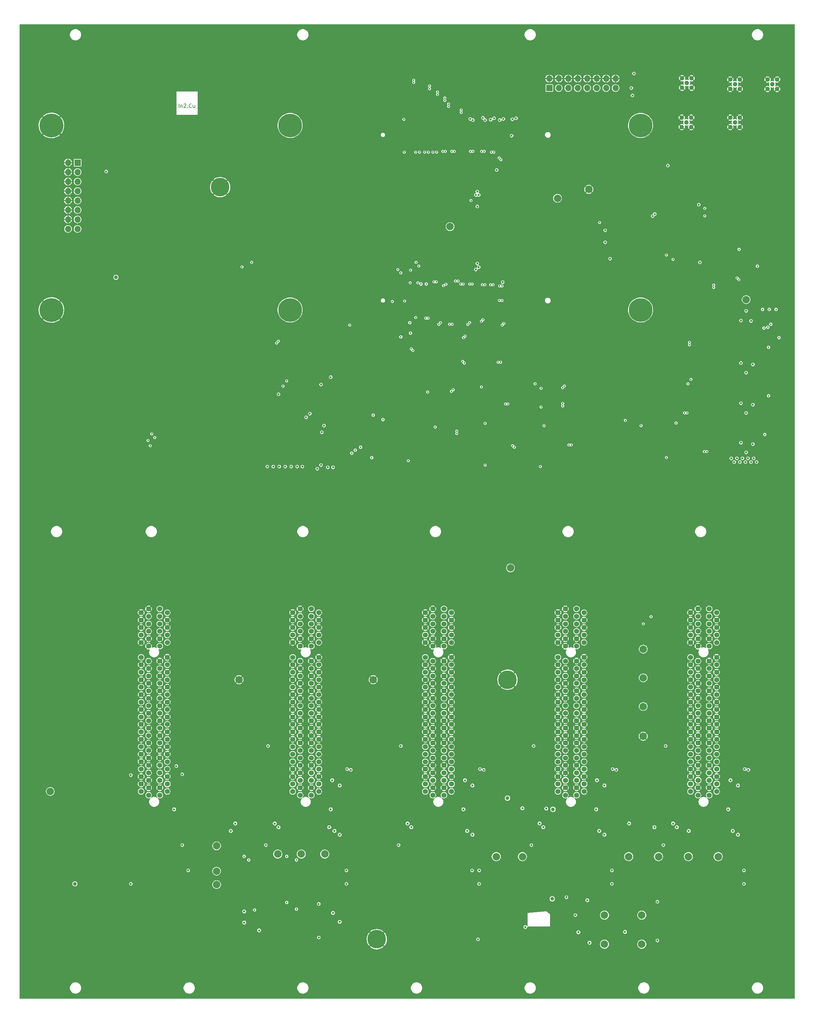
<source format=gbr>
G04 #@! TF.GenerationSoftware,KiCad,Pcbnew,(5.1.5)-3*
G04 #@! TF.CreationDate,2020-07-24T16:39:48-04:00*
G04 #@! TF.ProjectId,main_board,6d61696e-5f62-46f6-9172-642e6b696361,rev?*
G04 #@! TF.SameCoordinates,Original*
G04 #@! TF.FileFunction,Copper,L3,Inr*
G04 #@! TF.FilePolarity,Positive*
%FSLAX46Y46*%
G04 Gerber Fmt 4.6, Leading zero omitted, Abs format (unit mm)*
G04 Created by KiCad (PCBNEW (5.1.5)-3) date 2020-07-24 16:39:48*
%MOMM*%
%LPD*%
G04 APERTURE LIST*
%ADD10C,0.180000*%
%ADD11C,6.400000*%
%ADD12C,2.000000*%
%ADD13C,6.350000*%
%ADD14O,1.700000X1.700000*%
%ADD15R,1.700000X1.700000*%
%ADD16C,5.000000*%
%ADD17C,1.240000*%
%ADD18C,1.362000*%
%ADD19C,0.500000*%
%ADD20C,0.457200*%
%ADD21C,0.600000*%
%ADD22C,1.000000*%
%ADD23C,0.200000*%
G04 APERTURE END LIST*
D10*
X70880952Y-50452380D02*
X70880952Y-49452380D01*
X71357142Y-49785714D02*
X71357142Y-50452380D01*
X71357142Y-49880952D02*
X71404761Y-49833333D01*
X71500000Y-49785714D01*
X71642857Y-49785714D01*
X71738095Y-49833333D01*
X71785714Y-49928571D01*
X71785714Y-50452380D01*
X72214285Y-49547619D02*
X72261904Y-49500000D01*
X72357142Y-49452380D01*
X72595238Y-49452380D01*
X72690476Y-49500000D01*
X72738095Y-49547619D01*
X72785714Y-49642857D01*
X72785714Y-49738095D01*
X72738095Y-49880952D01*
X72166666Y-50452380D01*
X72785714Y-50452380D01*
X73214285Y-50357142D02*
X73261904Y-50404761D01*
X73214285Y-50452380D01*
X73166666Y-50404761D01*
X73214285Y-50357142D01*
X73214285Y-50452380D01*
X74261904Y-50357142D02*
X74214285Y-50404761D01*
X74071428Y-50452380D01*
X73976190Y-50452380D01*
X73833333Y-50404761D01*
X73738095Y-50309523D01*
X73690476Y-50214285D01*
X73642857Y-50023809D01*
X73642857Y-49880952D01*
X73690476Y-49690476D01*
X73738095Y-49595238D01*
X73833333Y-49500000D01*
X73976190Y-49452380D01*
X74071428Y-49452380D01*
X74214285Y-49500000D01*
X74261904Y-49547619D01*
X75119047Y-49785714D02*
X75119047Y-50452380D01*
X74690476Y-49785714D02*
X74690476Y-50309523D01*
X74738095Y-50404761D01*
X74833333Y-50452380D01*
X74976190Y-50452380D01*
X75071428Y-50404761D01*
X75119047Y-50357142D01*
D11*
X36710000Y-104765000D03*
X36710000Y-55235000D03*
D12*
X195400000Y-219200000D03*
X180800000Y-72400000D03*
X123000000Y-204000000D03*
X87000000Y-204000000D03*
X215500000Y-251500000D03*
X199500000Y-251500000D03*
X207500000Y-251500000D03*
X191500000Y-251500000D03*
D13*
X100710000Y-104765000D03*
X194690000Y-55235000D03*
X100710000Y-55235000D03*
X194690000Y-104765000D03*
D14*
X187980000Y-42660000D03*
X187980000Y-45200000D03*
X185440000Y-42660000D03*
X185440000Y-45200000D03*
X182900000Y-42660000D03*
X182900000Y-45200000D03*
X180360000Y-42660000D03*
X180360000Y-45200000D03*
X177820000Y-42660000D03*
X177820000Y-45200000D03*
X175280000Y-42660000D03*
X175280000Y-45200000D03*
X172740000Y-42660000D03*
X172740000Y-45200000D03*
X170200000Y-42660000D03*
D15*
X170200000Y-45200000D03*
D12*
X143600000Y-82400000D03*
X110000000Y-250800000D03*
X103700000Y-250800000D03*
X97400000Y-250800000D03*
X223000000Y-102000000D03*
X81000000Y-248600000D03*
X159800000Y-174000000D03*
D16*
X81950000Y-71800000D03*
X123950000Y-273650000D03*
X159000000Y-204000000D03*
D12*
X81000000Y-259000000D03*
X36400000Y-234000000D03*
X81000000Y-255400000D03*
X195400000Y-211200000D03*
X195400000Y-203500000D03*
X195400000Y-195800000D03*
X172400000Y-74800000D03*
X163000000Y-251500000D03*
X156000000Y-251500000D03*
D17*
X205830000Y-45095000D03*
X208370000Y-42555000D03*
X208370000Y-45095000D03*
X205830000Y-42555000D03*
X207100000Y-43825000D03*
X221270000Y-45470000D03*
X218730000Y-42930000D03*
X221270000Y-42930000D03*
X218730000Y-45470000D03*
X220000000Y-44200000D03*
D18*
X108402000Y-234000000D03*
X108402000Y-232000000D03*
X108402000Y-192000000D03*
X108402000Y-218000000D03*
X108402000Y-230000000D03*
X108402000Y-228000000D03*
X108402000Y-224000000D03*
X108402000Y-194000000D03*
X108402000Y-210000000D03*
X108402000Y-226000000D03*
X108402000Y-222000000D03*
X108402000Y-220000000D03*
X108402000Y-216000000D03*
X108402000Y-190000000D03*
X108402000Y-188000000D03*
X108402000Y-186000000D03*
X108402000Y-214000000D03*
X108402000Y-212000000D03*
X108402000Y-208000000D03*
X108402000Y-206000000D03*
X108402000Y-204000000D03*
X108402000Y-200000000D03*
X108402000Y-202000000D03*
X106402000Y-233000000D03*
X106402000Y-231000000D03*
X106402000Y-229000000D03*
X106402000Y-227000000D03*
X106402000Y-225000000D03*
X106402000Y-223000000D03*
X106402000Y-221000000D03*
X106402000Y-219000000D03*
X106402000Y-217000000D03*
X106402000Y-215000000D03*
X106402000Y-213000000D03*
X106402000Y-211000000D03*
X106402000Y-209000000D03*
X106402000Y-207000000D03*
X106402000Y-205000000D03*
X106402000Y-203000000D03*
X106402000Y-201000000D03*
X106402000Y-199000000D03*
X106402000Y-195000000D03*
X106402000Y-193000000D03*
X106402000Y-191000000D03*
X106402000Y-189000000D03*
X106402000Y-187000000D03*
X106402000Y-185000000D03*
X103402000Y-187000000D03*
X103402000Y-227000000D03*
X103402000Y-195000000D03*
X103402000Y-221000000D03*
X103402000Y-193000000D03*
X103402000Y-201000000D03*
X103402000Y-199000000D03*
X103402000Y-203000000D03*
X103402000Y-189000000D03*
X103402000Y-191000000D03*
X103402000Y-223000000D03*
X103402000Y-225000000D03*
X103402000Y-229000000D03*
X103402000Y-231000000D03*
X103402000Y-233000000D03*
X103402000Y-209000000D03*
X103402000Y-205000000D03*
X103402000Y-207000000D03*
X103402000Y-211000000D03*
X103402000Y-213000000D03*
X103402000Y-215000000D03*
X103402000Y-185000000D03*
X103402000Y-217000000D03*
X103402000Y-219000000D03*
X101402000Y-206000000D03*
X101402000Y-208000000D03*
X101402000Y-218000000D03*
X101402000Y-202000000D03*
X101402000Y-220000000D03*
X101402000Y-204000000D03*
X101402000Y-216000000D03*
X101402000Y-200000000D03*
X101402000Y-212000000D03*
X101402000Y-224000000D03*
X101402000Y-226000000D03*
X101402000Y-210000000D03*
X101402000Y-228000000D03*
X101402000Y-232000000D03*
X101402000Y-234000000D03*
X101402000Y-230000000D03*
X101402000Y-186000000D03*
X101402000Y-192000000D03*
X101402000Y-214000000D03*
X101402000Y-194000000D03*
X101402000Y-222000000D03*
X101402000Y-190000000D03*
X101402000Y-188000000D03*
X108402000Y-198000000D03*
X101402000Y-198000000D03*
X103402000Y-235000000D03*
X106402000Y-235000000D03*
X143962000Y-234000000D03*
X143962000Y-232000000D03*
X143962000Y-192000000D03*
X143962000Y-218000000D03*
X143962000Y-230000000D03*
X143962000Y-228000000D03*
X143962000Y-224000000D03*
X143962000Y-194000000D03*
X143962000Y-210000000D03*
X143962000Y-226000000D03*
X143962000Y-222000000D03*
X143962000Y-220000000D03*
X143962000Y-216000000D03*
X143962000Y-190000000D03*
X143962000Y-188000000D03*
X143962000Y-186000000D03*
X143962000Y-214000000D03*
X143962000Y-212000000D03*
X143962000Y-208000000D03*
X143962000Y-206000000D03*
X143962000Y-204000000D03*
X143962000Y-200000000D03*
X143962000Y-202000000D03*
X141962000Y-233000000D03*
X141962000Y-231000000D03*
X141962000Y-229000000D03*
X141962000Y-227000000D03*
X141962000Y-225000000D03*
X141962000Y-223000000D03*
X141962000Y-221000000D03*
X141962000Y-219000000D03*
X141962000Y-217000000D03*
X141962000Y-215000000D03*
X141962000Y-213000000D03*
X141962000Y-211000000D03*
X141962000Y-209000000D03*
X141962000Y-207000000D03*
X141962000Y-205000000D03*
X141962000Y-203000000D03*
X141962000Y-201000000D03*
X141962000Y-199000000D03*
X141962000Y-195000000D03*
X141962000Y-193000000D03*
X141962000Y-191000000D03*
X141962000Y-189000000D03*
X141962000Y-187000000D03*
X141962000Y-185000000D03*
X138962000Y-187000000D03*
X138962000Y-227000000D03*
X138962000Y-195000000D03*
X138962000Y-221000000D03*
X138962000Y-193000000D03*
X138962000Y-201000000D03*
X138962000Y-199000000D03*
X138962000Y-203000000D03*
X138962000Y-189000000D03*
X138962000Y-191000000D03*
X138962000Y-223000000D03*
X138962000Y-225000000D03*
X138962000Y-229000000D03*
X138962000Y-231000000D03*
X138962000Y-233000000D03*
X138962000Y-209000000D03*
X138962000Y-205000000D03*
X138962000Y-207000000D03*
X138962000Y-211000000D03*
X138962000Y-213000000D03*
X138962000Y-215000000D03*
X138962000Y-185000000D03*
X138962000Y-217000000D03*
X138962000Y-219000000D03*
X136962000Y-206000000D03*
X136962000Y-208000000D03*
X136962000Y-218000000D03*
X136962000Y-202000000D03*
X136962000Y-220000000D03*
X136962000Y-204000000D03*
X136962000Y-216000000D03*
X136962000Y-200000000D03*
X136962000Y-212000000D03*
X136962000Y-224000000D03*
X136962000Y-226000000D03*
X136962000Y-210000000D03*
X136962000Y-228000000D03*
X136962000Y-232000000D03*
X136962000Y-234000000D03*
X136962000Y-230000000D03*
X136962000Y-186000000D03*
X136962000Y-192000000D03*
X136962000Y-214000000D03*
X136962000Y-194000000D03*
X136962000Y-222000000D03*
X136962000Y-190000000D03*
X136962000Y-188000000D03*
X143962000Y-198000000D03*
X136962000Y-198000000D03*
X138962000Y-235000000D03*
X141962000Y-235000000D03*
X179522000Y-234000000D03*
X179522000Y-232000000D03*
X179522000Y-192000000D03*
X179522000Y-218000000D03*
X179522000Y-230000000D03*
X179522000Y-228000000D03*
X179522000Y-224000000D03*
X179522000Y-194000000D03*
X179522000Y-210000000D03*
X179522000Y-226000000D03*
X179522000Y-222000000D03*
X179522000Y-220000000D03*
X179522000Y-216000000D03*
X179522000Y-190000000D03*
X179522000Y-188000000D03*
X179522000Y-186000000D03*
X179522000Y-214000000D03*
X179522000Y-212000000D03*
X179522000Y-208000000D03*
X179522000Y-206000000D03*
X179522000Y-204000000D03*
X179522000Y-200000000D03*
X179522000Y-202000000D03*
X177522000Y-233000000D03*
X177522000Y-231000000D03*
X177522000Y-229000000D03*
X177522000Y-227000000D03*
X177522000Y-225000000D03*
X177522000Y-223000000D03*
X177522000Y-221000000D03*
X177522000Y-219000000D03*
X177522000Y-217000000D03*
X177522000Y-215000000D03*
X177522000Y-213000000D03*
X177522000Y-211000000D03*
X177522000Y-209000000D03*
X177522000Y-207000000D03*
X177522000Y-205000000D03*
X177522000Y-203000000D03*
X177522000Y-201000000D03*
X177522000Y-199000000D03*
X177522000Y-195000000D03*
X177522000Y-193000000D03*
X177522000Y-191000000D03*
X177522000Y-189000000D03*
X177522000Y-187000000D03*
X177522000Y-185000000D03*
X174522000Y-187000000D03*
X174522000Y-227000000D03*
X174522000Y-195000000D03*
X174522000Y-221000000D03*
X174522000Y-193000000D03*
X174522000Y-201000000D03*
X174522000Y-199000000D03*
X174522000Y-203000000D03*
X174522000Y-189000000D03*
X174522000Y-191000000D03*
X174522000Y-223000000D03*
X174522000Y-225000000D03*
X174522000Y-229000000D03*
X174522000Y-231000000D03*
X174522000Y-233000000D03*
X174522000Y-209000000D03*
X174522000Y-205000000D03*
X174522000Y-207000000D03*
X174522000Y-211000000D03*
X174522000Y-213000000D03*
X174522000Y-215000000D03*
X174522000Y-185000000D03*
X174522000Y-217000000D03*
X174522000Y-219000000D03*
X172522000Y-206000000D03*
X172522000Y-208000000D03*
X172522000Y-218000000D03*
X172522000Y-202000000D03*
X172522000Y-220000000D03*
X172522000Y-204000000D03*
X172522000Y-216000000D03*
X172522000Y-200000000D03*
X172522000Y-212000000D03*
X172522000Y-224000000D03*
X172522000Y-226000000D03*
X172522000Y-210000000D03*
X172522000Y-228000000D03*
X172522000Y-232000000D03*
X172522000Y-234000000D03*
X172522000Y-230000000D03*
X172522000Y-186000000D03*
X172522000Y-192000000D03*
X172522000Y-214000000D03*
X172522000Y-194000000D03*
X172522000Y-222000000D03*
X172522000Y-190000000D03*
X172522000Y-188000000D03*
X179522000Y-198000000D03*
X172522000Y-198000000D03*
X174522000Y-235000000D03*
X177522000Y-235000000D03*
X215082000Y-234000000D03*
X215082000Y-232000000D03*
X215082000Y-192000000D03*
X215082000Y-218000000D03*
X215082000Y-230000000D03*
X215082000Y-228000000D03*
X215082000Y-224000000D03*
X215082000Y-194000000D03*
X215082000Y-210000000D03*
X215082000Y-226000000D03*
X215082000Y-222000000D03*
X215082000Y-220000000D03*
X215082000Y-216000000D03*
X215082000Y-190000000D03*
X215082000Y-188000000D03*
X215082000Y-186000000D03*
X215082000Y-214000000D03*
X215082000Y-212000000D03*
X215082000Y-208000000D03*
X215082000Y-206000000D03*
X215082000Y-204000000D03*
X215082000Y-200000000D03*
X215082000Y-202000000D03*
X213082000Y-233000000D03*
X213082000Y-231000000D03*
X213082000Y-229000000D03*
X213082000Y-227000000D03*
X213082000Y-225000000D03*
X213082000Y-223000000D03*
X213082000Y-221000000D03*
X213082000Y-219000000D03*
X213082000Y-217000000D03*
X213082000Y-215000000D03*
X213082000Y-213000000D03*
X213082000Y-211000000D03*
X213082000Y-209000000D03*
X213082000Y-207000000D03*
X213082000Y-205000000D03*
X213082000Y-203000000D03*
X213082000Y-201000000D03*
X213082000Y-199000000D03*
X213082000Y-195000000D03*
X213082000Y-193000000D03*
X213082000Y-191000000D03*
X213082000Y-189000000D03*
X213082000Y-187000000D03*
X213082000Y-185000000D03*
X210082000Y-187000000D03*
X210082000Y-227000000D03*
X210082000Y-195000000D03*
X210082000Y-221000000D03*
X210082000Y-193000000D03*
X210082000Y-201000000D03*
X210082000Y-199000000D03*
X210082000Y-203000000D03*
X210082000Y-189000000D03*
X210082000Y-191000000D03*
X210082000Y-223000000D03*
X210082000Y-225000000D03*
X210082000Y-229000000D03*
X210082000Y-231000000D03*
X210082000Y-233000000D03*
X210082000Y-209000000D03*
X210082000Y-205000000D03*
X210082000Y-207000000D03*
X210082000Y-211000000D03*
X210082000Y-213000000D03*
X210082000Y-215000000D03*
X210082000Y-185000000D03*
X210082000Y-217000000D03*
X210082000Y-219000000D03*
X208082000Y-206000000D03*
X208082000Y-208000000D03*
X208082000Y-218000000D03*
X208082000Y-202000000D03*
X208082000Y-220000000D03*
X208082000Y-204000000D03*
X208082000Y-216000000D03*
X208082000Y-200000000D03*
X208082000Y-212000000D03*
X208082000Y-224000000D03*
X208082000Y-226000000D03*
X208082000Y-210000000D03*
X208082000Y-228000000D03*
X208082000Y-232000000D03*
X208082000Y-234000000D03*
X208082000Y-230000000D03*
X208082000Y-186000000D03*
X208082000Y-192000000D03*
X208082000Y-214000000D03*
X208082000Y-194000000D03*
X208082000Y-222000000D03*
X208082000Y-190000000D03*
X208082000Y-188000000D03*
X215082000Y-198000000D03*
X208082000Y-198000000D03*
X210082000Y-235000000D03*
X213082000Y-235000000D03*
X67762000Y-234000000D03*
X67762000Y-232000000D03*
X67762000Y-192000000D03*
X67762000Y-218000000D03*
X67762000Y-230000000D03*
X67762000Y-228000000D03*
X67762000Y-224000000D03*
X67762000Y-194000000D03*
X67762000Y-210000000D03*
X67762000Y-226000000D03*
X67762000Y-222000000D03*
X67762000Y-220000000D03*
X67762000Y-216000000D03*
X67762000Y-190000000D03*
X67762000Y-188000000D03*
X67762000Y-186000000D03*
X67762000Y-214000000D03*
X67762000Y-212000000D03*
X67762000Y-208000000D03*
X67762000Y-206000000D03*
X67762000Y-204000000D03*
X67762000Y-200000000D03*
X67762000Y-202000000D03*
X65762000Y-233000000D03*
X65762000Y-231000000D03*
X65762000Y-229000000D03*
X65762000Y-227000000D03*
X65762000Y-225000000D03*
X65762000Y-223000000D03*
X65762000Y-221000000D03*
X65762000Y-219000000D03*
X65762000Y-217000000D03*
X65762000Y-215000000D03*
X65762000Y-213000000D03*
X65762000Y-211000000D03*
X65762000Y-209000000D03*
X65762000Y-207000000D03*
X65762000Y-205000000D03*
X65762000Y-203000000D03*
X65762000Y-201000000D03*
X65762000Y-199000000D03*
X65762000Y-195000000D03*
X65762000Y-193000000D03*
X65762000Y-191000000D03*
X65762000Y-189000000D03*
X65762000Y-187000000D03*
X65762000Y-185000000D03*
X62762000Y-187000000D03*
X62762000Y-227000000D03*
X62762000Y-195000000D03*
X62762000Y-221000000D03*
X62762000Y-193000000D03*
X62762000Y-201000000D03*
X62762000Y-199000000D03*
X62762000Y-203000000D03*
X62762000Y-189000000D03*
X62762000Y-191000000D03*
X62762000Y-223000000D03*
X62762000Y-225000000D03*
X62762000Y-229000000D03*
X62762000Y-231000000D03*
X62762000Y-233000000D03*
X62762000Y-209000000D03*
X62762000Y-205000000D03*
X62762000Y-207000000D03*
X62762000Y-211000000D03*
X62762000Y-213000000D03*
X62762000Y-215000000D03*
X62762000Y-185000000D03*
X62762000Y-217000000D03*
X62762000Y-219000000D03*
X60762000Y-206000000D03*
X60762000Y-208000000D03*
X60762000Y-218000000D03*
X60762000Y-202000000D03*
X60762000Y-220000000D03*
X60762000Y-204000000D03*
X60762000Y-216000000D03*
X60762000Y-200000000D03*
X60762000Y-212000000D03*
X60762000Y-224000000D03*
X60762000Y-226000000D03*
X60762000Y-210000000D03*
X60762000Y-228000000D03*
X60762000Y-232000000D03*
X60762000Y-234000000D03*
X60762000Y-230000000D03*
X60762000Y-186000000D03*
X60762000Y-192000000D03*
X60762000Y-214000000D03*
X60762000Y-194000000D03*
X60762000Y-222000000D03*
X60762000Y-190000000D03*
X60762000Y-188000000D03*
X67762000Y-198000000D03*
X60762000Y-198000000D03*
X62762000Y-235000000D03*
X65762000Y-235000000D03*
D19*
X161050000Y-67630000D03*
X162450000Y-67630000D03*
X161050000Y-68830000D03*
X162450000Y-68830000D03*
X161050000Y-70030000D03*
X162450000Y-70030000D03*
D17*
X207000000Y-54400000D03*
X205730000Y-53130000D03*
X208270000Y-55670000D03*
X208270000Y-53130000D03*
X205730000Y-55670000D03*
D15*
X43710000Y-65235000D03*
D14*
X41170000Y-65235000D03*
X43710000Y-67775000D03*
X41170000Y-67775000D03*
X43710000Y-70315000D03*
X41170000Y-70315000D03*
X43710000Y-72855000D03*
X41170000Y-72855000D03*
X43710000Y-75395000D03*
X41170000Y-75395000D03*
X43710000Y-77935000D03*
X41170000Y-77935000D03*
X43710000Y-80475000D03*
X41170000Y-80475000D03*
X43710000Y-83015000D03*
X41170000Y-83015000D03*
D12*
X185000000Y-267200000D03*
X195000000Y-267200000D03*
X195000000Y-275000000D03*
X185000000Y-275000000D03*
D17*
X228730000Y-45470000D03*
X231270000Y-42930000D03*
X231270000Y-45470000D03*
X228730000Y-42930000D03*
X230000000Y-44200000D03*
X218730000Y-55670000D03*
X221270000Y-53130000D03*
X221270000Y-55670000D03*
X218730000Y-53130000D03*
X220000000Y-54400000D03*
D20*
X221100000Y-88500000D03*
X231800000Y-112200000D03*
D21*
X223000000Y-121600000D03*
X221600000Y-107600000D03*
X223000000Y-105000000D03*
X224800000Y-119400000D03*
X221600000Y-119000000D03*
X223000000Y-121600000D03*
X224800000Y-130200000D03*
X221600000Y-129800000D03*
X223000000Y-132400000D03*
X222800000Y-145600000D03*
X224300000Y-145600000D03*
X221300000Y-145600000D03*
X219800000Y-145600000D03*
X225800000Y-145600000D03*
X97600000Y-127400000D03*
X106000000Y-132600000D03*
X105000000Y-133600000D03*
X111600000Y-122800000D03*
X109000000Y-124800000D03*
X109200000Y-137600000D03*
X109800000Y-135800000D03*
X109000000Y-146400000D03*
X108000000Y-147400000D03*
X94600000Y-146800000D03*
X96200000Y-146800000D03*
X97800000Y-146800000D03*
X99400000Y-146800000D03*
X101000000Y-146800000D03*
X102600000Y-146800000D03*
X104000000Y-146800000D03*
X110800000Y-147000000D03*
X112200000Y-147000000D03*
X219000000Y-144600000D03*
X220500000Y-144600000D03*
X222000000Y-144600000D03*
X223500000Y-144600000D03*
X225000000Y-144600000D03*
X224800000Y-140800000D03*
X221600000Y-140400000D03*
X223000000Y-143000000D03*
X224300000Y-107700000D03*
X186500000Y-91000000D03*
X185200000Y-83400000D03*
X185200000Y-86600000D03*
D22*
X159000000Y-235800000D03*
D21*
X163800000Y-270400000D03*
X178000000Y-271800000D03*
X180400000Y-263200000D03*
X169400000Y-238600000D03*
X92400000Y-271300000D03*
X188200000Y-228200000D03*
X223600000Y-228200000D03*
X152600000Y-228200000D03*
X222400000Y-258800000D03*
X187000000Y-258800000D03*
X151400000Y-258800000D03*
D22*
X54000000Y-96000000D03*
X43000000Y-258800000D03*
D21*
X58000000Y-229600000D03*
X58000000Y-258800000D03*
X117000000Y-228200000D03*
X115800000Y-258800000D03*
D20*
X140567644Y-108632356D03*
D21*
X187200000Y-228000000D03*
X222600000Y-228000000D03*
X151600000Y-228000000D03*
X222400000Y-255200000D03*
X187000000Y-255200000D03*
X151400000Y-255200000D03*
X71800000Y-229400000D03*
X73400000Y-255200000D03*
X116000000Y-228000000D03*
X115800000Y-255200000D03*
X151100000Y-273700000D03*
X149500000Y-255200000D03*
X201400000Y-221800000D03*
X200800000Y-248400000D03*
X166000000Y-221800000D03*
X165400000Y-248400000D03*
X130400000Y-221800000D03*
X129800000Y-248400000D03*
X70200000Y-227200000D03*
X71800000Y-248400000D03*
X94800000Y-221800000D03*
X94200000Y-248400000D03*
D20*
X145400000Y-137928600D03*
X143967644Y-126632356D03*
X141850000Y-98250000D03*
D21*
X218200000Y-238800000D03*
X182800000Y-238800000D03*
X147200000Y-238800000D03*
X111600000Y-238800000D03*
X69600000Y-238800000D03*
D22*
X171000000Y-262800000D03*
D21*
X190500000Y-271700000D03*
D22*
X171200000Y-238800000D03*
D21*
X163000000Y-238500000D03*
D20*
X145400000Y-137271400D03*
X144432356Y-126167644D03*
X142500000Y-97850000D03*
X141032356Y-108167644D03*
X208200000Y-123400000D03*
X203400000Y-91200000D03*
X207400000Y-124600000D03*
X201600000Y-90000000D03*
X195400000Y-189000000D03*
X137600000Y-126800000D03*
X139928600Y-97200000D03*
X137728600Y-106956235D03*
X183700000Y-81300000D03*
X204200000Y-135100000D03*
X211900000Y-79500000D03*
X211900000Y-77500000D03*
X197493999Y-187093999D03*
X133632356Y-115632356D03*
X133167644Y-115167644D03*
X137071400Y-106956235D03*
X139271400Y-97200000D03*
X145071400Y-97000000D03*
X143471400Y-108600000D03*
X146967644Y-118567644D03*
X147432356Y-119032356D03*
X144128600Y-108600000D03*
X145728600Y-97000000D03*
X152000000Y-125400000D03*
X147632356Y-111767644D03*
X147128600Y-97800000D03*
X159128600Y-130000000D03*
X160832356Y-141632356D03*
X146471400Y-97800000D03*
X158471400Y-130000000D03*
X160367644Y-141167644D03*
X147167644Y-112232356D03*
X151967644Y-107832356D03*
X175471400Y-141000000D03*
X173800000Y-130528600D03*
X152271400Y-98000000D03*
X176128600Y-141000000D03*
X173800000Y-129871400D03*
X152928600Y-98000000D03*
X152432356Y-107367644D03*
X166400000Y-124600000D03*
X149528600Y-97800000D03*
X148832356Y-108167644D03*
X157128600Y-118800000D03*
X156471400Y-118800000D03*
X148367644Y-108632356D03*
X148871400Y-97800000D03*
X154471400Y-98000000D03*
X157567644Y-108832356D03*
X173767644Y-125632356D03*
X174232356Y-125167644D03*
X158032356Y-108367644D03*
X155128600Y-98000000D03*
X168000000Y-125800000D03*
X168000000Y-130800000D03*
X190600000Y-134400000D03*
X157528600Y-102200000D03*
X157534996Y-98320050D03*
X207128600Y-132400000D03*
X212447605Y-142774364D03*
X156877796Y-98320050D03*
X206471400Y-132400000D03*
X211790405Y-142774364D03*
X156800000Y-102200000D03*
X226000000Y-93000000D03*
X228000000Y-138200000D03*
X145700000Y-136700000D03*
X213400000Y-99600000D03*
X209200000Y-99600000D03*
X219400000Y-99600000D03*
X224200000Y-99400000D03*
X204400000Y-99400000D03*
X203800000Y-75600000D03*
X203800000Y-87000000D03*
X203800000Y-79000000D03*
X205000000Y-91800000D03*
X203800000Y-70600000D03*
X203800000Y-83000000D03*
X204000000Y-64000000D03*
X209000000Y-64200000D03*
X214000000Y-64800000D03*
X219000000Y-64800000D03*
X223600000Y-65000000D03*
X224000000Y-84800000D03*
X224000000Y-79800000D03*
X224000000Y-74800000D03*
X224000000Y-69800000D03*
D21*
X33000000Y-34600000D03*
X43000000Y-34600000D03*
X53000000Y-34600000D03*
X63000000Y-34600000D03*
X73000000Y-34600000D03*
X83000000Y-34600000D03*
X93000000Y-34600000D03*
X103000000Y-34600000D03*
X113000000Y-34600000D03*
X123000000Y-34600000D03*
X133000000Y-34600000D03*
X143000000Y-34600000D03*
X153000000Y-34600000D03*
X163000000Y-34600000D03*
X173000000Y-34600000D03*
X183000000Y-34600000D03*
X193000000Y-34600000D03*
X203000000Y-34600000D03*
X213000000Y-34600000D03*
X223000000Y-34600000D03*
X221600000Y-108400000D03*
X223000000Y-111000000D03*
X226400000Y-119400000D03*
X226400000Y-117800000D03*
X221600000Y-118200000D03*
X223000000Y-115600000D03*
X226400000Y-130200000D03*
X226400000Y-128600000D03*
X221600000Y-129000000D03*
X223000000Y-126400000D03*
X169600000Y-219400000D03*
X185000000Y-225600000D03*
X185000000Y-224600000D03*
X185200000Y-223600000D03*
X168600000Y-220200000D03*
X185000000Y-226800000D03*
X205000000Y-219400000D03*
X220400000Y-225600000D03*
X220400000Y-224600000D03*
X220600000Y-223600000D03*
X204000000Y-220200000D03*
X220400000Y-226800000D03*
X134000000Y-219400000D03*
X149400000Y-225600000D03*
X149400000Y-224600000D03*
X149600000Y-223600000D03*
X133000000Y-220200000D03*
X149400000Y-226800000D03*
X213600000Y-179600000D03*
X178000000Y-179600000D03*
X142400000Y-179600000D03*
X107000000Y-179600000D03*
X66400000Y-179600000D03*
X125400000Y-181600000D03*
X120600000Y-181600000D03*
X169400000Y-265400000D03*
X178600000Y-268400000D03*
X200200000Y-270200000D03*
X164400000Y-277200000D03*
X166600000Y-275800000D03*
X158400000Y-275600000D03*
X156000000Y-275600000D03*
X155850000Y-267150000D03*
X159750000Y-267150000D03*
X83600000Y-265600000D03*
X83600000Y-267600000D03*
X83600000Y-270200000D03*
X83600000Y-272200000D03*
X98200000Y-263200000D03*
X95800000Y-268800000D03*
X97600000Y-266900000D03*
X109400000Y-267600000D03*
X109400000Y-270200000D03*
X125600000Y-249800000D03*
X128200000Y-251400000D03*
X131800000Y-251400000D03*
X134600000Y-249600000D03*
X56200000Y-229200000D03*
X72000000Y-225200000D03*
X72800000Y-226000000D03*
X73600000Y-226800000D03*
X74200000Y-228000000D03*
X83800000Y-236400000D03*
X113800000Y-226800000D03*
X113800000Y-225600000D03*
X113800000Y-224600000D03*
X114000000Y-223600000D03*
X97400000Y-220200000D03*
X98400000Y-219400000D03*
X119400000Y-264500000D03*
X116700000Y-262300000D03*
X71200000Y-274800000D03*
X72400000Y-273600000D03*
X73800000Y-271100000D03*
X76400000Y-262900000D03*
X71100000Y-263000000D03*
X75000000Y-273600000D03*
X77500000Y-273500000D03*
X99400000Y-133400000D03*
X91200000Y-136000000D03*
X108200000Y-122800000D03*
X109200000Y-121800000D03*
X103400000Y-131600000D03*
X103400000Y-133600000D03*
X105425000Y-130575000D03*
X100200000Y-128600000D03*
X99200000Y-129600000D03*
X105400000Y-124600000D03*
X109200000Y-125600000D03*
X113200000Y-135800000D03*
X112400000Y-136800000D03*
X103600000Y-136800000D03*
X105400000Y-143545000D03*
X102200000Y-143600000D03*
X105400000Y-146400000D03*
X106400000Y-147400000D03*
X109200000Y-138400000D03*
X226400000Y-140800000D03*
X226400000Y-139200000D03*
X221600000Y-139600000D03*
X223000000Y-137000000D03*
X227400000Y-108000000D03*
X133700000Y-98400000D03*
X133700000Y-106100000D03*
X138500000Y-98400000D03*
X138500000Y-106100000D03*
X140900000Y-98500000D03*
X140900000Y-106100000D03*
X143300000Y-98500000D03*
X143300000Y-106100000D03*
X144500000Y-102100000D03*
X144000000Y-102800000D03*
X148100000Y-106200000D03*
X148100000Y-98500000D03*
X153700000Y-101600000D03*
X153700000Y-102700000D03*
X156100000Y-106000000D03*
X156100000Y-97600000D03*
X158500000Y-101900000D03*
X161700000Y-98400000D03*
X161700000Y-103000000D03*
X164100000Y-103000000D03*
X136900000Y-102000000D03*
X133700000Y-53900000D03*
X133700000Y-61500000D03*
X136100000Y-54000000D03*
X136100000Y-61700000D03*
X138500000Y-54000000D03*
X138500000Y-61700000D03*
X140900000Y-54000000D03*
X140900000Y-61700000D03*
X143300000Y-54000000D03*
X143300000Y-61700000D03*
X145700000Y-54000000D03*
X145700000Y-61700000D03*
X148100000Y-61700000D03*
X148100000Y-54000000D03*
X153700000Y-54100000D03*
X153700000Y-61700000D03*
X156100000Y-58400000D03*
X156100000Y-54100000D03*
X158500000Y-54000000D03*
X161700000Y-54000000D03*
X161700000Y-61600000D03*
X165700000Y-61600000D03*
X165700000Y-54000000D03*
X203800000Y-278200000D03*
X203000000Y-279000000D03*
X161800000Y-42200000D03*
X161800000Y-45800000D03*
X164600000Y-44200000D03*
X153600000Y-52000000D03*
X153200000Y-51000000D03*
X152700000Y-95400000D03*
X153700000Y-96400000D03*
X157565000Y-70735000D03*
X166100000Y-68500000D03*
X167100000Y-69300000D03*
X161700000Y-65000000D03*
X160900000Y-64100000D03*
X158200000Y-94700000D03*
X159300000Y-94700000D03*
X164100000Y-98500000D03*
X224093959Y-108421145D03*
X195800000Y-83200000D03*
X195600000Y-86600000D03*
X195600000Y-89800000D03*
X210400000Y-73800000D03*
X205000000Y-69000000D03*
X206600000Y-68600000D03*
X212600000Y-96400000D03*
X207800000Y-93200000D03*
X208800000Y-92200000D03*
X214200000Y-93600000D03*
X217800000Y-85800000D03*
X218800000Y-84800000D03*
X218400000Y-83400000D03*
X219400000Y-82400000D03*
X217100000Y-89500000D03*
X205700000Y-87400000D03*
X206800000Y-88300000D03*
X162000000Y-52000000D03*
X40300000Y-88400000D03*
X42800000Y-86400000D03*
X57900000Y-80700000D03*
X59700000Y-78600000D03*
X47200000Y-79900000D03*
X46000000Y-80800000D03*
X51000000Y-80800000D03*
X48500000Y-80900000D03*
X48100000Y-77800000D03*
X46200000Y-77800000D03*
X48600000Y-74900000D03*
X50700000Y-75000000D03*
X46300000Y-72100000D03*
X48100000Y-72300000D03*
X48700000Y-69300000D03*
X50600000Y-69300000D03*
X46200000Y-66500000D03*
X48200000Y-66400000D03*
X52000000Y-63800000D03*
X53800000Y-61900000D03*
X52000000Y-60100000D03*
X96250000Y-127350000D03*
D20*
X204400000Y-94000000D03*
X204400000Y-96800000D03*
X224200000Y-95800000D03*
X224000000Y-86800000D03*
X225800000Y-90400000D03*
X216400000Y-98400000D03*
D21*
X34200000Y-282800000D03*
X122800000Y-282800000D03*
X232800000Y-282800000D03*
X222800000Y-282800000D03*
X162800000Y-282800000D03*
X42800000Y-282800000D03*
X172800000Y-282800000D03*
X132800000Y-282800000D03*
X92800000Y-282800000D03*
X82800000Y-282800000D03*
X202800000Y-282800000D03*
X112800000Y-282800000D03*
X192800000Y-282800000D03*
X212800000Y-282800000D03*
X142800000Y-282800000D03*
X72800000Y-282800000D03*
X62800000Y-282800000D03*
X102800000Y-282800000D03*
X182800000Y-282800000D03*
X152800000Y-282800000D03*
X52800000Y-282800000D03*
X139000000Y-279000000D03*
X139000000Y-274000000D03*
X139000000Y-269000000D03*
X139000000Y-263100000D03*
X34200000Y-225800000D03*
X34200000Y-245800000D03*
X34200000Y-265800000D03*
X34200000Y-175800000D03*
X34200000Y-85800000D03*
X34200000Y-275800000D03*
X34200000Y-215800000D03*
X34200000Y-165800000D03*
X34200000Y-195800000D03*
X34200000Y-125800000D03*
X34200000Y-185800000D03*
X34200000Y-115800000D03*
X34200000Y-145800000D03*
X34200000Y-95800000D03*
X34200000Y-155800000D03*
X34200000Y-205800000D03*
X34200000Y-135800000D03*
X34200000Y-255800000D03*
X34200000Y-44800000D03*
X34200000Y-74800000D03*
X34200000Y-64800000D03*
X30800000Y-232800000D03*
X31400000Y-55200000D03*
X32200000Y-107600000D03*
X34200000Y-238400000D03*
X62800000Y-265800000D03*
X42800000Y-265800000D03*
X52800000Y-265800000D03*
X122300000Y-266800000D03*
X145400000Y-263100000D03*
X132800000Y-263100000D03*
X152300000Y-266800000D03*
X193200000Y-262600000D03*
X213200000Y-262600000D03*
X223200000Y-262600000D03*
X203200000Y-262600000D03*
X182600000Y-262600000D03*
X110000000Y-263200000D03*
X81800000Y-264200000D03*
X88800000Y-264200000D03*
X94200000Y-264200000D03*
X105600000Y-264000000D03*
X103400000Y-264000000D03*
X101400000Y-264000000D03*
X113200000Y-263200000D03*
X115600000Y-263200000D03*
D20*
X234700000Y-77200000D03*
D21*
X234200000Y-260400000D03*
X234200000Y-209800000D03*
D20*
X234700000Y-83200000D03*
D21*
X234200000Y-139800000D03*
X234200000Y-149800000D03*
X234200000Y-199800000D03*
X234200000Y-119800000D03*
X234800000Y-109800000D03*
X234200000Y-39800000D03*
X234200000Y-179800000D03*
X234200000Y-219800000D03*
D20*
X234700000Y-99800000D03*
X234700000Y-69800000D03*
D21*
X234200000Y-189800000D03*
X234200000Y-229800000D03*
D20*
X234700000Y-89800000D03*
X234700000Y-59800000D03*
D21*
X234200000Y-159800000D03*
X234200000Y-169800000D03*
X234200000Y-129800000D03*
X234200000Y-49800000D03*
X234200000Y-34600000D03*
X234200000Y-270800000D03*
X234200000Y-240800000D03*
X234200000Y-250800000D03*
D20*
X232900000Y-58200000D03*
X232900000Y-60700000D03*
X231100000Y-62100000D03*
X232900000Y-63200000D03*
X231100000Y-64600000D03*
X229300000Y-61000000D03*
X232900000Y-65700000D03*
X231100000Y-67100000D03*
X229300000Y-63500000D03*
X227500000Y-65200000D03*
X232900000Y-68200000D03*
X231100000Y-69600000D03*
X229300000Y-66000000D03*
X227500000Y-67700000D03*
X232900000Y-70700000D03*
X231100000Y-72100000D03*
X229300000Y-68500000D03*
X227500000Y-70200000D03*
X232900000Y-73200000D03*
X231100000Y-74600000D03*
X229300000Y-71000000D03*
X227500000Y-72700000D03*
X232900000Y-75700000D03*
X231100000Y-77100000D03*
X229300000Y-73500000D03*
X227500000Y-75200000D03*
X232900000Y-78200000D03*
X231100000Y-79600000D03*
X229300000Y-76000000D03*
X227500000Y-77700000D03*
X232900000Y-80700000D03*
X231100000Y-82100000D03*
X229300000Y-78500000D03*
X227500000Y-80200000D03*
X232900000Y-83200000D03*
X231100000Y-84600000D03*
X229300000Y-81000000D03*
X227500000Y-82700000D03*
X232900000Y-85700000D03*
X231100000Y-87100000D03*
X229300000Y-83500000D03*
X227500000Y-85200000D03*
X232900000Y-88200000D03*
X231100000Y-89600000D03*
X229300000Y-86000000D03*
X232900000Y-90700000D03*
X231100000Y-92100000D03*
X227500000Y-90200000D03*
X232900000Y-93200000D03*
X231100000Y-94600000D03*
X229300000Y-91000000D03*
X232900000Y-95700000D03*
X231100000Y-97100000D03*
X229300000Y-93500000D03*
X232900000Y-98200000D03*
X204500000Y-62200000D03*
X207000000Y-62200000D03*
X224100000Y-56900000D03*
X209500000Y-62200000D03*
X226600000Y-56900000D03*
X212000000Y-62200000D03*
X229100000Y-56900000D03*
X214500000Y-62200000D03*
X215100000Y-59800000D03*
X217000000Y-62200000D03*
X217600000Y-59800000D03*
X219500000Y-62200000D03*
X220100000Y-59800000D03*
X222000000Y-62200000D03*
X222600000Y-59800000D03*
X224500000Y-62200000D03*
X225100000Y-59800000D03*
X227600000Y-59800000D03*
X231100000Y-59600000D03*
X227500000Y-87100000D03*
D21*
X224700000Y-40300000D03*
X224700000Y-50300000D03*
X213700000Y-40300000D03*
X213700000Y-50300000D03*
X203700000Y-50300000D03*
X203700000Y-40300000D03*
X203700000Y-59500000D03*
X203700000Y-55000000D03*
D20*
X227400000Y-97000000D03*
D21*
X232800000Y-102400000D03*
X232800000Y-109600000D03*
D20*
X227400000Y-92000000D03*
D21*
X159000000Y-209000000D03*
X159000000Y-194000000D03*
X159000000Y-199000000D03*
X159000000Y-229000000D03*
X159000000Y-179000000D03*
X159000000Y-219000000D03*
X159000000Y-185000000D03*
X123000000Y-194000000D03*
X123000000Y-199000000D03*
X123000000Y-229000000D03*
X123000000Y-209000000D03*
X123000000Y-179000000D03*
X123000000Y-185000000D03*
X123000000Y-219000000D03*
X87000000Y-209000000D03*
X87000000Y-194000000D03*
X87000000Y-199000000D03*
X87000000Y-229000000D03*
X87000000Y-179000000D03*
X87000000Y-219000000D03*
X87000000Y-185000000D03*
X79500000Y-229000000D03*
X50000000Y-229000000D03*
X97000000Y-229000000D03*
X119500000Y-229000000D03*
X132500000Y-229000000D03*
X164000000Y-229000000D03*
X191500000Y-229000000D03*
X198000000Y-229000000D03*
X226000000Y-229000000D03*
X195000000Y-207500000D03*
X195000000Y-199500000D03*
X195000000Y-179000000D03*
X195000000Y-185000000D03*
D20*
X145100000Y-138500000D03*
X139100000Y-136750000D03*
X153550000Y-135500000D03*
X125600000Y-134900000D03*
X123300000Y-132400000D03*
X138200000Y-127100000D03*
X134200000Y-115400000D03*
X132500000Y-115200000D03*
X146400000Y-118300000D03*
X147950000Y-119450000D03*
X143700000Y-127200000D03*
X145100000Y-126150000D03*
X152600000Y-125850000D03*
X156100000Y-119350000D03*
X157700000Y-118500000D03*
X166300000Y-125250000D03*
X168500000Y-126200000D03*
X173150000Y-125550000D03*
X174850000Y-125150000D03*
X173650000Y-131150000D03*
X173200000Y-129600000D03*
X168550000Y-130300000D03*
X159700000Y-130350000D03*
X158100000Y-129500000D03*
X168700000Y-135200000D03*
X160350000Y-140550000D03*
X161150000Y-142150000D03*
X176500000Y-140450000D03*
X175000000Y-140600000D03*
X191250000Y-134350000D03*
X194450000Y-135250000D03*
X204700000Y-134600000D03*
X206150000Y-131850000D03*
X207650000Y-132800000D03*
X213000000Y-143150000D03*
X211450000Y-142250000D03*
X208000000Y-124900000D03*
X208800000Y-122900000D03*
X99200000Y-124100000D03*
X98350000Y-125700000D03*
X90600000Y-91400000D03*
X87800000Y-92550000D03*
X117000000Y-109350000D03*
X208250000Y-114600000D03*
X208250000Y-113050000D03*
X228700000Y-138100000D03*
X229200000Y-128450000D03*
X229650000Y-114700000D03*
X228300000Y-104700000D03*
X230200000Y-104700000D03*
X221100000Y-97250000D03*
X219950000Y-96250000D03*
X214900000Y-98900000D03*
X213800000Y-97700000D03*
X63700000Y-141600000D03*
X63250000Y-139500000D03*
X63700000Y-138700000D03*
X135300000Y-92200000D03*
X129600000Y-94550000D03*
X132550000Y-93500000D03*
X139600000Y-96650000D03*
X145400000Y-96450000D03*
X149200000Y-97250000D03*
X141850000Y-97600000D03*
X146800000Y-97250000D03*
X152600000Y-97450000D03*
X154800000Y-97450000D03*
X157200000Y-97800000D03*
X138100000Y-107500000D03*
X141150000Y-107550000D03*
X143100000Y-109150000D03*
X144500000Y-109150000D03*
X147500000Y-111100000D03*
X146550000Y-112100000D03*
X148450000Y-109250000D03*
X149450000Y-108300000D03*
X152050000Y-108450000D03*
X153100000Y-107500000D03*
X157650000Y-109450000D03*
X158650000Y-108450000D03*
X133650000Y-111200000D03*
X130700000Y-111400000D03*
X148700000Y-62700000D03*
X153150000Y-62750000D03*
X154300000Y-62950000D03*
X155700000Y-62950000D03*
X156600000Y-63300000D03*
X157150000Y-65050000D03*
X147100000Y-50600000D03*
X146000000Y-52100000D03*
X143550000Y-50650000D03*
X143650000Y-49050000D03*
X142850000Y-48500000D03*
X142500000Y-47300000D03*
X140650000Y-47450000D03*
X140250000Y-45650000D03*
X138500000Y-45900000D03*
X138550000Y-44050000D03*
X134250000Y-44200000D03*
X134450000Y-42850000D03*
X141300000Y-62700000D03*
X142700000Y-62700000D03*
X143700000Y-62700000D03*
X145100000Y-62700000D03*
X139500000Y-63000000D03*
X138400000Y-63000000D03*
X137300000Y-63000000D03*
X136100000Y-63000000D03*
X134900000Y-63000000D03*
X133900000Y-63000000D03*
D21*
X96200000Y-271300000D03*
X95200000Y-272300000D03*
D20*
X140000000Y-62400000D03*
X141671400Y-62200000D03*
X156767644Y-63967644D03*
X154671400Y-62400000D03*
X152071400Y-62200000D03*
X149071400Y-62200000D03*
X144071400Y-62200000D03*
X157232356Y-64432356D03*
X155328600Y-62400000D03*
X152728600Y-62200000D03*
X149728600Y-62200000D03*
X144728600Y-62200000D03*
X142328600Y-62200000D03*
X139000000Y-62400000D03*
X137800000Y-62400000D03*
X136800000Y-62400000D03*
X146600000Y-51071400D03*
X143200000Y-50128600D03*
X133850000Y-43728600D03*
X142200000Y-48528600D03*
X140250000Y-46928600D03*
X138100000Y-45400000D03*
X142200000Y-47871400D03*
X138100000Y-44600000D03*
X143200000Y-49471400D03*
X140250000Y-46271400D03*
X134400000Y-62400000D03*
X133850000Y-43071400D03*
X146600000Y-51728600D03*
D21*
X150500000Y-93900000D03*
X151300000Y-93300000D03*
X150900000Y-92300000D03*
X150900000Y-73000000D03*
X150500000Y-73900000D03*
X151300000Y-73900000D03*
X150900000Y-77000000D03*
X51400000Y-67600000D03*
X202000000Y-66000000D03*
X210600000Y-92000000D03*
X210300001Y-76500001D03*
D20*
X97545384Y-113153863D03*
X207800000Y-113471400D03*
X220567644Y-96167644D03*
X97080672Y-113618575D03*
X207800000Y-114128600D03*
X221032356Y-96632356D03*
D21*
X197917157Y-79582843D03*
D20*
X214300000Y-98728600D03*
D21*
X198482843Y-79017157D03*
D20*
X214300000Y-98071400D03*
X135400000Y-62400000D03*
D21*
X108400000Y-273200000D03*
X108387500Y-264187500D03*
X203400000Y-242600000D03*
X167600000Y-242600000D03*
X132200000Y-242600000D03*
X96600000Y-242600000D03*
X88400000Y-266200000D03*
X86000000Y-242600000D03*
X191600000Y-242600000D03*
X219400000Y-244600000D03*
X218800000Y-231000000D03*
X183600000Y-244600000D03*
X183000000Y-231000000D03*
X148200000Y-244600000D03*
X147600000Y-231000000D03*
X112000000Y-231000000D03*
X112600000Y-244600000D03*
X88400000Y-269200000D03*
X84800000Y-244600000D03*
X207600000Y-244600000D03*
X204400000Y-243600000D03*
X168600000Y-243600000D03*
X133200000Y-243600000D03*
X97600000Y-243600000D03*
X112200000Y-266600000D03*
X111200000Y-243600000D03*
X198400000Y-243600000D03*
X220800000Y-232400000D03*
X220800000Y-245600000D03*
X185000000Y-232400000D03*
X185000000Y-245600000D03*
X149600000Y-232400000D03*
X149600000Y-245600000D03*
X114000000Y-232400000D03*
X114000000Y-245600000D03*
X114000000Y-269000000D03*
D20*
X117200000Y-143200000D03*
X88400000Y-251400000D03*
X99800000Y-251400000D03*
X99800000Y-263800000D03*
X119600000Y-141600000D03*
X91200000Y-265800000D03*
X118200000Y-142400000D03*
X89600000Y-252400000D03*
X102400000Y-252400000D03*
X102400000Y-265600000D03*
D21*
X157700000Y-97300000D03*
X156100000Y-67200000D03*
D20*
X149200000Y-75400000D03*
X131400000Y-102400000D03*
X99800000Y-123800000D03*
X129600000Y-93900000D03*
X132900000Y-97500000D03*
X133000000Y-94100000D03*
X139600000Y-136200000D03*
X153000000Y-135200000D03*
X168800000Y-135800000D03*
X194800000Y-135800000D03*
X229000000Y-127800000D03*
X229000000Y-114800000D03*
X98800000Y-125200000D03*
X116700000Y-108800000D03*
D21*
X177200000Y-267200000D03*
X174800000Y-262400000D03*
X181000000Y-274600000D03*
D20*
X128100000Y-102500000D03*
X130400000Y-94800000D03*
X231000000Y-104600000D03*
X229600000Y-108600000D03*
X229200000Y-104600000D03*
X228800000Y-109400000D03*
X123000000Y-133000000D03*
X132800000Y-108200000D03*
X122600000Y-144400000D03*
X135800000Y-97800000D03*
X125600000Y-134200000D03*
X130400000Y-112000000D03*
X133000000Y-111000000D03*
X137200000Y-97800000D03*
X227400000Y-104600000D03*
X227776223Y-109623777D03*
X131300000Y-62400000D03*
X64400000Y-139000000D03*
X131200000Y-53600000D03*
X63600000Y-138000000D03*
X62600000Y-139800000D03*
X134400000Y-106800000D03*
X90400000Y-92000000D03*
X134500000Y-92000000D03*
X63200000Y-141200000D03*
X87800000Y-93200000D03*
X135000000Y-97500000D03*
X135200000Y-93000000D03*
X132400000Y-145200000D03*
X153000000Y-146400000D03*
X167800000Y-146800000D03*
X201600000Y-144400000D03*
D21*
X199200000Y-274000000D03*
X199200000Y-263600000D03*
X160300000Y-53600000D03*
X192900000Y-41300000D03*
X161300000Y-53300000D03*
X192200000Y-45200000D03*
X160100000Y-58000000D03*
X192500000Y-47200000D03*
X157900000Y-53500000D03*
X156900000Y-53800000D03*
X155400000Y-53300000D03*
X154500000Y-53700000D03*
X153000000Y-53800000D03*
X152400000Y-53200000D03*
X149700000Y-53800000D03*
X149000000Y-53500000D03*
D23*
G36*
X235900000Y-289505000D02*
G01*
X28215000Y-289505000D01*
X28215000Y-286597414D01*
X41580000Y-286597414D01*
X41580000Y-286912586D01*
X41641487Y-287221703D01*
X41762098Y-287512884D01*
X41937199Y-287774941D01*
X42160059Y-287997801D01*
X42422116Y-288172902D01*
X42713297Y-288293513D01*
X43022414Y-288355000D01*
X43337586Y-288355000D01*
X43646703Y-288293513D01*
X43937884Y-288172902D01*
X44199941Y-287997801D01*
X44422801Y-287774941D01*
X44597902Y-287512884D01*
X44718513Y-287221703D01*
X44780000Y-286912586D01*
X44780000Y-286597414D01*
X72060000Y-286597414D01*
X72060000Y-286912586D01*
X72121487Y-287221703D01*
X72242098Y-287512884D01*
X72417199Y-287774941D01*
X72640059Y-287997801D01*
X72902116Y-288172902D01*
X73193297Y-288293513D01*
X73502414Y-288355000D01*
X73817586Y-288355000D01*
X74126703Y-288293513D01*
X74417884Y-288172902D01*
X74679941Y-287997801D01*
X74902801Y-287774941D01*
X75077902Y-287512884D01*
X75198513Y-287221703D01*
X75260000Y-286912586D01*
X75260000Y-286597414D01*
X102540000Y-286597414D01*
X102540000Y-286912586D01*
X102601487Y-287221703D01*
X102722098Y-287512884D01*
X102897199Y-287774941D01*
X103120059Y-287997801D01*
X103382116Y-288172902D01*
X103673297Y-288293513D01*
X103982414Y-288355000D01*
X104297586Y-288355000D01*
X104606703Y-288293513D01*
X104897884Y-288172902D01*
X105159941Y-287997801D01*
X105382801Y-287774941D01*
X105557902Y-287512884D01*
X105678513Y-287221703D01*
X105740000Y-286912586D01*
X105740000Y-286597414D01*
X133020000Y-286597414D01*
X133020000Y-286912586D01*
X133081487Y-287221703D01*
X133202098Y-287512884D01*
X133377199Y-287774941D01*
X133600059Y-287997801D01*
X133862116Y-288172902D01*
X134153297Y-288293513D01*
X134462414Y-288355000D01*
X134777586Y-288355000D01*
X135086703Y-288293513D01*
X135377884Y-288172902D01*
X135639941Y-287997801D01*
X135862801Y-287774941D01*
X136037902Y-287512884D01*
X136158513Y-287221703D01*
X136220000Y-286912586D01*
X136220000Y-286597414D01*
X163500000Y-286597414D01*
X163500000Y-286912586D01*
X163561487Y-287221703D01*
X163682098Y-287512884D01*
X163857199Y-287774941D01*
X164080059Y-287997801D01*
X164342116Y-288172902D01*
X164633297Y-288293513D01*
X164942414Y-288355000D01*
X165257586Y-288355000D01*
X165566703Y-288293513D01*
X165857884Y-288172902D01*
X166119941Y-287997801D01*
X166342801Y-287774941D01*
X166517902Y-287512884D01*
X166638513Y-287221703D01*
X166700000Y-286912586D01*
X166700000Y-286597414D01*
X193980000Y-286597414D01*
X193980000Y-286912586D01*
X194041487Y-287221703D01*
X194162098Y-287512884D01*
X194337199Y-287774941D01*
X194560059Y-287997801D01*
X194822116Y-288172902D01*
X195113297Y-288293513D01*
X195422414Y-288355000D01*
X195737586Y-288355000D01*
X196046703Y-288293513D01*
X196337884Y-288172902D01*
X196599941Y-287997801D01*
X196822801Y-287774941D01*
X196997902Y-287512884D01*
X197118513Y-287221703D01*
X197180000Y-286912586D01*
X197180000Y-286597414D01*
X224460000Y-286597414D01*
X224460000Y-286912586D01*
X224521487Y-287221703D01*
X224642098Y-287512884D01*
X224817199Y-287774941D01*
X225040059Y-287997801D01*
X225302116Y-288172902D01*
X225593297Y-288293513D01*
X225902414Y-288355000D01*
X226217586Y-288355000D01*
X226526703Y-288293513D01*
X226817884Y-288172902D01*
X227079941Y-287997801D01*
X227302801Y-287774941D01*
X227477902Y-287512884D01*
X227598513Y-287221703D01*
X227660000Y-286912586D01*
X227660000Y-286597414D01*
X227598513Y-286288297D01*
X227477902Y-285997116D01*
X227302801Y-285735059D01*
X227079941Y-285512199D01*
X226817884Y-285337098D01*
X226526703Y-285216487D01*
X226217586Y-285155000D01*
X225902414Y-285155000D01*
X225593297Y-285216487D01*
X225302116Y-285337098D01*
X225040059Y-285512199D01*
X224817199Y-285735059D01*
X224642098Y-285997116D01*
X224521487Y-286288297D01*
X224460000Y-286597414D01*
X197180000Y-286597414D01*
X197118513Y-286288297D01*
X196997902Y-285997116D01*
X196822801Y-285735059D01*
X196599941Y-285512199D01*
X196337884Y-285337098D01*
X196046703Y-285216487D01*
X195737586Y-285155000D01*
X195422414Y-285155000D01*
X195113297Y-285216487D01*
X194822116Y-285337098D01*
X194560059Y-285512199D01*
X194337199Y-285735059D01*
X194162098Y-285997116D01*
X194041487Y-286288297D01*
X193980000Y-286597414D01*
X166700000Y-286597414D01*
X166638513Y-286288297D01*
X166517902Y-285997116D01*
X166342801Y-285735059D01*
X166119941Y-285512199D01*
X165857884Y-285337098D01*
X165566703Y-285216487D01*
X165257586Y-285155000D01*
X164942414Y-285155000D01*
X164633297Y-285216487D01*
X164342116Y-285337098D01*
X164080059Y-285512199D01*
X163857199Y-285735059D01*
X163682098Y-285997116D01*
X163561487Y-286288297D01*
X163500000Y-286597414D01*
X136220000Y-286597414D01*
X136158513Y-286288297D01*
X136037902Y-285997116D01*
X135862801Y-285735059D01*
X135639941Y-285512199D01*
X135377884Y-285337098D01*
X135086703Y-285216487D01*
X134777586Y-285155000D01*
X134462414Y-285155000D01*
X134153297Y-285216487D01*
X133862116Y-285337098D01*
X133600059Y-285512199D01*
X133377199Y-285735059D01*
X133202098Y-285997116D01*
X133081487Y-286288297D01*
X133020000Y-286597414D01*
X105740000Y-286597414D01*
X105678513Y-286288297D01*
X105557902Y-285997116D01*
X105382801Y-285735059D01*
X105159941Y-285512199D01*
X104897884Y-285337098D01*
X104606703Y-285216487D01*
X104297586Y-285155000D01*
X103982414Y-285155000D01*
X103673297Y-285216487D01*
X103382116Y-285337098D01*
X103120059Y-285512199D01*
X102897199Y-285735059D01*
X102722098Y-285997116D01*
X102601487Y-286288297D01*
X102540000Y-286597414D01*
X75260000Y-286597414D01*
X75198513Y-286288297D01*
X75077902Y-285997116D01*
X74902801Y-285735059D01*
X74679941Y-285512199D01*
X74417884Y-285337098D01*
X74126703Y-285216487D01*
X73817586Y-285155000D01*
X73502414Y-285155000D01*
X73193297Y-285216487D01*
X72902116Y-285337098D01*
X72640059Y-285512199D01*
X72417199Y-285735059D01*
X72242098Y-285997116D01*
X72121487Y-286288297D01*
X72060000Y-286597414D01*
X44780000Y-286597414D01*
X44718513Y-286288297D01*
X44597902Y-285997116D01*
X44422801Y-285735059D01*
X44199941Y-285512199D01*
X43937884Y-285337098D01*
X43646703Y-285216487D01*
X43337586Y-285155000D01*
X43022414Y-285155000D01*
X42713297Y-285216487D01*
X42422116Y-285337098D01*
X42160059Y-285512199D01*
X41937199Y-285735059D01*
X41762098Y-285997116D01*
X41641487Y-286288297D01*
X41580000Y-286597414D01*
X28215000Y-286597414D01*
X28215000Y-275621479D01*
X122049232Y-275621479D01*
X122336950Y-275955238D01*
X122817674Y-276225634D01*
X123341912Y-276397050D01*
X123889519Y-276462898D01*
X124439450Y-276420649D01*
X124970572Y-276271924D01*
X125462475Y-276022441D01*
X125563050Y-275955238D01*
X125850768Y-275621479D01*
X123950000Y-273720711D01*
X122049232Y-275621479D01*
X28215000Y-275621479D01*
X28215000Y-273145830D01*
X107850000Y-273145830D01*
X107850000Y-273254170D01*
X107871136Y-273360429D01*
X107912597Y-273460523D01*
X107972787Y-273550604D01*
X108049396Y-273627213D01*
X108139477Y-273687403D01*
X108239571Y-273728864D01*
X108345830Y-273750000D01*
X108454170Y-273750000D01*
X108560429Y-273728864D01*
X108660523Y-273687403D01*
X108750604Y-273627213D01*
X108788298Y-273589519D01*
X121137102Y-273589519D01*
X121179351Y-274139450D01*
X121328076Y-274670572D01*
X121577559Y-275162475D01*
X121644762Y-275263050D01*
X121978521Y-275550768D01*
X123879289Y-273650000D01*
X124020711Y-273650000D01*
X125921479Y-275550768D01*
X126255238Y-275263050D01*
X126525634Y-274782326D01*
X126604574Y-274540905D01*
X180400000Y-274540905D01*
X180400000Y-274659095D01*
X180423058Y-274775014D01*
X180468287Y-274884207D01*
X180533950Y-274982478D01*
X180617522Y-275066050D01*
X180715793Y-275131713D01*
X180824986Y-275176942D01*
X180940905Y-275200000D01*
X181059095Y-275200000D01*
X181175014Y-275176942D01*
X181284207Y-275131713D01*
X181382478Y-275066050D01*
X181466050Y-274982478D01*
X181531713Y-274884207D01*
X181536785Y-274871961D01*
X183700000Y-274871961D01*
X183700000Y-275128039D01*
X183749958Y-275379196D01*
X183847955Y-275615781D01*
X183990224Y-275828702D01*
X184171298Y-276009776D01*
X184384219Y-276152045D01*
X184620804Y-276250042D01*
X184871961Y-276300000D01*
X185128039Y-276300000D01*
X185379196Y-276250042D01*
X185615781Y-276152045D01*
X185828702Y-276009776D01*
X186009776Y-275828702D01*
X186152045Y-275615781D01*
X186250042Y-275379196D01*
X186300000Y-275128039D01*
X186300000Y-274871961D01*
X193700000Y-274871961D01*
X193700000Y-275128039D01*
X193749958Y-275379196D01*
X193847955Y-275615781D01*
X193990224Y-275828702D01*
X194171298Y-276009776D01*
X194384219Y-276152045D01*
X194620804Y-276250042D01*
X194871961Y-276300000D01*
X195128039Y-276300000D01*
X195379196Y-276250042D01*
X195615781Y-276152045D01*
X195828702Y-276009776D01*
X196009776Y-275828702D01*
X196152045Y-275615781D01*
X196250042Y-275379196D01*
X196300000Y-275128039D01*
X196300000Y-274871961D01*
X196250042Y-274620804D01*
X196152045Y-274384219D01*
X196009776Y-274171298D01*
X195828702Y-273990224D01*
X195762262Y-273945830D01*
X198650000Y-273945830D01*
X198650000Y-274054170D01*
X198671136Y-274160429D01*
X198712597Y-274260523D01*
X198772787Y-274350604D01*
X198849396Y-274427213D01*
X198939477Y-274487403D01*
X199039571Y-274528864D01*
X199145830Y-274550000D01*
X199254170Y-274550000D01*
X199360429Y-274528864D01*
X199460523Y-274487403D01*
X199550604Y-274427213D01*
X199627213Y-274350604D01*
X199687403Y-274260523D01*
X199728864Y-274160429D01*
X199750000Y-274054170D01*
X199750000Y-273945830D01*
X199728864Y-273839571D01*
X199687403Y-273739477D01*
X199627213Y-273649396D01*
X199550604Y-273572787D01*
X199460523Y-273512597D01*
X199360429Y-273471136D01*
X199254170Y-273450000D01*
X199145830Y-273450000D01*
X199039571Y-273471136D01*
X198939477Y-273512597D01*
X198849396Y-273572787D01*
X198772787Y-273649396D01*
X198712597Y-273739477D01*
X198671136Y-273839571D01*
X198650000Y-273945830D01*
X195762262Y-273945830D01*
X195615781Y-273847955D01*
X195379196Y-273749958D01*
X195128039Y-273700000D01*
X194871961Y-273700000D01*
X194620804Y-273749958D01*
X194384219Y-273847955D01*
X194171298Y-273990224D01*
X193990224Y-274171298D01*
X193847955Y-274384219D01*
X193749958Y-274620804D01*
X193700000Y-274871961D01*
X186300000Y-274871961D01*
X186250042Y-274620804D01*
X186152045Y-274384219D01*
X186009776Y-274171298D01*
X185828702Y-273990224D01*
X185615781Y-273847955D01*
X185379196Y-273749958D01*
X185128039Y-273700000D01*
X184871961Y-273700000D01*
X184620804Y-273749958D01*
X184384219Y-273847955D01*
X184171298Y-273990224D01*
X183990224Y-274171298D01*
X183847955Y-274384219D01*
X183749958Y-274620804D01*
X183700000Y-274871961D01*
X181536785Y-274871961D01*
X181576942Y-274775014D01*
X181600000Y-274659095D01*
X181600000Y-274540905D01*
X181576942Y-274424986D01*
X181531713Y-274315793D01*
X181466050Y-274217522D01*
X181382478Y-274133950D01*
X181284207Y-274068287D01*
X181175014Y-274023058D01*
X181059095Y-274000000D01*
X180940905Y-274000000D01*
X180824986Y-274023058D01*
X180715793Y-274068287D01*
X180617522Y-274133950D01*
X180533950Y-274217522D01*
X180468287Y-274315793D01*
X180423058Y-274424986D01*
X180400000Y-274540905D01*
X126604574Y-274540905D01*
X126697050Y-274258088D01*
X126762898Y-273710481D01*
X126757932Y-273645830D01*
X150550000Y-273645830D01*
X150550000Y-273754170D01*
X150571136Y-273860429D01*
X150612597Y-273960523D01*
X150672787Y-274050604D01*
X150749396Y-274127213D01*
X150839477Y-274187403D01*
X150939571Y-274228864D01*
X151045830Y-274250000D01*
X151154170Y-274250000D01*
X151260429Y-274228864D01*
X151360523Y-274187403D01*
X151450604Y-274127213D01*
X151527213Y-274050604D01*
X151587403Y-273960523D01*
X151628864Y-273860429D01*
X151650000Y-273754170D01*
X151650000Y-273645830D01*
X151628864Y-273539571D01*
X151587403Y-273439477D01*
X151527213Y-273349396D01*
X151450604Y-273272787D01*
X151360523Y-273212597D01*
X151260429Y-273171136D01*
X151154170Y-273150000D01*
X151045830Y-273150000D01*
X150939571Y-273171136D01*
X150839477Y-273212597D01*
X150749396Y-273272787D01*
X150672787Y-273349396D01*
X150612597Y-273439477D01*
X150571136Y-273539571D01*
X150550000Y-273645830D01*
X126757932Y-273645830D01*
X126720649Y-273160550D01*
X126571924Y-272629428D01*
X126322441Y-272137525D01*
X126255238Y-272036950D01*
X125921479Y-271749232D01*
X124020711Y-273650000D01*
X123879289Y-273650000D01*
X121978521Y-271749232D01*
X121644762Y-272036950D01*
X121374366Y-272517674D01*
X121202950Y-273041912D01*
X121137102Y-273589519D01*
X108788298Y-273589519D01*
X108827213Y-273550604D01*
X108887403Y-273460523D01*
X108928864Y-273360429D01*
X108950000Y-273254170D01*
X108950000Y-273145830D01*
X108928864Y-273039571D01*
X108887403Y-272939477D01*
X108827213Y-272849396D01*
X108750604Y-272772787D01*
X108660523Y-272712597D01*
X108560429Y-272671136D01*
X108454170Y-272650000D01*
X108345830Y-272650000D01*
X108239571Y-272671136D01*
X108139477Y-272712597D01*
X108049396Y-272772787D01*
X107972787Y-272849396D01*
X107912597Y-272939477D01*
X107871136Y-273039571D01*
X107850000Y-273145830D01*
X28215000Y-273145830D01*
X28215000Y-271240905D01*
X91800000Y-271240905D01*
X91800000Y-271359095D01*
X91823058Y-271475014D01*
X91868287Y-271584207D01*
X91933950Y-271682478D01*
X92017522Y-271766050D01*
X92115793Y-271831713D01*
X92224986Y-271876942D01*
X92340905Y-271900000D01*
X92459095Y-271900000D01*
X92575014Y-271876942D01*
X92684207Y-271831713D01*
X92782478Y-271766050D01*
X92866050Y-271682478D01*
X92868693Y-271678521D01*
X122049232Y-271678521D01*
X123950000Y-273579289D01*
X125788384Y-271740905D01*
X177400000Y-271740905D01*
X177400000Y-271859095D01*
X177423058Y-271975014D01*
X177468287Y-272084207D01*
X177533950Y-272182478D01*
X177617522Y-272266050D01*
X177715793Y-272331713D01*
X177824986Y-272376942D01*
X177940905Y-272400000D01*
X178059095Y-272400000D01*
X178175014Y-272376942D01*
X178284207Y-272331713D01*
X178382478Y-272266050D01*
X178466050Y-272182478D01*
X178531713Y-272084207D01*
X178576942Y-271975014D01*
X178600000Y-271859095D01*
X178600000Y-271740905D01*
X178580109Y-271640905D01*
X189900000Y-271640905D01*
X189900000Y-271759095D01*
X189923058Y-271875014D01*
X189968287Y-271984207D01*
X190033950Y-272082478D01*
X190117522Y-272166050D01*
X190215793Y-272231713D01*
X190324986Y-272276942D01*
X190440905Y-272300000D01*
X190559095Y-272300000D01*
X190675014Y-272276942D01*
X190784207Y-272231713D01*
X190882478Y-272166050D01*
X190966050Y-272082478D01*
X191031713Y-271984207D01*
X191076942Y-271875014D01*
X191100000Y-271759095D01*
X191100000Y-271640905D01*
X191076942Y-271524986D01*
X191031713Y-271415793D01*
X190966050Y-271317522D01*
X190882478Y-271233950D01*
X190784207Y-271168287D01*
X190675014Y-271123058D01*
X190559095Y-271100000D01*
X190440905Y-271100000D01*
X190324986Y-271123058D01*
X190215793Y-271168287D01*
X190117522Y-271233950D01*
X190033950Y-271317522D01*
X189968287Y-271415793D01*
X189923058Y-271524986D01*
X189900000Y-271640905D01*
X178580109Y-271640905D01*
X178576942Y-271624986D01*
X178531713Y-271515793D01*
X178466050Y-271417522D01*
X178382478Y-271333950D01*
X178284207Y-271268287D01*
X178175014Y-271223058D01*
X178059095Y-271200000D01*
X177940905Y-271200000D01*
X177824986Y-271223058D01*
X177715793Y-271268287D01*
X177617522Y-271333950D01*
X177533950Y-271417522D01*
X177468287Y-271515793D01*
X177423058Y-271624986D01*
X177400000Y-271740905D01*
X125788384Y-271740905D01*
X125850768Y-271678521D01*
X125563050Y-271344762D01*
X125082326Y-271074366D01*
X124558088Y-270902950D01*
X124010481Y-270837102D01*
X123460550Y-270879351D01*
X122929428Y-271028076D01*
X122437525Y-271277559D01*
X122336950Y-271344762D01*
X122049232Y-271678521D01*
X92868693Y-271678521D01*
X92931713Y-271584207D01*
X92976942Y-271475014D01*
X93000000Y-271359095D01*
X93000000Y-271240905D01*
X92976942Y-271124986D01*
X92931713Y-271015793D01*
X92866050Y-270917522D01*
X92782478Y-270833950D01*
X92684207Y-270768287D01*
X92575014Y-270723058D01*
X92459095Y-270700000D01*
X92340905Y-270700000D01*
X92224986Y-270723058D01*
X92115793Y-270768287D01*
X92017522Y-270833950D01*
X91933950Y-270917522D01*
X91868287Y-271015793D01*
X91823058Y-271124986D01*
X91800000Y-271240905D01*
X28215000Y-271240905D01*
X28215000Y-270340905D01*
X163200000Y-270340905D01*
X163200000Y-270459095D01*
X163223058Y-270575014D01*
X163268287Y-270684207D01*
X163333950Y-270782478D01*
X163417522Y-270866050D01*
X163515793Y-270931713D01*
X163624986Y-270976942D01*
X163740905Y-271000000D01*
X163859095Y-271000000D01*
X163975014Y-270976942D01*
X164084207Y-270931713D01*
X164182478Y-270866050D01*
X164266050Y-270782478D01*
X164331713Y-270684207D01*
X164376942Y-270575014D01*
X164400000Y-270459095D01*
X164400000Y-270340905D01*
X164391701Y-270299183D01*
X164400000Y-270300000D01*
X170400000Y-270300000D01*
X170419509Y-270298079D01*
X170438268Y-270292388D01*
X170455557Y-270283147D01*
X170470711Y-270270711D01*
X170483147Y-270255557D01*
X170492388Y-270238268D01*
X170498079Y-270219509D01*
X170500000Y-270200000D01*
X170500000Y-267145830D01*
X176650000Y-267145830D01*
X176650000Y-267254170D01*
X176671136Y-267360429D01*
X176712597Y-267460523D01*
X176772787Y-267550604D01*
X176849396Y-267627213D01*
X176939477Y-267687403D01*
X177039571Y-267728864D01*
X177145830Y-267750000D01*
X177254170Y-267750000D01*
X177360429Y-267728864D01*
X177460523Y-267687403D01*
X177550604Y-267627213D01*
X177627213Y-267550604D01*
X177687403Y-267460523D01*
X177728864Y-267360429D01*
X177750000Y-267254170D01*
X177750000Y-267145830D01*
X177735307Y-267071961D01*
X183700000Y-267071961D01*
X183700000Y-267328039D01*
X183749958Y-267579196D01*
X183847955Y-267815781D01*
X183990224Y-268028702D01*
X184171298Y-268209776D01*
X184384219Y-268352045D01*
X184620804Y-268450042D01*
X184871961Y-268500000D01*
X185128039Y-268500000D01*
X185379196Y-268450042D01*
X185615781Y-268352045D01*
X185828702Y-268209776D01*
X186009776Y-268028702D01*
X186152045Y-267815781D01*
X186250042Y-267579196D01*
X186300000Y-267328039D01*
X186300000Y-267071961D01*
X193700000Y-267071961D01*
X193700000Y-267328039D01*
X193749958Y-267579196D01*
X193847955Y-267815781D01*
X193990224Y-268028702D01*
X194171298Y-268209776D01*
X194384219Y-268352045D01*
X194620804Y-268450042D01*
X194871961Y-268500000D01*
X195128039Y-268500000D01*
X195379196Y-268450042D01*
X195615781Y-268352045D01*
X195828702Y-268209776D01*
X196009776Y-268028702D01*
X196152045Y-267815781D01*
X196250042Y-267579196D01*
X196300000Y-267328039D01*
X196300000Y-267071961D01*
X196250042Y-266820804D01*
X196152045Y-266584219D01*
X196009776Y-266371298D01*
X195828702Y-266190224D01*
X195615781Y-266047955D01*
X195379196Y-265949958D01*
X195128039Y-265900000D01*
X194871961Y-265900000D01*
X194620804Y-265949958D01*
X194384219Y-266047955D01*
X194171298Y-266190224D01*
X193990224Y-266371298D01*
X193847955Y-266584219D01*
X193749958Y-266820804D01*
X193700000Y-267071961D01*
X186300000Y-267071961D01*
X186250042Y-266820804D01*
X186152045Y-266584219D01*
X186009776Y-266371298D01*
X185828702Y-266190224D01*
X185615781Y-266047955D01*
X185379196Y-265949958D01*
X185128039Y-265900000D01*
X184871961Y-265900000D01*
X184620804Y-265949958D01*
X184384219Y-266047955D01*
X184171298Y-266190224D01*
X183990224Y-266371298D01*
X183847955Y-266584219D01*
X183749958Y-266820804D01*
X183700000Y-267071961D01*
X177735307Y-267071961D01*
X177728864Y-267039571D01*
X177687403Y-266939477D01*
X177627213Y-266849396D01*
X177550604Y-266772787D01*
X177460523Y-266712597D01*
X177360429Y-266671136D01*
X177254170Y-266650000D01*
X177145830Y-266650000D01*
X177039571Y-266671136D01*
X176939477Y-266712597D01*
X176849396Y-266772787D01*
X176772787Y-266849396D01*
X176712597Y-266939477D01*
X176671136Y-267039571D01*
X176650000Y-267145830D01*
X170500000Y-267145830D01*
X170500000Y-267000000D01*
X170499388Y-266988957D01*
X170495324Y-266969779D01*
X170487597Y-266951763D01*
X170476503Y-266935601D01*
X170462470Y-266921913D01*
X169462470Y-266121913D01*
X169448750Y-266112687D01*
X169430779Y-266104855D01*
X169411626Y-266100678D01*
X169392025Y-266100318D01*
X164392025Y-266500318D01*
X164380491Y-266501921D01*
X164361732Y-266507612D01*
X164344443Y-266516853D01*
X164329289Y-266529289D01*
X164316853Y-266544443D01*
X164307612Y-266561732D01*
X164301921Y-266580491D01*
X164300000Y-266600000D01*
X164300000Y-270068331D01*
X164266050Y-270017522D01*
X164182478Y-269933950D01*
X164084207Y-269868287D01*
X163975014Y-269823058D01*
X163859095Y-269800000D01*
X163740905Y-269800000D01*
X163624986Y-269823058D01*
X163515793Y-269868287D01*
X163417522Y-269933950D01*
X163333950Y-270017522D01*
X163268287Y-270115793D01*
X163223058Y-270224986D01*
X163200000Y-270340905D01*
X28215000Y-270340905D01*
X28215000Y-269140905D01*
X87800000Y-269140905D01*
X87800000Y-269259095D01*
X87823058Y-269375014D01*
X87868287Y-269484207D01*
X87933950Y-269582478D01*
X88017522Y-269666050D01*
X88115793Y-269731713D01*
X88224986Y-269776942D01*
X88340905Y-269800000D01*
X88459095Y-269800000D01*
X88575014Y-269776942D01*
X88684207Y-269731713D01*
X88782478Y-269666050D01*
X88866050Y-269582478D01*
X88931713Y-269484207D01*
X88976942Y-269375014D01*
X89000000Y-269259095D01*
X89000000Y-269140905D01*
X88976942Y-269024986D01*
X88942115Y-268940905D01*
X113400000Y-268940905D01*
X113400000Y-269059095D01*
X113423058Y-269175014D01*
X113468287Y-269284207D01*
X113533950Y-269382478D01*
X113617522Y-269466050D01*
X113715793Y-269531713D01*
X113824986Y-269576942D01*
X113940905Y-269600000D01*
X114059095Y-269600000D01*
X114175014Y-269576942D01*
X114284207Y-269531713D01*
X114382478Y-269466050D01*
X114466050Y-269382478D01*
X114531713Y-269284207D01*
X114576942Y-269175014D01*
X114600000Y-269059095D01*
X114600000Y-268940905D01*
X114576942Y-268824986D01*
X114531713Y-268715793D01*
X114466050Y-268617522D01*
X114382478Y-268533950D01*
X114284207Y-268468287D01*
X114175014Y-268423058D01*
X114059095Y-268400000D01*
X113940905Y-268400000D01*
X113824986Y-268423058D01*
X113715793Y-268468287D01*
X113617522Y-268533950D01*
X113533950Y-268617522D01*
X113468287Y-268715793D01*
X113423058Y-268824986D01*
X113400000Y-268940905D01*
X88942115Y-268940905D01*
X88931713Y-268915793D01*
X88866050Y-268817522D01*
X88782478Y-268733950D01*
X88684207Y-268668287D01*
X88575014Y-268623058D01*
X88459095Y-268600000D01*
X88340905Y-268600000D01*
X88224986Y-268623058D01*
X88115793Y-268668287D01*
X88017522Y-268733950D01*
X87933950Y-268817522D01*
X87868287Y-268915793D01*
X87823058Y-269024986D01*
X87800000Y-269140905D01*
X28215000Y-269140905D01*
X28215000Y-266140905D01*
X87800000Y-266140905D01*
X87800000Y-266259095D01*
X87823058Y-266375014D01*
X87868287Y-266484207D01*
X87933950Y-266582478D01*
X88017522Y-266666050D01*
X88115793Y-266731713D01*
X88224986Y-266776942D01*
X88340905Y-266800000D01*
X88459095Y-266800000D01*
X88575014Y-266776942D01*
X88684207Y-266731713D01*
X88782478Y-266666050D01*
X88866050Y-266582478D01*
X88893828Y-266540905D01*
X111600000Y-266540905D01*
X111600000Y-266659095D01*
X111623058Y-266775014D01*
X111668287Y-266884207D01*
X111733950Y-266982478D01*
X111817522Y-267066050D01*
X111915793Y-267131713D01*
X112024986Y-267176942D01*
X112140905Y-267200000D01*
X112259095Y-267200000D01*
X112375014Y-267176942D01*
X112484207Y-267131713D01*
X112582478Y-267066050D01*
X112666050Y-266982478D01*
X112731713Y-266884207D01*
X112776942Y-266775014D01*
X112800000Y-266659095D01*
X112800000Y-266540905D01*
X112776942Y-266424986D01*
X112731713Y-266315793D01*
X112666050Y-266217522D01*
X112582478Y-266133950D01*
X112484207Y-266068287D01*
X112375014Y-266023058D01*
X112259095Y-266000000D01*
X112140905Y-266000000D01*
X112024986Y-266023058D01*
X111915793Y-266068287D01*
X111817522Y-266133950D01*
X111733950Y-266217522D01*
X111668287Y-266315793D01*
X111623058Y-266424986D01*
X111600000Y-266540905D01*
X88893828Y-266540905D01*
X88931713Y-266484207D01*
X88976942Y-266375014D01*
X89000000Y-266259095D01*
X89000000Y-266140905D01*
X88976942Y-266024986D01*
X88931713Y-265915793D01*
X88866050Y-265817522D01*
X88796465Y-265747937D01*
X90671400Y-265747937D01*
X90671400Y-265852063D01*
X90691713Y-265954187D01*
X90731560Y-266050386D01*
X90789409Y-266136963D01*
X90863037Y-266210591D01*
X90949614Y-266268440D01*
X91045813Y-266308287D01*
X91147937Y-266328600D01*
X91252063Y-266328600D01*
X91354187Y-266308287D01*
X91450386Y-266268440D01*
X91536963Y-266210591D01*
X91610591Y-266136963D01*
X91668440Y-266050386D01*
X91708287Y-265954187D01*
X91728600Y-265852063D01*
X91728600Y-265747937D01*
X91708287Y-265645813D01*
X91668440Y-265549614D01*
X91667320Y-265547937D01*
X101871400Y-265547937D01*
X101871400Y-265652063D01*
X101891713Y-265754187D01*
X101931560Y-265850386D01*
X101989409Y-265936963D01*
X102063037Y-266010591D01*
X102149614Y-266068440D01*
X102245813Y-266108287D01*
X102347937Y-266128600D01*
X102452063Y-266128600D01*
X102554187Y-266108287D01*
X102650386Y-266068440D01*
X102736963Y-266010591D01*
X102810591Y-265936963D01*
X102868440Y-265850386D01*
X102908287Y-265754187D01*
X102928600Y-265652063D01*
X102928600Y-265547937D01*
X102908287Y-265445813D01*
X102868440Y-265349614D01*
X102810591Y-265263037D01*
X102736963Y-265189409D01*
X102650386Y-265131560D01*
X102554187Y-265091713D01*
X102452063Y-265071400D01*
X102347937Y-265071400D01*
X102245813Y-265091713D01*
X102149614Y-265131560D01*
X102063037Y-265189409D01*
X101989409Y-265263037D01*
X101931560Y-265349614D01*
X101891713Y-265445813D01*
X101871400Y-265547937D01*
X91667320Y-265547937D01*
X91610591Y-265463037D01*
X91536963Y-265389409D01*
X91450386Y-265331560D01*
X91354187Y-265291713D01*
X91252063Y-265271400D01*
X91147937Y-265271400D01*
X91045813Y-265291713D01*
X90949614Y-265331560D01*
X90863037Y-265389409D01*
X90789409Y-265463037D01*
X90731560Y-265549614D01*
X90691713Y-265645813D01*
X90671400Y-265747937D01*
X88796465Y-265747937D01*
X88782478Y-265733950D01*
X88684207Y-265668287D01*
X88575014Y-265623058D01*
X88459095Y-265600000D01*
X88340905Y-265600000D01*
X88224986Y-265623058D01*
X88115793Y-265668287D01*
X88017522Y-265733950D01*
X87933950Y-265817522D01*
X87868287Y-265915793D01*
X87823058Y-266024986D01*
X87800000Y-266140905D01*
X28215000Y-266140905D01*
X28215000Y-263747937D01*
X99271400Y-263747937D01*
X99271400Y-263852063D01*
X99291713Y-263954187D01*
X99331560Y-264050386D01*
X99389409Y-264136963D01*
X99463037Y-264210591D01*
X99549614Y-264268440D01*
X99645813Y-264308287D01*
X99747937Y-264328600D01*
X99852063Y-264328600D01*
X99954187Y-264308287D01*
X100050386Y-264268440D01*
X100136963Y-264210591D01*
X100210591Y-264136963D01*
X100213018Y-264133330D01*
X107837500Y-264133330D01*
X107837500Y-264241670D01*
X107858636Y-264347929D01*
X107900097Y-264448023D01*
X107960287Y-264538104D01*
X108036896Y-264614713D01*
X108126977Y-264674903D01*
X108227071Y-264716364D01*
X108333330Y-264737500D01*
X108441670Y-264737500D01*
X108547929Y-264716364D01*
X108648023Y-264674903D01*
X108738104Y-264614713D01*
X108814713Y-264538104D01*
X108874903Y-264448023D01*
X108916364Y-264347929D01*
X108937500Y-264241670D01*
X108937500Y-264133330D01*
X108916364Y-264027071D01*
X108874903Y-263926977D01*
X108814713Y-263836896D01*
X108738104Y-263760287D01*
X108648023Y-263700097D01*
X108547929Y-263658636D01*
X108441670Y-263637500D01*
X108333330Y-263637500D01*
X108227071Y-263658636D01*
X108126977Y-263700097D01*
X108036896Y-263760287D01*
X107960287Y-263836896D01*
X107900097Y-263926977D01*
X107858636Y-264027071D01*
X107837500Y-264133330D01*
X100213018Y-264133330D01*
X100268440Y-264050386D01*
X100308287Y-263954187D01*
X100328600Y-263852063D01*
X100328600Y-263747937D01*
X100308287Y-263645813D01*
X100268440Y-263549614D01*
X100210591Y-263463037D01*
X100136963Y-263389409D01*
X100050386Y-263331560D01*
X99954187Y-263291713D01*
X99852063Y-263271400D01*
X99747937Y-263271400D01*
X99645813Y-263291713D01*
X99549614Y-263331560D01*
X99463037Y-263389409D01*
X99389409Y-263463037D01*
X99331560Y-263549614D01*
X99291713Y-263645813D01*
X99271400Y-263747937D01*
X28215000Y-263747937D01*
X28215000Y-262721207D01*
X170200000Y-262721207D01*
X170200000Y-262878793D01*
X170230743Y-263033351D01*
X170291049Y-263178942D01*
X170378599Y-263309970D01*
X170490030Y-263421401D01*
X170621058Y-263508951D01*
X170766649Y-263569257D01*
X170921207Y-263600000D01*
X171078793Y-263600000D01*
X171233351Y-263569257D01*
X171378942Y-263508951D01*
X171509970Y-263421401D01*
X171621401Y-263309970D01*
X171708951Y-263178942D01*
X171724706Y-263140905D01*
X179800000Y-263140905D01*
X179800000Y-263259095D01*
X179823058Y-263375014D01*
X179868287Y-263484207D01*
X179933950Y-263582478D01*
X180017522Y-263666050D01*
X180115793Y-263731713D01*
X180224986Y-263776942D01*
X180340905Y-263800000D01*
X180459095Y-263800000D01*
X180575014Y-263776942D01*
X180684207Y-263731713D01*
X180782478Y-263666050D01*
X180866050Y-263582478D01*
X180890537Y-263545830D01*
X198650000Y-263545830D01*
X198650000Y-263654170D01*
X198671136Y-263760429D01*
X198712597Y-263860523D01*
X198772787Y-263950604D01*
X198849396Y-264027213D01*
X198939477Y-264087403D01*
X199039571Y-264128864D01*
X199145830Y-264150000D01*
X199254170Y-264150000D01*
X199360429Y-264128864D01*
X199460523Y-264087403D01*
X199550604Y-264027213D01*
X199627213Y-263950604D01*
X199687403Y-263860523D01*
X199728864Y-263760429D01*
X199750000Y-263654170D01*
X199750000Y-263545830D01*
X199728864Y-263439571D01*
X199687403Y-263339477D01*
X199627213Y-263249396D01*
X199550604Y-263172787D01*
X199460523Y-263112597D01*
X199360429Y-263071136D01*
X199254170Y-263050000D01*
X199145830Y-263050000D01*
X199039571Y-263071136D01*
X198939477Y-263112597D01*
X198849396Y-263172787D01*
X198772787Y-263249396D01*
X198712597Y-263339477D01*
X198671136Y-263439571D01*
X198650000Y-263545830D01*
X180890537Y-263545830D01*
X180931713Y-263484207D01*
X180976942Y-263375014D01*
X181000000Y-263259095D01*
X181000000Y-263140905D01*
X180976942Y-263024986D01*
X180931713Y-262915793D01*
X180866050Y-262817522D01*
X180782478Y-262733950D01*
X180684207Y-262668287D01*
X180575014Y-262623058D01*
X180459095Y-262600000D01*
X180340905Y-262600000D01*
X180224986Y-262623058D01*
X180115793Y-262668287D01*
X180017522Y-262733950D01*
X179933950Y-262817522D01*
X179868287Y-262915793D01*
X179823058Y-263024986D01*
X179800000Y-263140905D01*
X171724706Y-263140905D01*
X171769257Y-263033351D01*
X171800000Y-262878793D01*
X171800000Y-262721207D01*
X171769257Y-262566649D01*
X171708951Y-262421058D01*
X171658686Y-262345830D01*
X174250000Y-262345830D01*
X174250000Y-262454170D01*
X174271136Y-262560429D01*
X174312597Y-262660523D01*
X174372787Y-262750604D01*
X174449396Y-262827213D01*
X174539477Y-262887403D01*
X174639571Y-262928864D01*
X174745830Y-262950000D01*
X174854170Y-262950000D01*
X174960429Y-262928864D01*
X175060523Y-262887403D01*
X175150604Y-262827213D01*
X175227213Y-262750604D01*
X175287403Y-262660523D01*
X175328864Y-262560429D01*
X175350000Y-262454170D01*
X175350000Y-262345830D01*
X175328864Y-262239571D01*
X175287403Y-262139477D01*
X175227213Y-262049396D01*
X175150604Y-261972787D01*
X175060523Y-261912597D01*
X174960429Y-261871136D01*
X174854170Y-261850000D01*
X174745830Y-261850000D01*
X174639571Y-261871136D01*
X174539477Y-261912597D01*
X174449396Y-261972787D01*
X174372787Y-262049396D01*
X174312597Y-262139477D01*
X174271136Y-262239571D01*
X174250000Y-262345830D01*
X171658686Y-262345830D01*
X171621401Y-262290030D01*
X171509970Y-262178599D01*
X171378942Y-262091049D01*
X171233351Y-262030743D01*
X171078793Y-262000000D01*
X170921207Y-262000000D01*
X170766649Y-262030743D01*
X170621058Y-262091049D01*
X170490030Y-262178599D01*
X170378599Y-262290030D01*
X170291049Y-262421058D01*
X170230743Y-262566649D01*
X170200000Y-262721207D01*
X28215000Y-262721207D01*
X28215000Y-258726131D01*
X42250000Y-258726131D01*
X42250000Y-258873869D01*
X42278822Y-259018767D01*
X42335359Y-259155258D01*
X42417437Y-259278097D01*
X42521903Y-259382563D01*
X42644742Y-259464641D01*
X42781233Y-259521178D01*
X42926131Y-259550000D01*
X43073869Y-259550000D01*
X43218767Y-259521178D01*
X43355258Y-259464641D01*
X43478097Y-259382563D01*
X43582563Y-259278097D01*
X43664641Y-259155258D01*
X43721178Y-259018767D01*
X43750000Y-258873869D01*
X43750000Y-258745830D01*
X57450000Y-258745830D01*
X57450000Y-258854170D01*
X57471136Y-258960429D01*
X57512597Y-259060523D01*
X57572787Y-259150604D01*
X57649396Y-259227213D01*
X57739477Y-259287403D01*
X57839571Y-259328864D01*
X57945830Y-259350000D01*
X58054170Y-259350000D01*
X58160429Y-259328864D01*
X58260523Y-259287403D01*
X58350604Y-259227213D01*
X58427213Y-259150604D01*
X58487403Y-259060523D01*
X58528864Y-258960429D01*
X58545481Y-258876886D01*
X79750000Y-258876886D01*
X79750000Y-259123114D01*
X79798037Y-259364611D01*
X79892265Y-259592097D01*
X80029062Y-259796828D01*
X80203172Y-259970938D01*
X80407903Y-260107735D01*
X80635389Y-260201963D01*
X80876886Y-260250000D01*
X81123114Y-260250000D01*
X81364611Y-260201963D01*
X81592097Y-260107735D01*
X81796828Y-259970938D01*
X81970938Y-259796828D01*
X82107735Y-259592097D01*
X82201963Y-259364611D01*
X82250000Y-259123114D01*
X82250000Y-258876886D01*
X82223932Y-258745830D01*
X115250000Y-258745830D01*
X115250000Y-258854170D01*
X115271136Y-258960429D01*
X115312597Y-259060523D01*
X115372787Y-259150604D01*
X115449396Y-259227213D01*
X115539477Y-259287403D01*
X115639571Y-259328864D01*
X115745830Y-259350000D01*
X115854170Y-259350000D01*
X115960429Y-259328864D01*
X116060523Y-259287403D01*
X116150604Y-259227213D01*
X116227213Y-259150604D01*
X116287403Y-259060523D01*
X116328864Y-258960429D01*
X116350000Y-258854170D01*
X116350000Y-258745830D01*
X150850000Y-258745830D01*
X150850000Y-258854170D01*
X150871136Y-258960429D01*
X150912597Y-259060523D01*
X150972787Y-259150604D01*
X151049396Y-259227213D01*
X151139477Y-259287403D01*
X151239571Y-259328864D01*
X151345830Y-259350000D01*
X151454170Y-259350000D01*
X151560429Y-259328864D01*
X151660523Y-259287403D01*
X151750604Y-259227213D01*
X151827213Y-259150604D01*
X151887403Y-259060523D01*
X151928864Y-258960429D01*
X151950000Y-258854170D01*
X151950000Y-258745830D01*
X186450000Y-258745830D01*
X186450000Y-258854170D01*
X186471136Y-258960429D01*
X186512597Y-259060523D01*
X186572787Y-259150604D01*
X186649396Y-259227213D01*
X186739477Y-259287403D01*
X186839571Y-259328864D01*
X186945830Y-259350000D01*
X187054170Y-259350000D01*
X187160429Y-259328864D01*
X187260523Y-259287403D01*
X187350604Y-259227213D01*
X187427213Y-259150604D01*
X187487403Y-259060523D01*
X187528864Y-258960429D01*
X187550000Y-258854170D01*
X187550000Y-258745830D01*
X221850000Y-258745830D01*
X221850000Y-258854170D01*
X221871136Y-258960429D01*
X221912597Y-259060523D01*
X221972787Y-259150604D01*
X222049396Y-259227213D01*
X222139477Y-259287403D01*
X222239571Y-259328864D01*
X222345830Y-259350000D01*
X222454170Y-259350000D01*
X222560429Y-259328864D01*
X222660523Y-259287403D01*
X222750604Y-259227213D01*
X222827213Y-259150604D01*
X222887403Y-259060523D01*
X222928864Y-258960429D01*
X222950000Y-258854170D01*
X222950000Y-258745830D01*
X222928864Y-258639571D01*
X222887403Y-258539477D01*
X222827213Y-258449396D01*
X222750604Y-258372787D01*
X222660523Y-258312597D01*
X222560429Y-258271136D01*
X222454170Y-258250000D01*
X222345830Y-258250000D01*
X222239571Y-258271136D01*
X222139477Y-258312597D01*
X222049396Y-258372787D01*
X221972787Y-258449396D01*
X221912597Y-258539477D01*
X221871136Y-258639571D01*
X221850000Y-258745830D01*
X187550000Y-258745830D01*
X187528864Y-258639571D01*
X187487403Y-258539477D01*
X187427213Y-258449396D01*
X187350604Y-258372787D01*
X187260523Y-258312597D01*
X187160429Y-258271136D01*
X187054170Y-258250000D01*
X186945830Y-258250000D01*
X186839571Y-258271136D01*
X186739477Y-258312597D01*
X186649396Y-258372787D01*
X186572787Y-258449396D01*
X186512597Y-258539477D01*
X186471136Y-258639571D01*
X186450000Y-258745830D01*
X151950000Y-258745830D01*
X151928864Y-258639571D01*
X151887403Y-258539477D01*
X151827213Y-258449396D01*
X151750604Y-258372787D01*
X151660523Y-258312597D01*
X151560429Y-258271136D01*
X151454170Y-258250000D01*
X151345830Y-258250000D01*
X151239571Y-258271136D01*
X151139477Y-258312597D01*
X151049396Y-258372787D01*
X150972787Y-258449396D01*
X150912597Y-258539477D01*
X150871136Y-258639571D01*
X150850000Y-258745830D01*
X116350000Y-258745830D01*
X116328864Y-258639571D01*
X116287403Y-258539477D01*
X116227213Y-258449396D01*
X116150604Y-258372787D01*
X116060523Y-258312597D01*
X115960429Y-258271136D01*
X115854170Y-258250000D01*
X115745830Y-258250000D01*
X115639571Y-258271136D01*
X115539477Y-258312597D01*
X115449396Y-258372787D01*
X115372787Y-258449396D01*
X115312597Y-258539477D01*
X115271136Y-258639571D01*
X115250000Y-258745830D01*
X82223932Y-258745830D01*
X82201963Y-258635389D01*
X82107735Y-258407903D01*
X81970938Y-258203172D01*
X81796828Y-258029062D01*
X81592097Y-257892265D01*
X81364611Y-257798037D01*
X81123114Y-257750000D01*
X80876886Y-257750000D01*
X80635389Y-257798037D01*
X80407903Y-257892265D01*
X80203172Y-258029062D01*
X80029062Y-258203172D01*
X79892265Y-258407903D01*
X79798037Y-258635389D01*
X79750000Y-258876886D01*
X58545481Y-258876886D01*
X58550000Y-258854170D01*
X58550000Y-258745830D01*
X58528864Y-258639571D01*
X58487403Y-258539477D01*
X58427213Y-258449396D01*
X58350604Y-258372787D01*
X58260523Y-258312597D01*
X58160429Y-258271136D01*
X58054170Y-258250000D01*
X57945830Y-258250000D01*
X57839571Y-258271136D01*
X57739477Y-258312597D01*
X57649396Y-258372787D01*
X57572787Y-258449396D01*
X57512597Y-258539477D01*
X57471136Y-258639571D01*
X57450000Y-258745830D01*
X43750000Y-258745830D01*
X43750000Y-258726131D01*
X43721178Y-258581233D01*
X43664641Y-258444742D01*
X43582563Y-258321903D01*
X43478097Y-258217437D01*
X43355258Y-258135359D01*
X43218767Y-258078822D01*
X43073869Y-258050000D01*
X42926131Y-258050000D01*
X42781233Y-258078822D01*
X42644742Y-258135359D01*
X42521903Y-258217437D01*
X42417437Y-258321903D01*
X42335359Y-258444742D01*
X42278822Y-258581233D01*
X42250000Y-258726131D01*
X28215000Y-258726131D01*
X28215000Y-255145830D01*
X72850000Y-255145830D01*
X72850000Y-255254170D01*
X72871136Y-255360429D01*
X72912597Y-255460523D01*
X72972787Y-255550604D01*
X73049396Y-255627213D01*
X73139477Y-255687403D01*
X73239571Y-255728864D01*
X73345830Y-255750000D01*
X73454170Y-255750000D01*
X73560429Y-255728864D01*
X73660523Y-255687403D01*
X73750604Y-255627213D01*
X73827213Y-255550604D01*
X73887403Y-255460523D01*
X73928864Y-255360429D01*
X73945481Y-255276886D01*
X79750000Y-255276886D01*
X79750000Y-255523114D01*
X79798037Y-255764611D01*
X79892265Y-255992097D01*
X80029062Y-256196828D01*
X80203172Y-256370938D01*
X80407903Y-256507735D01*
X80635389Y-256601963D01*
X80876886Y-256650000D01*
X81123114Y-256650000D01*
X81364611Y-256601963D01*
X81592097Y-256507735D01*
X81796828Y-256370938D01*
X81970938Y-256196828D01*
X82107735Y-255992097D01*
X82201963Y-255764611D01*
X82250000Y-255523114D01*
X82250000Y-255276886D01*
X82223932Y-255145830D01*
X115250000Y-255145830D01*
X115250000Y-255254170D01*
X115271136Y-255360429D01*
X115312597Y-255460523D01*
X115372787Y-255550604D01*
X115449396Y-255627213D01*
X115539477Y-255687403D01*
X115639571Y-255728864D01*
X115745830Y-255750000D01*
X115854170Y-255750000D01*
X115960429Y-255728864D01*
X116060523Y-255687403D01*
X116150604Y-255627213D01*
X116227213Y-255550604D01*
X116287403Y-255460523D01*
X116328864Y-255360429D01*
X116350000Y-255254170D01*
X116350000Y-255145830D01*
X148950000Y-255145830D01*
X148950000Y-255254170D01*
X148971136Y-255360429D01*
X149012597Y-255460523D01*
X149072787Y-255550604D01*
X149149396Y-255627213D01*
X149239477Y-255687403D01*
X149339571Y-255728864D01*
X149445830Y-255750000D01*
X149554170Y-255750000D01*
X149660429Y-255728864D01*
X149760523Y-255687403D01*
X149850604Y-255627213D01*
X149927213Y-255550604D01*
X149987403Y-255460523D01*
X150028864Y-255360429D01*
X150050000Y-255254170D01*
X150050000Y-255145830D01*
X150850000Y-255145830D01*
X150850000Y-255254170D01*
X150871136Y-255360429D01*
X150912597Y-255460523D01*
X150972787Y-255550604D01*
X151049396Y-255627213D01*
X151139477Y-255687403D01*
X151239571Y-255728864D01*
X151345830Y-255750000D01*
X151454170Y-255750000D01*
X151560429Y-255728864D01*
X151660523Y-255687403D01*
X151750604Y-255627213D01*
X151827213Y-255550604D01*
X151887403Y-255460523D01*
X151928864Y-255360429D01*
X151950000Y-255254170D01*
X151950000Y-255145830D01*
X186450000Y-255145830D01*
X186450000Y-255254170D01*
X186471136Y-255360429D01*
X186512597Y-255460523D01*
X186572787Y-255550604D01*
X186649396Y-255627213D01*
X186739477Y-255687403D01*
X186839571Y-255728864D01*
X186945830Y-255750000D01*
X187054170Y-255750000D01*
X187160429Y-255728864D01*
X187260523Y-255687403D01*
X187350604Y-255627213D01*
X187427213Y-255550604D01*
X187487403Y-255460523D01*
X187528864Y-255360429D01*
X187550000Y-255254170D01*
X187550000Y-255145830D01*
X221850000Y-255145830D01*
X221850000Y-255254170D01*
X221871136Y-255360429D01*
X221912597Y-255460523D01*
X221972787Y-255550604D01*
X222049396Y-255627213D01*
X222139477Y-255687403D01*
X222239571Y-255728864D01*
X222345830Y-255750000D01*
X222454170Y-255750000D01*
X222560429Y-255728864D01*
X222660523Y-255687403D01*
X222750604Y-255627213D01*
X222827213Y-255550604D01*
X222887403Y-255460523D01*
X222928864Y-255360429D01*
X222950000Y-255254170D01*
X222950000Y-255145830D01*
X222928864Y-255039571D01*
X222887403Y-254939477D01*
X222827213Y-254849396D01*
X222750604Y-254772787D01*
X222660523Y-254712597D01*
X222560429Y-254671136D01*
X222454170Y-254650000D01*
X222345830Y-254650000D01*
X222239571Y-254671136D01*
X222139477Y-254712597D01*
X222049396Y-254772787D01*
X221972787Y-254849396D01*
X221912597Y-254939477D01*
X221871136Y-255039571D01*
X221850000Y-255145830D01*
X187550000Y-255145830D01*
X187528864Y-255039571D01*
X187487403Y-254939477D01*
X187427213Y-254849396D01*
X187350604Y-254772787D01*
X187260523Y-254712597D01*
X187160429Y-254671136D01*
X187054170Y-254650000D01*
X186945830Y-254650000D01*
X186839571Y-254671136D01*
X186739477Y-254712597D01*
X186649396Y-254772787D01*
X186572787Y-254849396D01*
X186512597Y-254939477D01*
X186471136Y-255039571D01*
X186450000Y-255145830D01*
X151950000Y-255145830D01*
X151928864Y-255039571D01*
X151887403Y-254939477D01*
X151827213Y-254849396D01*
X151750604Y-254772787D01*
X151660523Y-254712597D01*
X151560429Y-254671136D01*
X151454170Y-254650000D01*
X151345830Y-254650000D01*
X151239571Y-254671136D01*
X151139477Y-254712597D01*
X151049396Y-254772787D01*
X150972787Y-254849396D01*
X150912597Y-254939477D01*
X150871136Y-255039571D01*
X150850000Y-255145830D01*
X150050000Y-255145830D01*
X150028864Y-255039571D01*
X149987403Y-254939477D01*
X149927213Y-254849396D01*
X149850604Y-254772787D01*
X149760523Y-254712597D01*
X149660429Y-254671136D01*
X149554170Y-254650000D01*
X149445830Y-254650000D01*
X149339571Y-254671136D01*
X149239477Y-254712597D01*
X149149396Y-254772787D01*
X149072787Y-254849396D01*
X149012597Y-254939477D01*
X148971136Y-255039571D01*
X148950000Y-255145830D01*
X116350000Y-255145830D01*
X116328864Y-255039571D01*
X116287403Y-254939477D01*
X116227213Y-254849396D01*
X116150604Y-254772787D01*
X116060523Y-254712597D01*
X115960429Y-254671136D01*
X115854170Y-254650000D01*
X115745830Y-254650000D01*
X115639571Y-254671136D01*
X115539477Y-254712597D01*
X115449396Y-254772787D01*
X115372787Y-254849396D01*
X115312597Y-254939477D01*
X115271136Y-255039571D01*
X115250000Y-255145830D01*
X82223932Y-255145830D01*
X82201963Y-255035389D01*
X82107735Y-254807903D01*
X81970938Y-254603172D01*
X81796828Y-254429062D01*
X81592097Y-254292265D01*
X81364611Y-254198037D01*
X81123114Y-254150000D01*
X80876886Y-254150000D01*
X80635389Y-254198037D01*
X80407903Y-254292265D01*
X80203172Y-254429062D01*
X80029062Y-254603172D01*
X79892265Y-254807903D01*
X79798037Y-255035389D01*
X79750000Y-255276886D01*
X73945481Y-255276886D01*
X73950000Y-255254170D01*
X73950000Y-255145830D01*
X73928864Y-255039571D01*
X73887403Y-254939477D01*
X73827213Y-254849396D01*
X73750604Y-254772787D01*
X73660523Y-254712597D01*
X73560429Y-254671136D01*
X73454170Y-254650000D01*
X73345830Y-254650000D01*
X73239571Y-254671136D01*
X73139477Y-254712597D01*
X73049396Y-254772787D01*
X72972787Y-254849396D01*
X72912597Y-254939477D01*
X72871136Y-255039571D01*
X72850000Y-255145830D01*
X28215000Y-255145830D01*
X28215000Y-252347937D01*
X89071400Y-252347937D01*
X89071400Y-252452063D01*
X89091713Y-252554187D01*
X89131560Y-252650386D01*
X89189409Y-252736963D01*
X89263037Y-252810591D01*
X89349614Y-252868440D01*
X89445813Y-252908287D01*
X89547937Y-252928600D01*
X89652063Y-252928600D01*
X89754187Y-252908287D01*
X89850386Y-252868440D01*
X89936963Y-252810591D01*
X90010591Y-252736963D01*
X90068440Y-252650386D01*
X90108287Y-252554187D01*
X90128600Y-252452063D01*
X90128600Y-252347937D01*
X101871400Y-252347937D01*
X101871400Y-252452063D01*
X101891713Y-252554187D01*
X101931560Y-252650386D01*
X101989409Y-252736963D01*
X102063037Y-252810591D01*
X102149614Y-252868440D01*
X102245813Y-252908287D01*
X102347937Y-252928600D01*
X102452063Y-252928600D01*
X102554187Y-252908287D01*
X102650386Y-252868440D01*
X102736963Y-252810591D01*
X102810591Y-252736963D01*
X102868440Y-252650386D01*
X102908287Y-252554187D01*
X102928600Y-252452063D01*
X102928600Y-252347937D01*
X102908287Y-252245813D01*
X102868440Y-252149614D01*
X102810591Y-252063037D01*
X102736963Y-251989409D01*
X102650386Y-251931560D01*
X102554187Y-251891713D01*
X102452063Y-251871400D01*
X102347937Y-251871400D01*
X102245813Y-251891713D01*
X102149614Y-251931560D01*
X102063037Y-251989409D01*
X101989409Y-252063037D01*
X101931560Y-252149614D01*
X101891713Y-252245813D01*
X101871400Y-252347937D01*
X90128600Y-252347937D01*
X90108287Y-252245813D01*
X90068440Y-252149614D01*
X90010591Y-252063037D01*
X89936963Y-251989409D01*
X89850386Y-251931560D01*
X89754187Y-251891713D01*
X89652063Y-251871400D01*
X89547937Y-251871400D01*
X89445813Y-251891713D01*
X89349614Y-251931560D01*
X89263037Y-251989409D01*
X89189409Y-252063037D01*
X89131560Y-252149614D01*
X89091713Y-252245813D01*
X89071400Y-252347937D01*
X28215000Y-252347937D01*
X28215000Y-251347937D01*
X87871400Y-251347937D01*
X87871400Y-251452063D01*
X87891713Y-251554187D01*
X87931560Y-251650386D01*
X87989409Y-251736963D01*
X88063037Y-251810591D01*
X88149614Y-251868440D01*
X88245813Y-251908287D01*
X88347937Y-251928600D01*
X88452063Y-251928600D01*
X88554187Y-251908287D01*
X88650386Y-251868440D01*
X88736963Y-251810591D01*
X88810591Y-251736963D01*
X88868440Y-251650386D01*
X88908287Y-251554187D01*
X88928600Y-251452063D01*
X88928600Y-251347937D01*
X88908287Y-251245813D01*
X88868440Y-251149614D01*
X88810591Y-251063037D01*
X88736963Y-250989409D01*
X88650386Y-250931560D01*
X88554187Y-250891713D01*
X88452063Y-250871400D01*
X88347937Y-250871400D01*
X88245813Y-250891713D01*
X88149614Y-250931560D01*
X88063037Y-250989409D01*
X87989409Y-251063037D01*
X87931560Y-251149614D01*
X87891713Y-251245813D01*
X87871400Y-251347937D01*
X28215000Y-251347937D01*
X28215000Y-250671961D01*
X96100000Y-250671961D01*
X96100000Y-250928039D01*
X96149958Y-251179196D01*
X96247955Y-251415781D01*
X96390224Y-251628702D01*
X96571298Y-251809776D01*
X96784219Y-251952045D01*
X97020804Y-252050042D01*
X97271961Y-252100000D01*
X97528039Y-252100000D01*
X97779196Y-252050042D01*
X98015781Y-251952045D01*
X98228702Y-251809776D01*
X98409776Y-251628702D01*
X98552045Y-251415781D01*
X98580146Y-251347937D01*
X99271400Y-251347937D01*
X99271400Y-251452063D01*
X99291713Y-251554187D01*
X99331560Y-251650386D01*
X99389409Y-251736963D01*
X99463037Y-251810591D01*
X99549614Y-251868440D01*
X99645813Y-251908287D01*
X99747937Y-251928600D01*
X99852063Y-251928600D01*
X99954187Y-251908287D01*
X100050386Y-251868440D01*
X100136963Y-251810591D01*
X100210591Y-251736963D01*
X100268440Y-251650386D01*
X100308287Y-251554187D01*
X100328600Y-251452063D01*
X100328600Y-251347937D01*
X100308287Y-251245813D01*
X100268440Y-251149614D01*
X100210591Y-251063037D01*
X100136963Y-250989409D01*
X100050386Y-250931560D01*
X99954187Y-250891713D01*
X99852063Y-250871400D01*
X99747937Y-250871400D01*
X99645813Y-250891713D01*
X99549614Y-250931560D01*
X99463037Y-250989409D01*
X99389409Y-251063037D01*
X99331560Y-251149614D01*
X99291713Y-251245813D01*
X99271400Y-251347937D01*
X98580146Y-251347937D01*
X98650042Y-251179196D01*
X98700000Y-250928039D01*
X98700000Y-250671961D01*
X102400000Y-250671961D01*
X102400000Y-250928039D01*
X102449958Y-251179196D01*
X102547955Y-251415781D01*
X102690224Y-251628702D01*
X102871298Y-251809776D01*
X103084219Y-251952045D01*
X103320804Y-252050042D01*
X103571961Y-252100000D01*
X103828039Y-252100000D01*
X104079196Y-252050042D01*
X104315781Y-251952045D01*
X104528702Y-251809776D01*
X104709776Y-251628702D01*
X104852045Y-251415781D01*
X104950042Y-251179196D01*
X105000000Y-250928039D01*
X105000000Y-250671961D01*
X108700000Y-250671961D01*
X108700000Y-250928039D01*
X108749958Y-251179196D01*
X108847955Y-251415781D01*
X108990224Y-251628702D01*
X109171298Y-251809776D01*
X109384219Y-251952045D01*
X109620804Y-252050042D01*
X109871961Y-252100000D01*
X110128039Y-252100000D01*
X110379196Y-252050042D01*
X110615781Y-251952045D01*
X110828702Y-251809776D01*
X111009776Y-251628702D01*
X111152045Y-251415781D01*
X111170195Y-251371961D01*
X154700000Y-251371961D01*
X154700000Y-251628039D01*
X154749958Y-251879196D01*
X154847955Y-252115781D01*
X154990224Y-252328702D01*
X155171298Y-252509776D01*
X155384219Y-252652045D01*
X155620804Y-252750042D01*
X155871961Y-252800000D01*
X156128039Y-252800000D01*
X156379196Y-252750042D01*
X156615781Y-252652045D01*
X156828702Y-252509776D01*
X157009776Y-252328702D01*
X157152045Y-252115781D01*
X157250042Y-251879196D01*
X157300000Y-251628039D01*
X157300000Y-251371961D01*
X161700000Y-251371961D01*
X161700000Y-251628039D01*
X161749958Y-251879196D01*
X161847955Y-252115781D01*
X161990224Y-252328702D01*
X162171298Y-252509776D01*
X162384219Y-252652045D01*
X162620804Y-252750042D01*
X162871961Y-252800000D01*
X163128039Y-252800000D01*
X163379196Y-252750042D01*
X163615781Y-252652045D01*
X163828702Y-252509776D01*
X164009776Y-252328702D01*
X164152045Y-252115781D01*
X164250042Y-251879196D01*
X164300000Y-251628039D01*
X164300000Y-251371961D01*
X190200000Y-251371961D01*
X190200000Y-251628039D01*
X190249958Y-251879196D01*
X190347955Y-252115781D01*
X190490224Y-252328702D01*
X190671298Y-252509776D01*
X190884219Y-252652045D01*
X191120804Y-252750042D01*
X191371961Y-252800000D01*
X191628039Y-252800000D01*
X191879196Y-252750042D01*
X192115781Y-252652045D01*
X192328702Y-252509776D01*
X192509776Y-252328702D01*
X192652045Y-252115781D01*
X192750042Y-251879196D01*
X192800000Y-251628039D01*
X192800000Y-251371961D01*
X198200000Y-251371961D01*
X198200000Y-251628039D01*
X198249958Y-251879196D01*
X198347955Y-252115781D01*
X198490224Y-252328702D01*
X198671298Y-252509776D01*
X198884219Y-252652045D01*
X199120804Y-252750042D01*
X199371961Y-252800000D01*
X199628039Y-252800000D01*
X199879196Y-252750042D01*
X200115781Y-252652045D01*
X200328702Y-252509776D01*
X200509776Y-252328702D01*
X200652045Y-252115781D01*
X200750042Y-251879196D01*
X200800000Y-251628039D01*
X200800000Y-251371961D01*
X206200000Y-251371961D01*
X206200000Y-251628039D01*
X206249958Y-251879196D01*
X206347955Y-252115781D01*
X206490224Y-252328702D01*
X206671298Y-252509776D01*
X206884219Y-252652045D01*
X207120804Y-252750042D01*
X207371961Y-252800000D01*
X207628039Y-252800000D01*
X207879196Y-252750042D01*
X208115781Y-252652045D01*
X208328702Y-252509776D01*
X208509776Y-252328702D01*
X208652045Y-252115781D01*
X208750042Y-251879196D01*
X208800000Y-251628039D01*
X208800000Y-251371961D01*
X214200000Y-251371961D01*
X214200000Y-251628039D01*
X214249958Y-251879196D01*
X214347955Y-252115781D01*
X214490224Y-252328702D01*
X214671298Y-252509776D01*
X214884219Y-252652045D01*
X215120804Y-252750042D01*
X215371961Y-252800000D01*
X215628039Y-252800000D01*
X215879196Y-252750042D01*
X216115781Y-252652045D01*
X216328702Y-252509776D01*
X216509776Y-252328702D01*
X216652045Y-252115781D01*
X216750042Y-251879196D01*
X216800000Y-251628039D01*
X216800000Y-251371961D01*
X216750042Y-251120804D01*
X216652045Y-250884219D01*
X216509776Y-250671298D01*
X216328702Y-250490224D01*
X216115781Y-250347955D01*
X215879196Y-250249958D01*
X215628039Y-250200000D01*
X215371961Y-250200000D01*
X215120804Y-250249958D01*
X214884219Y-250347955D01*
X214671298Y-250490224D01*
X214490224Y-250671298D01*
X214347955Y-250884219D01*
X214249958Y-251120804D01*
X214200000Y-251371961D01*
X208800000Y-251371961D01*
X208750042Y-251120804D01*
X208652045Y-250884219D01*
X208509776Y-250671298D01*
X208328702Y-250490224D01*
X208115781Y-250347955D01*
X207879196Y-250249958D01*
X207628039Y-250200000D01*
X207371961Y-250200000D01*
X207120804Y-250249958D01*
X206884219Y-250347955D01*
X206671298Y-250490224D01*
X206490224Y-250671298D01*
X206347955Y-250884219D01*
X206249958Y-251120804D01*
X206200000Y-251371961D01*
X200800000Y-251371961D01*
X200750042Y-251120804D01*
X200652045Y-250884219D01*
X200509776Y-250671298D01*
X200328702Y-250490224D01*
X200115781Y-250347955D01*
X199879196Y-250249958D01*
X199628039Y-250200000D01*
X199371961Y-250200000D01*
X199120804Y-250249958D01*
X198884219Y-250347955D01*
X198671298Y-250490224D01*
X198490224Y-250671298D01*
X198347955Y-250884219D01*
X198249958Y-251120804D01*
X198200000Y-251371961D01*
X192800000Y-251371961D01*
X192750042Y-251120804D01*
X192652045Y-250884219D01*
X192509776Y-250671298D01*
X192328702Y-250490224D01*
X192115781Y-250347955D01*
X191879196Y-250249958D01*
X191628039Y-250200000D01*
X191371961Y-250200000D01*
X191120804Y-250249958D01*
X190884219Y-250347955D01*
X190671298Y-250490224D01*
X190490224Y-250671298D01*
X190347955Y-250884219D01*
X190249958Y-251120804D01*
X190200000Y-251371961D01*
X164300000Y-251371961D01*
X164250042Y-251120804D01*
X164152045Y-250884219D01*
X164009776Y-250671298D01*
X163828702Y-250490224D01*
X163615781Y-250347955D01*
X163379196Y-250249958D01*
X163128039Y-250200000D01*
X162871961Y-250200000D01*
X162620804Y-250249958D01*
X162384219Y-250347955D01*
X162171298Y-250490224D01*
X161990224Y-250671298D01*
X161847955Y-250884219D01*
X161749958Y-251120804D01*
X161700000Y-251371961D01*
X157300000Y-251371961D01*
X157250042Y-251120804D01*
X157152045Y-250884219D01*
X157009776Y-250671298D01*
X156828702Y-250490224D01*
X156615781Y-250347955D01*
X156379196Y-250249958D01*
X156128039Y-250200000D01*
X155871961Y-250200000D01*
X155620804Y-250249958D01*
X155384219Y-250347955D01*
X155171298Y-250490224D01*
X154990224Y-250671298D01*
X154847955Y-250884219D01*
X154749958Y-251120804D01*
X154700000Y-251371961D01*
X111170195Y-251371961D01*
X111250042Y-251179196D01*
X111300000Y-250928039D01*
X111300000Y-250671961D01*
X111250042Y-250420804D01*
X111152045Y-250184219D01*
X111009776Y-249971298D01*
X110828702Y-249790224D01*
X110615781Y-249647955D01*
X110379196Y-249549958D01*
X110128039Y-249500000D01*
X109871961Y-249500000D01*
X109620804Y-249549958D01*
X109384219Y-249647955D01*
X109171298Y-249790224D01*
X108990224Y-249971298D01*
X108847955Y-250184219D01*
X108749958Y-250420804D01*
X108700000Y-250671961D01*
X105000000Y-250671961D01*
X104950042Y-250420804D01*
X104852045Y-250184219D01*
X104709776Y-249971298D01*
X104528702Y-249790224D01*
X104315781Y-249647955D01*
X104079196Y-249549958D01*
X103828039Y-249500000D01*
X103571961Y-249500000D01*
X103320804Y-249549958D01*
X103084219Y-249647955D01*
X102871298Y-249790224D01*
X102690224Y-249971298D01*
X102547955Y-250184219D01*
X102449958Y-250420804D01*
X102400000Y-250671961D01*
X98700000Y-250671961D01*
X98650042Y-250420804D01*
X98552045Y-250184219D01*
X98409776Y-249971298D01*
X98228702Y-249790224D01*
X98015781Y-249647955D01*
X97779196Y-249549958D01*
X97528039Y-249500000D01*
X97271961Y-249500000D01*
X97020804Y-249549958D01*
X96784219Y-249647955D01*
X96571298Y-249790224D01*
X96390224Y-249971298D01*
X96247955Y-250184219D01*
X96149958Y-250420804D01*
X96100000Y-250671961D01*
X28215000Y-250671961D01*
X28215000Y-248345830D01*
X71250000Y-248345830D01*
X71250000Y-248454170D01*
X71271136Y-248560429D01*
X71312597Y-248660523D01*
X71372787Y-248750604D01*
X71449396Y-248827213D01*
X71539477Y-248887403D01*
X71639571Y-248928864D01*
X71745830Y-248950000D01*
X71854170Y-248950000D01*
X71960429Y-248928864D01*
X72060523Y-248887403D01*
X72150604Y-248827213D01*
X72227213Y-248750604D01*
X72287403Y-248660523D01*
X72328864Y-248560429D01*
X72345481Y-248476886D01*
X79750000Y-248476886D01*
X79750000Y-248723114D01*
X79798037Y-248964611D01*
X79892265Y-249192097D01*
X80029062Y-249396828D01*
X80203172Y-249570938D01*
X80407903Y-249707735D01*
X80635389Y-249801963D01*
X80876886Y-249850000D01*
X81123114Y-249850000D01*
X81364611Y-249801963D01*
X81592097Y-249707735D01*
X81796828Y-249570938D01*
X81970938Y-249396828D01*
X82107735Y-249192097D01*
X82201963Y-248964611D01*
X82250000Y-248723114D01*
X82250000Y-248476886D01*
X82223932Y-248345830D01*
X93650000Y-248345830D01*
X93650000Y-248454170D01*
X93671136Y-248560429D01*
X93712597Y-248660523D01*
X93772787Y-248750604D01*
X93849396Y-248827213D01*
X93939477Y-248887403D01*
X94039571Y-248928864D01*
X94145830Y-248950000D01*
X94254170Y-248950000D01*
X94360429Y-248928864D01*
X94460523Y-248887403D01*
X94550604Y-248827213D01*
X94627213Y-248750604D01*
X94687403Y-248660523D01*
X94728864Y-248560429D01*
X94750000Y-248454170D01*
X94750000Y-248345830D01*
X129250000Y-248345830D01*
X129250000Y-248454170D01*
X129271136Y-248560429D01*
X129312597Y-248660523D01*
X129372787Y-248750604D01*
X129449396Y-248827213D01*
X129539477Y-248887403D01*
X129639571Y-248928864D01*
X129745830Y-248950000D01*
X129854170Y-248950000D01*
X129960429Y-248928864D01*
X130060523Y-248887403D01*
X130150604Y-248827213D01*
X130227213Y-248750604D01*
X130287403Y-248660523D01*
X130328864Y-248560429D01*
X130350000Y-248454170D01*
X130350000Y-248345830D01*
X164850000Y-248345830D01*
X164850000Y-248454170D01*
X164871136Y-248560429D01*
X164912597Y-248660523D01*
X164972787Y-248750604D01*
X165049396Y-248827213D01*
X165139477Y-248887403D01*
X165239571Y-248928864D01*
X165345830Y-248950000D01*
X165454170Y-248950000D01*
X165560429Y-248928864D01*
X165660523Y-248887403D01*
X165750604Y-248827213D01*
X165827213Y-248750604D01*
X165887403Y-248660523D01*
X165928864Y-248560429D01*
X165950000Y-248454170D01*
X165950000Y-248345830D01*
X200250000Y-248345830D01*
X200250000Y-248454170D01*
X200271136Y-248560429D01*
X200312597Y-248660523D01*
X200372787Y-248750604D01*
X200449396Y-248827213D01*
X200539477Y-248887403D01*
X200639571Y-248928864D01*
X200745830Y-248950000D01*
X200854170Y-248950000D01*
X200960429Y-248928864D01*
X201060523Y-248887403D01*
X201150604Y-248827213D01*
X201227213Y-248750604D01*
X201287403Y-248660523D01*
X201328864Y-248560429D01*
X201350000Y-248454170D01*
X201350000Y-248345830D01*
X201328864Y-248239571D01*
X201287403Y-248139477D01*
X201227213Y-248049396D01*
X201150604Y-247972787D01*
X201060523Y-247912597D01*
X200960429Y-247871136D01*
X200854170Y-247850000D01*
X200745830Y-247850000D01*
X200639571Y-247871136D01*
X200539477Y-247912597D01*
X200449396Y-247972787D01*
X200372787Y-248049396D01*
X200312597Y-248139477D01*
X200271136Y-248239571D01*
X200250000Y-248345830D01*
X165950000Y-248345830D01*
X165928864Y-248239571D01*
X165887403Y-248139477D01*
X165827213Y-248049396D01*
X165750604Y-247972787D01*
X165660523Y-247912597D01*
X165560429Y-247871136D01*
X165454170Y-247850000D01*
X165345830Y-247850000D01*
X165239571Y-247871136D01*
X165139477Y-247912597D01*
X165049396Y-247972787D01*
X164972787Y-248049396D01*
X164912597Y-248139477D01*
X164871136Y-248239571D01*
X164850000Y-248345830D01*
X130350000Y-248345830D01*
X130328864Y-248239571D01*
X130287403Y-248139477D01*
X130227213Y-248049396D01*
X130150604Y-247972787D01*
X130060523Y-247912597D01*
X129960429Y-247871136D01*
X129854170Y-247850000D01*
X129745830Y-247850000D01*
X129639571Y-247871136D01*
X129539477Y-247912597D01*
X129449396Y-247972787D01*
X129372787Y-248049396D01*
X129312597Y-248139477D01*
X129271136Y-248239571D01*
X129250000Y-248345830D01*
X94750000Y-248345830D01*
X94728864Y-248239571D01*
X94687403Y-248139477D01*
X94627213Y-248049396D01*
X94550604Y-247972787D01*
X94460523Y-247912597D01*
X94360429Y-247871136D01*
X94254170Y-247850000D01*
X94145830Y-247850000D01*
X94039571Y-247871136D01*
X93939477Y-247912597D01*
X93849396Y-247972787D01*
X93772787Y-248049396D01*
X93712597Y-248139477D01*
X93671136Y-248239571D01*
X93650000Y-248345830D01*
X82223932Y-248345830D01*
X82201963Y-248235389D01*
X82107735Y-248007903D01*
X81970938Y-247803172D01*
X81796828Y-247629062D01*
X81592097Y-247492265D01*
X81364611Y-247398037D01*
X81123114Y-247350000D01*
X80876886Y-247350000D01*
X80635389Y-247398037D01*
X80407903Y-247492265D01*
X80203172Y-247629062D01*
X80029062Y-247803172D01*
X79892265Y-248007903D01*
X79798037Y-248235389D01*
X79750000Y-248476886D01*
X72345481Y-248476886D01*
X72350000Y-248454170D01*
X72350000Y-248345830D01*
X72328864Y-248239571D01*
X72287403Y-248139477D01*
X72227213Y-248049396D01*
X72150604Y-247972787D01*
X72060523Y-247912597D01*
X71960429Y-247871136D01*
X71854170Y-247850000D01*
X71745830Y-247850000D01*
X71639571Y-247871136D01*
X71539477Y-247912597D01*
X71449396Y-247972787D01*
X71372787Y-248049396D01*
X71312597Y-248139477D01*
X71271136Y-248239571D01*
X71250000Y-248345830D01*
X28215000Y-248345830D01*
X28215000Y-245540905D01*
X113400000Y-245540905D01*
X113400000Y-245659095D01*
X113423058Y-245775014D01*
X113468287Y-245884207D01*
X113533950Y-245982478D01*
X113617522Y-246066050D01*
X113715793Y-246131713D01*
X113824986Y-246176942D01*
X113940905Y-246200000D01*
X114059095Y-246200000D01*
X114175014Y-246176942D01*
X114284207Y-246131713D01*
X114382478Y-246066050D01*
X114466050Y-245982478D01*
X114531713Y-245884207D01*
X114576942Y-245775014D01*
X114600000Y-245659095D01*
X114600000Y-245540905D01*
X149000000Y-245540905D01*
X149000000Y-245659095D01*
X149023058Y-245775014D01*
X149068287Y-245884207D01*
X149133950Y-245982478D01*
X149217522Y-246066050D01*
X149315793Y-246131713D01*
X149424986Y-246176942D01*
X149540905Y-246200000D01*
X149659095Y-246200000D01*
X149775014Y-246176942D01*
X149884207Y-246131713D01*
X149982478Y-246066050D01*
X150066050Y-245982478D01*
X150131713Y-245884207D01*
X150176942Y-245775014D01*
X150200000Y-245659095D01*
X150200000Y-245540905D01*
X184400000Y-245540905D01*
X184400000Y-245659095D01*
X184423058Y-245775014D01*
X184468287Y-245884207D01*
X184533950Y-245982478D01*
X184617522Y-246066050D01*
X184715793Y-246131713D01*
X184824986Y-246176942D01*
X184940905Y-246200000D01*
X185059095Y-246200000D01*
X185175014Y-246176942D01*
X185284207Y-246131713D01*
X185382478Y-246066050D01*
X185466050Y-245982478D01*
X185531713Y-245884207D01*
X185576942Y-245775014D01*
X185600000Y-245659095D01*
X185600000Y-245540905D01*
X220200000Y-245540905D01*
X220200000Y-245659095D01*
X220223058Y-245775014D01*
X220268287Y-245884207D01*
X220333950Y-245982478D01*
X220417522Y-246066050D01*
X220515793Y-246131713D01*
X220624986Y-246176942D01*
X220740905Y-246200000D01*
X220859095Y-246200000D01*
X220975014Y-246176942D01*
X221084207Y-246131713D01*
X221182478Y-246066050D01*
X221266050Y-245982478D01*
X221331713Y-245884207D01*
X221376942Y-245775014D01*
X221400000Y-245659095D01*
X221400000Y-245540905D01*
X221376942Y-245424986D01*
X221331713Y-245315793D01*
X221266050Y-245217522D01*
X221182478Y-245133950D01*
X221084207Y-245068287D01*
X220975014Y-245023058D01*
X220859095Y-245000000D01*
X220740905Y-245000000D01*
X220624986Y-245023058D01*
X220515793Y-245068287D01*
X220417522Y-245133950D01*
X220333950Y-245217522D01*
X220268287Y-245315793D01*
X220223058Y-245424986D01*
X220200000Y-245540905D01*
X185600000Y-245540905D01*
X185576942Y-245424986D01*
X185531713Y-245315793D01*
X185466050Y-245217522D01*
X185382478Y-245133950D01*
X185284207Y-245068287D01*
X185175014Y-245023058D01*
X185059095Y-245000000D01*
X184940905Y-245000000D01*
X184824986Y-245023058D01*
X184715793Y-245068287D01*
X184617522Y-245133950D01*
X184533950Y-245217522D01*
X184468287Y-245315793D01*
X184423058Y-245424986D01*
X184400000Y-245540905D01*
X150200000Y-245540905D01*
X150176942Y-245424986D01*
X150131713Y-245315793D01*
X150066050Y-245217522D01*
X149982478Y-245133950D01*
X149884207Y-245068287D01*
X149775014Y-245023058D01*
X149659095Y-245000000D01*
X149540905Y-245000000D01*
X149424986Y-245023058D01*
X149315793Y-245068287D01*
X149217522Y-245133950D01*
X149133950Y-245217522D01*
X149068287Y-245315793D01*
X149023058Y-245424986D01*
X149000000Y-245540905D01*
X114600000Y-245540905D01*
X114576942Y-245424986D01*
X114531713Y-245315793D01*
X114466050Y-245217522D01*
X114382478Y-245133950D01*
X114284207Y-245068287D01*
X114175014Y-245023058D01*
X114059095Y-245000000D01*
X113940905Y-245000000D01*
X113824986Y-245023058D01*
X113715793Y-245068287D01*
X113617522Y-245133950D01*
X113533950Y-245217522D01*
X113468287Y-245315793D01*
X113423058Y-245424986D01*
X113400000Y-245540905D01*
X28215000Y-245540905D01*
X28215000Y-244540905D01*
X84200000Y-244540905D01*
X84200000Y-244659095D01*
X84223058Y-244775014D01*
X84268287Y-244884207D01*
X84333950Y-244982478D01*
X84417522Y-245066050D01*
X84515793Y-245131713D01*
X84624986Y-245176942D01*
X84740905Y-245200000D01*
X84859095Y-245200000D01*
X84975014Y-245176942D01*
X85084207Y-245131713D01*
X85182478Y-245066050D01*
X85266050Y-244982478D01*
X85331713Y-244884207D01*
X85376942Y-244775014D01*
X85400000Y-244659095D01*
X85400000Y-244540905D01*
X112000000Y-244540905D01*
X112000000Y-244659095D01*
X112023058Y-244775014D01*
X112068287Y-244884207D01*
X112133950Y-244982478D01*
X112217522Y-245066050D01*
X112315793Y-245131713D01*
X112424986Y-245176942D01*
X112540905Y-245200000D01*
X112659095Y-245200000D01*
X112775014Y-245176942D01*
X112884207Y-245131713D01*
X112982478Y-245066050D01*
X113066050Y-244982478D01*
X113131713Y-244884207D01*
X113176942Y-244775014D01*
X113200000Y-244659095D01*
X113200000Y-244540905D01*
X147600000Y-244540905D01*
X147600000Y-244659095D01*
X147623058Y-244775014D01*
X147668287Y-244884207D01*
X147733950Y-244982478D01*
X147817522Y-245066050D01*
X147915793Y-245131713D01*
X148024986Y-245176942D01*
X148140905Y-245200000D01*
X148259095Y-245200000D01*
X148375014Y-245176942D01*
X148484207Y-245131713D01*
X148582478Y-245066050D01*
X148666050Y-244982478D01*
X148731713Y-244884207D01*
X148776942Y-244775014D01*
X148800000Y-244659095D01*
X148800000Y-244540905D01*
X183000000Y-244540905D01*
X183000000Y-244659095D01*
X183023058Y-244775014D01*
X183068287Y-244884207D01*
X183133950Y-244982478D01*
X183217522Y-245066050D01*
X183315793Y-245131713D01*
X183424986Y-245176942D01*
X183540905Y-245200000D01*
X183659095Y-245200000D01*
X183775014Y-245176942D01*
X183884207Y-245131713D01*
X183982478Y-245066050D01*
X184066050Y-244982478D01*
X184131713Y-244884207D01*
X184176942Y-244775014D01*
X184200000Y-244659095D01*
X184200000Y-244540905D01*
X207000000Y-244540905D01*
X207000000Y-244659095D01*
X207023058Y-244775014D01*
X207068287Y-244884207D01*
X207133950Y-244982478D01*
X207217522Y-245066050D01*
X207315793Y-245131713D01*
X207424986Y-245176942D01*
X207540905Y-245200000D01*
X207659095Y-245200000D01*
X207775014Y-245176942D01*
X207884207Y-245131713D01*
X207982478Y-245066050D01*
X208066050Y-244982478D01*
X208131713Y-244884207D01*
X208176942Y-244775014D01*
X208200000Y-244659095D01*
X208200000Y-244540905D01*
X218800000Y-244540905D01*
X218800000Y-244659095D01*
X218823058Y-244775014D01*
X218868287Y-244884207D01*
X218933950Y-244982478D01*
X219017522Y-245066050D01*
X219115793Y-245131713D01*
X219224986Y-245176942D01*
X219340905Y-245200000D01*
X219459095Y-245200000D01*
X219575014Y-245176942D01*
X219684207Y-245131713D01*
X219782478Y-245066050D01*
X219866050Y-244982478D01*
X219931713Y-244884207D01*
X219976942Y-244775014D01*
X220000000Y-244659095D01*
X220000000Y-244540905D01*
X219976942Y-244424986D01*
X219931713Y-244315793D01*
X219866050Y-244217522D01*
X219782478Y-244133950D01*
X219684207Y-244068287D01*
X219575014Y-244023058D01*
X219459095Y-244000000D01*
X219340905Y-244000000D01*
X219224986Y-244023058D01*
X219115793Y-244068287D01*
X219017522Y-244133950D01*
X218933950Y-244217522D01*
X218868287Y-244315793D01*
X218823058Y-244424986D01*
X218800000Y-244540905D01*
X208200000Y-244540905D01*
X208176942Y-244424986D01*
X208131713Y-244315793D01*
X208066050Y-244217522D01*
X207982478Y-244133950D01*
X207884207Y-244068287D01*
X207775014Y-244023058D01*
X207659095Y-244000000D01*
X207540905Y-244000000D01*
X207424986Y-244023058D01*
X207315793Y-244068287D01*
X207217522Y-244133950D01*
X207133950Y-244217522D01*
X207068287Y-244315793D01*
X207023058Y-244424986D01*
X207000000Y-244540905D01*
X184200000Y-244540905D01*
X184176942Y-244424986D01*
X184131713Y-244315793D01*
X184066050Y-244217522D01*
X183982478Y-244133950D01*
X183884207Y-244068287D01*
X183775014Y-244023058D01*
X183659095Y-244000000D01*
X183540905Y-244000000D01*
X183424986Y-244023058D01*
X183315793Y-244068287D01*
X183217522Y-244133950D01*
X183133950Y-244217522D01*
X183068287Y-244315793D01*
X183023058Y-244424986D01*
X183000000Y-244540905D01*
X148800000Y-244540905D01*
X148776942Y-244424986D01*
X148731713Y-244315793D01*
X148666050Y-244217522D01*
X148582478Y-244133950D01*
X148484207Y-244068287D01*
X148375014Y-244023058D01*
X148259095Y-244000000D01*
X148140905Y-244000000D01*
X148024986Y-244023058D01*
X147915793Y-244068287D01*
X147817522Y-244133950D01*
X147733950Y-244217522D01*
X147668287Y-244315793D01*
X147623058Y-244424986D01*
X147600000Y-244540905D01*
X113200000Y-244540905D01*
X113176942Y-244424986D01*
X113131713Y-244315793D01*
X113066050Y-244217522D01*
X112982478Y-244133950D01*
X112884207Y-244068287D01*
X112775014Y-244023058D01*
X112659095Y-244000000D01*
X112540905Y-244000000D01*
X112424986Y-244023058D01*
X112315793Y-244068287D01*
X112217522Y-244133950D01*
X112133950Y-244217522D01*
X112068287Y-244315793D01*
X112023058Y-244424986D01*
X112000000Y-244540905D01*
X85400000Y-244540905D01*
X85376942Y-244424986D01*
X85331713Y-244315793D01*
X85266050Y-244217522D01*
X85182478Y-244133950D01*
X85084207Y-244068287D01*
X84975014Y-244023058D01*
X84859095Y-244000000D01*
X84740905Y-244000000D01*
X84624986Y-244023058D01*
X84515793Y-244068287D01*
X84417522Y-244133950D01*
X84333950Y-244217522D01*
X84268287Y-244315793D01*
X84223058Y-244424986D01*
X84200000Y-244540905D01*
X28215000Y-244540905D01*
X28215000Y-243540905D01*
X97000000Y-243540905D01*
X97000000Y-243659095D01*
X97023058Y-243775014D01*
X97068287Y-243884207D01*
X97133950Y-243982478D01*
X97217522Y-244066050D01*
X97315793Y-244131713D01*
X97424986Y-244176942D01*
X97540905Y-244200000D01*
X97659095Y-244200000D01*
X97775014Y-244176942D01*
X97884207Y-244131713D01*
X97982478Y-244066050D01*
X98066050Y-243982478D01*
X98131713Y-243884207D01*
X98176942Y-243775014D01*
X98200000Y-243659095D01*
X98200000Y-243540905D01*
X110600000Y-243540905D01*
X110600000Y-243659095D01*
X110623058Y-243775014D01*
X110668287Y-243884207D01*
X110733950Y-243982478D01*
X110817522Y-244066050D01*
X110915793Y-244131713D01*
X111024986Y-244176942D01*
X111140905Y-244200000D01*
X111259095Y-244200000D01*
X111375014Y-244176942D01*
X111484207Y-244131713D01*
X111582478Y-244066050D01*
X111666050Y-243982478D01*
X111731713Y-243884207D01*
X111776942Y-243775014D01*
X111800000Y-243659095D01*
X111800000Y-243540905D01*
X132600000Y-243540905D01*
X132600000Y-243659095D01*
X132623058Y-243775014D01*
X132668287Y-243884207D01*
X132733950Y-243982478D01*
X132817522Y-244066050D01*
X132915793Y-244131713D01*
X133024986Y-244176942D01*
X133140905Y-244200000D01*
X133259095Y-244200000D01*
X133375014Y-244176942D01*
X133484207Y-244131713D01*
X133582478Y-244066050D01*
X133666050Y-243982478D01*
X133731713Y-243884207D01*
X133776942Y-243775014D01*
X133800000Y-243659095D01*
X133800000Y-243540905D01*
X168000000Y-243540905D01*
X168000000Y-243659095D01*
X168023058Y-243775014D01*
X168068287Y-243884207D01*
X168133950Y-243982478D01*
X168217522Y-244066050D01*
X168315793Y-244131713D01*
X168424986Y-244176942D01*
X168540905Y-244200000D01*
X168659095Y-244200000D01*
X168775014Y-244176942D01*
X168884207Y-244131713D01*
X168982478Y-244066050D01*
X169066050Y-243982478D01*
X169131713Y-243884207D01*
X169176942Y-243775014D01*
X169200000Y-243659095D01*
X169200000Y-243540905D01*
X197800000Y-243540905D01*
X197800000Y-243659095D01*
X197823058Y-243775014D01*
X197868287Y-243884207D01*
X197933950Y-243982478D01*
X198017522Y-244066050D01*
X198115793Y-244131713D01*
X198224986Y-244176942D01*
X198340905Y-244200000D01*
X198459095Y-244200000D01*
X198575014Y-244176942D01*
X198684207Y-244131713D01*
X198782478Y-244066050D01*
X198866050Y-243982478D01*
X198931713Y-243884207D01*
X198976942Y-243775014D01*
X199000000Y-243659095D01*
X199000000Y-243540905D01*
X203800000Y-243540905D01*
X203800000Y-243659095D01*
X203823058Y-243775014D01*
X203868287Y-243884207D01*
X203933950Y-243982478D01*
X204017522Y-244066050D01*
X204115793Y-244131713D01*
X204224986Y-244176942D01*
X204340905Y-244200000D01*
X204459095Y-244200000D01*
X204575014Y-244176942D01*
X204684207Y-244131713D01*
X204782478Y-244066050D01*
X204866050Y-243982478D01*
X204931713Y-243884207D01*
X204976942Y-243775014D01*
X205000000Y-243659095D01*
X205000000Y-243540905D01*
X204976942Y-243424986D01*
X204931713Y-243315793D01*
X204866050Y-243217522D01*
X204782478Y-243133950D01*
X204684207Y-243068287D01*
X204575014Y-243023058D01*
X204459095Y-243000000D01*
X204340905Y-243000000D01*
X204224986Y-243023058D01*
X204115793Y-243068287D01*
X204017522Y-243133950D01*
X203933950Y-243217522D01*
X203868287Y-243315793D01*
X203823058Y-243424986D01*
X203800000Y-243540905D01*
X199000000Y-243540905D01*
X198976942Y-243424986D01*
X198931713Y-243315793D01*
X198866050Y-243217522D01*
X198782478Y-243133950D01*
X198684207Y-243068287D01*
X198575014Y-243023058D01*
X198459095Y-243000000D01*
X198340905Y-243000000D01*
X198224986Y-243023058D01*
X198115793Y-243068287D01*
X198017522Y-243133950D01*
X197933950Y-243217522D01*
X197868287Y-243315793D01*
X197823058Y-243424986D01*
X197800000Y-243540905D01*
X169200000Y-243540905D01*
X169176942Y-243424986D01*
X169131713Y-243315793D01*
X169066050Y-243217522D01*
X168982478Y-243133950D01*
X168884207Y-243068287D01*
X168775014Y-243023058D01*
X168659095Y-243000000D01*
X168540905Y-243000000D01*
X168424986Y-243023058D01*
X168315793Y-243068287D01*
X168217522Y-243133950D01*
X168133950Y-243217522D01*
X168068287Y-243315793D01*
X168023058Y-243424986D01*
X168000000Y-243540905D01*
X133800000Y-243540905D01*
X133776942Y-243424986D01*
X133731713Y-243315793D01*
X133666050Y-243217522D01*
X133582478Y-243133950D01*
X133484207Y-243068287D01*
X133375014Y-243023058D01*
X133259095Y-243000000D01*
X133140905Y-243000000D01*
X133024986Y-243023058D01*
X132915793Y-243068287D01*
X132817522Y-243133950D01*
X132733950Y-243217522D01*
X132668287Y-243315793D01*
X132623058Y-243424986D01*
X132600000Y-243540905D01*
X111800000Y-243540905D01*
X111776942Y-243424986D01*
X111731713Y-243315793D01*
X111666050Y-243217522D01*
X111582478Y-243133950D01*
X111484207Y-243068287D01*
X111375014Y-243023058D01*
X111259095Y-243000000D01*
X111140905Y-243000000D01*
X111024986Y-243023058D01*
X110915793Y-243068287D01*
X110817522Y-243133950D01*
X110733950Y-243217522D01*
X110668287Y-243315793D01*
X110623058Y-243424986D01*
X110600000Y-243540905D01*
X98200000Y-243540905D01*
X98176942Y-243424986D01*
X98131713Y-243315793D01*
X98066050Y-243217522D01*
X97982478Y-243133950D01*
X97884207Y-243068287D01*
X97775014Y-243023058D01*
X97659095Y-243000000D01*
X97540905Y-243000000D01*
X97424986Y-243023058D01*
X97315793Y-243068287D01*
X97217522Y-243133950D01*
X97133950Y-243217522D01*
X97068287Y-243315793D01*
X97023058Y-243424986D01*
X97000000Y-243540905D01*
X28215000Y-243540905D01*
X28215000Y-242540905D01*
X85400000Y-242540905D01*
X85400000Y-242659095D01*
X85423058Y-242775014D01*
X85468287Y-242884207D01*
X85533950Y-242982478D01*
X85617522Y-243066050D01*
X85715793Y-243131713D01*
X85824986Y-243176942D01*
X85940905Y-243200000D01*
X86059095Y-243200000D01*
X86175014Y-243176942D01*
X86284207Y-243131713D01*
X86382478Y-243066050D01*
X86466050Y-242982478D01*
X86531713Y-242884207D01*
X86576942Y-242775014D01*
X86600000Y-242659095D01*
X86600000Y-242540905D01*
X96000000Y-242540905D01*
X96000000Y-242659095D01*
X96023058Y-242775014D01*
X96068287Y-242884207D01*
X96133950Y-242982478D01*
X96217522Y-243066050D01*
X96315793Y-243131713D01*
X96424986Y-243176942D01*
X96540905Y-243200000D01*
X96659095Y-243200000D01*
X96775014Y-243176942D01*
X96884207Y-243131713D01*
X96982478Y-243066050D01*
X97066050Y-242982478D01*
X97131713Y-242884207D01*
X97176942Y-242775014D01*
X97200000Y-242659095D01*
X97200000Y-242540905D01*
X131600000Y-242540905D01*
X131600000Y-242659095D01*
X131623058Y-242775014D01*
X131668287Y-242884207D01*
X131733950Y-242982478D01*
X131817522Y-243066050D01*
X131915793Y-243131713D01*
X132024986Y-243176942D01*
X132140905Y-243200000D01*
X132259095Y-243200000D01*
X132375014Y-243176942D01*
X132484207Y-243131713D01*
X132582478Y-243066050D01*
X132666050Y-242982478D01*
X132731713Y-242884207D01*
X132776942Y-242775014D01*
X132800000Y-242659095D01*
X132800000Y-242540905D01*
X167000000Y-242540905D01*
X167000000Y-242659095D01*
X167023058Y-242775014D01*
X167068287Y-242884207D01*
X167133950Y-242982478D01*
X167217522Y-243066050D01*
X167315793Y-243131713D01*
X167424986Y-243176942D01*
X167540905Y-243200000D01*
X167659095Y-243200000D01*
X167775014Y-243176942D01*
X167884207Y-243131713D01*
X167982478Y-243066050D01*
X168066050Y-242982478D01*
X168131713Y-242884207D01*
X168176942Y-242775014D01*
X168200000Y-242659095D01*
X168200000Y-242540905D01*
X191000000Y-242540905D01*
X191000000Y-242659095D01*
X191023058Y-242775014D01*
X191068287Y-242884207D01*
X191133950Y-242982478D01*
X191217522Y-243066050D01*
X191315793Y-243131713D01*
X191424986Y-243176942D01*
X191540905Y-243200000D01*
X191659095Y-243200000D01*
X191775014Y-243176942D01*
X191884207Y-243131713D01*
X191982478Y-243066050D01*
X192066050Y-242982478D01*
X192131713Y-242884207D01*
X192176942Y-242775014D01*
X192200000Y-242659095D01*
X192200000Y-242540905D01*
X202800000Y-242540905D01*
X202800000Y-242659095D01*
X202823058Y-242775014D01*
X202868287Y-242884207D01*
X202933950Y-242982478D01*
X203017522Y-243066050D01*
X203115793Y-243131713D01*
X203224986Y-243176942D01*
X203340905Y-243200000D01*
X203459095Y-243200000D01*
X203575014Y-243176942D01*
X203684207Y-243131713D01*
X203782478Y-243066050D01*
X203866050Y-242982478D01*
X203931713Y-242884207D01*
X203976942Y-242775014D01*
X204000000Y-242659095D01*
X204000000Y-242540905D01*
X203976942Y-242424986D01*
X203931713Y-242315793D01*
X203866050Y-242217522D01*
X203782478Y-242133950D01*
X203684207Y-242068287D01*
X203575014Y-242023058D01*
X203459095Y-242000000D01*
X203340905Y-242000000D01*
X203224986Y-242023058D01*
X203115793Y-242068287D01*
X203017522Y-242133950D01*
X202933950Y-242217522D01*
X202868287Y-242315793D01*
X202823058Y-242424986D01*
X202800000Y-242540905D01*
X192200000Y-242540905D01*
X192176942Y-242424986D01*
X192131713Y-242315793D01*
X192066050Y-242217522D01*
X191982478Y-242133950D01*
X191884207Y-242068287D01*
X191775014Y-242023058D01*
X191659095Y-242000000D01*
X191540905Y-242000000D01*
X191424986Y-242023058D01*
X191315793Y-242068287D01*
X191217522Y-242133950D01*
X191133950Y-242217522D01*
X191068287Y-242315793D01*
X191023058Y-242424986D01*
X191000000Y-242540905D01*
X168200000Y-242540905D01*
X168176942Y-242424986D01*
X168131713Y-242315793D01*
X168066050Y-242217522D01*
X167982478Y-242133950D01*
X167884207Y-242068287D01*
X167775014Y-242023058D01*
X167659095Y-242000000D01*
X167540905Y-242000000D01*
X167424986Y-242023058D01*
X167315793Y-242068287D01*
X167217522Y-242133950D01*
X167133950Y-242217522D01*
X167068287Y-242315793D01*
X167023058Y-242424986D01*
X167000000Y-242540905D01*
X132800000Y-242540905D01*
X132776942Y-242424986D01*
X132731713Y-242315793D01*
X132666050Y-242217522D01*
X132582478Y-242133950D01*
X132484207Y-242068287D01*
X132375014Y-242023058D01*
X132259095Y-242000000D01*
X132140905Y-242000000D01*
X132024986Y-242023058D01*
X131915793Y-242068287D01*
X131817522Y-242133950D01*
X131733950Y-242217522D01*
X131668287Y-242315793D01*
X131623058Y-242424986D01*
X131600000Y-242540905D01*
X97200000Y-242540905D01*
X97176942Y-242424986D01*
X97131713Y-242315793D01*
X97066050Y-242217522D01*
X96982478Y-242133950D01*
X96884207Y-242068287D01*
X96775014Y-242023058D01*
X96659095Y-242000000D01*
X96540905Y-242000000D01*
X96424986Y-242023058D01*
X96315793Y-242068287D01*
X96217522Y-242133950D01*
X96133950Y-242217522D01*
X96068287Y-242315793D01*
X96023058Y-242424986D01*
X96000000Y-242540905D01*
X86600000Y-242540905D01*
X86576942Y-242424986D01*
X86531713Y-242315793D01*
X86466050Y-242217522D01*
X86382478Y-242133950D01*
X86284207Y-242068287D01*
X86175014Y-242023058D01*
X86059095Y-242000000D01*
X85940905Y-242000000D01*
X85824986Y-242023058D01*
X85715793Y-242068287D01*
X85617522Y-242133950D01*
X85533950Y-242217522D01*
X85468287Y-242315793D01*
X85423058Y-242424986D01*
X85400000Y-242540905D01*
X28215000Y-242540905D01*
X28215000Y-238740905D01*
X69000000Y-238740905D01*
X69000000Y-238859095D01*
X69023058Y-238975014D01*
X69068287Y-239084207D01*
X69133950Y-239182478D01*
X69217522Y-239266050D01*
X69315793Y-239331713D01*
X69424986Y-239376942D01*
X69540905Y-239400000D01*
X69659095Y-239400000D01*
X69775014Y-239376942D01*
X69884207Y-239331713D01*
X69982478Y-239266050D01*
X70066050Y-239182478D01*
X70131713Y-239084207D01*
X70176942Y-238975014D01*
X70200000Y-238859095D01*
X70200000Y-238740905D01*
X111000000Y-238740905D01*
X111000000Y-238859095D01*
X111023058Y-238975014D01*
X111068287Y-239084207D01*
X111133950Y-239182478D01*
X111217522Y-239266050D01*
X111315793Y-239331713D01*
X111424986Y-239376942D01*
X111540905Y-239400000D01*
X111659095Y-239400000D01*
X111775014Y-239376942D01*
X111884207Y-239331713D01*
X111982478Y-239266050D01*
X112066050Y-239182478D01*
X112131713Y-239084207D01*
X112176942Y-238975014D01*
X112200000Y-238859095D01*
X112200000Y-238740905D01*
X146600000Y-238740905D01*
X146600000Y-238859095D01*
X146623058Y-238975014D01*
X146668287Y-239084207D01*
X146733950Y-239182478D01*
X146817522Y-239266050D01*
X146915793Y-239331713D01*
X147024986Y-239376942D01*
X147140905Y-239400000D01*
X147259095Y-239400000D01*
X147375014Y-239376942D01*
X147484207Y-239331713D01*
X147582478Y-239266050D01*
X147666050Y-239182478D01*
X147731713Y-239084207D01*
X147776942Y-238975014D01*
X147800000Y-238859095D01*
X147800000Y-238740905D01*
X147776942Y-238624986D01*
X147731713Y-238515793D01*
X147681675Y-238440905D01*
X162400000Y-238440905D01*
X162400000Y-238559095D01*
X162423058Y-238675014D01*
X162468287Y-238784207D01*
X162533950Y-238882478D01*
X162617522Y-238966050D01*
X162715793Y-239031713D01*
X162824986Y-239076942D01*
X162940905Y-239100000D01*
X163059095Y-239100000D01*
X163175014Y-239076942D01*
X163284207Y-239031713D01*
X163382478Y-238966050D01*
X163466050Y-238882478D01*
X163531713Y-238784207D01*
X163576942Y-238675014D01*
X163600000Y-238559095D01*
X163600000Y-238540905D01*
X168800000Y-238540905D01*
X168800000Y-238659095D01*
X168823058Y-238775014D01*
X168868287Y-238884207D01*
X168933950Y-238982478D01*
X169017522Y-239066050D01*
X169115793Y-239131713D01*
X169224986Y-239176942D01*
X169340905Y-239200000D01*
X169459095Y-239200000D01*
X169575014Y-239176942D01*
X169684207Y-239131713D01*
X169782478Y-239066050D01*
X169866050Y-238982478D01*
X169931713Y-238884207D01*
X169976942Y-238775014D01*
X169987645Y-238721207D01*
X170400000Y-238721207D01*
X170400000Y-238878793D01*
X170430743Y-239033351D01*
X170491049Y-239178942D01*
X170578599Y-239309970D01*
X170690030Y-239421401D01*
X170821058Y-239508951D01*
X170966649Y-239569257D01*
X171121207Y-239600000D01*
X171278793Y-239600000D01*
X171433351Y-239569257D01*
X171578942Y-239508951D01*
X171709970Y-239421401D01*
X171821401Y-239309970D01*
X171908951Y-239178942D01*
X171969257Y-239033351D01*
X172000000Y-238878793D01*
X172000000Y-238740905D01*
X182200000Y-238740905D01*
X182200000Y-238859095D01*
X182223058Y-238975014D01*
X182268287Y-239084207D01*
X182333950Y-239182478D01*
X182417522Y-239266050D01*
X182515793Y-239331713D01*
X182624986Y-239376942D01*
X182740905Y-239400000D01*
X182859095Y-239400000D01*
X182975014Y-239376942D01*
X183084207Y-239331713D01*
X183182478Y-239266050D01*
X183266050Y-239182478D01*
X183331713Y-239084207D01*
X183376942Y-238975014D01*
X183400000Y-238859095D01*
X183400000Y-238740905D01*
X217600000Y-238740905D01*
X217600000Y-238859095D01*
X217623058Y-238975014D01*
X217668287Y-239084207D01*
X217733950Y-239182478D01*
X217817522Y-239266050D01*
X217915793Y-239331713D01*
X218024986Y-239376942D01*
X218140905Y-239400000D01*
X218259095Y-239400000D01*
X218375014Y-239376942D01*
X218484207Y-239331713D01*
X218582478Y-239266050D01*
X218666050Y-239182478D01*
X218731713Y-239084207D01*
X218776942Y-238975014D01*
X218800000Y-238859095D01*
X218800000Y-238740905D01*
X218776942Y-238624986D01*
X218731713Y-238515793D01*
X218666050Y-238417522D01*
X218582478Y-238333950D01*
X218484207Y-238268287D01*
X218375014Y-238223058D01*
X218259095Y-238200000D01*
X218140905Y-238200000D01*
X218024986Y-238223058D01*
X217915793Y-238268287D01*
X217817522Y-238333950D01*
X217733950Y-238417522D01*
X217668287Y-238515793D01*
X217623058Y-238624986D01*
X217600000Y-238740905D01*
X183400000Y-238740905D01*
X183376942Y-238624986D01*
X183331713Y-238515793D01*
X183266050Y-238417522D01*
X183182478Y-238333950D01*
X183084207Y-238268287D01*
X182975014Y-238223058D01*
X182859095Y-238200000D01*
X182740905Y-238200000D01*
X182624986Y-238223058D01*
X182515793Y-238268287D01*
X182417522Y-238333950D01*
X182333950Y-238417522D01*
X182268287Y-238515793D01*
X182223058Y-238624986D01*
X182200000Y-238740905D01*
X172000000Y-238740905D01*
X172000000Y-238721207D01*
X171969257Y-238566649D01*
X171908951Y-238421058D01*
X171821401Y-238290030D01*
X171709970Y-238178599D01*
X171578942Y-238091049D01*
X171433351Y-238030743D01*
X171278793Y-238000000D01*
X171121207Y-238000000D01*
X170966649Y-238030743D01*
X170821058Y-238091049D01*
X170690030Y-238178599D01*
X170578599Y-238290030D01*
X170491049Y-238421058D01*
X170430743Y-238566649D01*
X170400000Y-238721207D01*
X169987645Y-238721207D01*
X170000000Y-238659095D01*
X170000000Y-238540905D01*
X169976942Y-238424986D01*
X169931713Y-238315793D01*
X169866050Y-238217522D01*
X169782478Y-238133950D01*
X169684207Y-238068287D01*
X169575014Y-238023058D01*
X169459095Y-238000000D01*
X169340905Y-238000000D01*
X169224986Y-238023058D01*
X169115793Y-238068287D01*
X169017522Y-238133950D01*
X168933950Y-238217522D01*
X168868287Y-238315793D01*
X168823058Y-238424986D01*
X168800000Y-238540905D01*
X163600000Y-238540905D01*
X163600000Y-238440905D01*
X163576942Y-238324986D01*
X163531713Y-238215793D01*
X163466050Y-238117522D01*
X163382478Y-238033950D01*
X163284207Y-237968287D01*
X163175014Y-237923058D01*
X163059095Y-237900000D01*
X162940905Y-237900000D01*
X162824986Y-237923058D01*
X162715793Y-237968287D01*
X162617522Y-238033950D01*
X162533950Y-238117522D01*
X162468287Y-238215793D01*
X162423058Y-238324986D01*
X162400000Y-238440905D01*
X147681675Y-238440905D01*
X147666050Y-238417522D01*
X147582478Y-238333950D01*
X147484207Y-238268287D01*
X147375014Y-238223058D01*
X147259095Y-238200000D01*
X147140905Y-238200000D01*
X147024986Y-238223058D01*
X146915793Y-238268287D01*
X146817522Y-238333950D01*
X146733950Y-238417522D01*
X146668287Y-238515793D01*
X146623058Y-238624986D01*
X146600000Y-238740905D01*
X112200000Y-238740905D01*
X112176942Y-238624986D01*
X112131713Y-238515793D01*
X112066050Y-238417522D01*
X111982478Y-238333950D01*
X111884207Y-238268287D01*
X111775014Y-238223058D01*
X111659095Y-238200000D01*
X111540905Y-238200000D01*
X111424986Y-238223058D01*
X111315793Y-238268287D01*
X111217522Y-238333950D01*
X111133950Y-238417522D01*
X111068287Y-238515793D01*
X111023058Y-238624986D01*
X111000000Y-238740905D01*
X70200000Y-238740905D01*
X70176942Y-238624986D01*
X70131713Y-238515793D01*
X70066050Y-238417522D01*
X69982478Y-238333950D01*
X69884207Y-238268287D01*
X69775014Y-238223058D01*
X69659095Y-238200000D01*
X69540905Y-238200000D01*
X69424986Y-238223058D01*
X69315793Y-238268287D01*
X69217522Y-238333950D01*
X69133950Y-238417522D01*
X69068287Y-238515793D01*
X69023058Y-238624986D01*
X69000000Y-238740905D01*
X28215000Y-238740905D01*
X28215000Y-233876886D01*
X35150000Y-233876886D01*
X35150000Y-234123114D01*
X35198037Y-234364611D01*
X35292265Y-234592097D01*
X35429062Y-234796828D01*
X35603172Y-234970938D01*
X35807903Y-235107735D01*
X36035389Y-235201963D01*
X36276886Y-235250000D01*
X36523114Y-235250000D01*
X36764611Y-235201963D01*
X36992097Y-235107735D01*
X37196828Y-234970938D01*
X37370938Y-234796828D01*
X37507735Y-234592097D01*
X37601963Y-234364611D01*
X37650000Y-234123114D01*
X37650000Y-233908304D01*
X59831000Y-233908304D01*
X59831000Y-234091696D01*
X59866778Y-234271563D01*
X59936958Y-234440994D01*
X60038845Y-234593478D01*
X60168522Y-234723155D01*
X60321006Y-234825042D01*
X60490437Y-234895222D01*
X60670304Y-234931000D01*
X60853696Y-234931000D01*
X60967795Y-234908304D01*
X61831000Y-234908304D01*
X61831000Y-235091696D01*
X61866778Y-235271563D01*
X61936958Y-235440994D01*
X62038845Y-235593478D01*
X62168522Y-235723155D01*
X62321006Y-235825042D01*
X62490437Y-235895222D01*
X62670304Y-235931000D01*
X62853696Y-235931000D01*
X63033563Y-235895222D01*
X63202994Y-235825042D01*
X63259377Y-235787368D01*
X63155130Y-235891615D01*
X62999181Y-236125009D01*
X62891762Y-236384343D01*
X62837000Y-236659650D01*
X62837000Y-236940350D01*
X62891762Y-237215657D01*
X62999181Y-237474991D01*
X63155130Y-237708385D01*
X63353615Y-237906870D01*
X63587009Y-238062819D01*
X63846343Y-238170238D01*
X64121650Y-238225000D01*
X64402350Y-238225000D01*
X64677657Y-238170238D01*
X64936991Y-238062819D01*
X65170385Y-237906870D01*
X65368870Y-237708385D01*
X65524819Y-237474991D01*
X65632238Y-237215657D01*
X65687000Y-236940350D01*
X65687000Y-236659650D01*
X65632238Y-236384343D01*
X65524819Y-236125009D01*
X65368870Y-235891615D01*
X65264623Y-235787368D01*
X65321006Y-235825042D01*
X65490437Y-235895222D01*
X65670304Y-235931000D01*
X65853696Y-235931000D01*
X66033563Y-235895222D01*
X66202994Y-235825042D01*
X66355478Y-235723155D01*
X66485155Y-235593478D01*
X66587042Y-235440994D01*
X66657222Y-235271563D01*
X66693000Y-235091696D01*
X66693000Y-234908304D01*
X66657222Y-234728437D01*
X66587042Y-234559006D01*
X66485155Y-234406522D01*
X66355478Y-234276845D01*
X66202994Y-234174958D01*
X66033563Y-234104778D01*
X65853696Y-234069000D01*
X65670304Y-234069000D01*
X65490437Y-234104778D01*
X65321006Y-234174958D01*
X65168522Y-234276845D01*
X65038845Y-234406522D01*
X64936958Y-234559006D01*
X64866778Y-234728437D01*
X64831000Y-234908304D01*
X64831000Y-235091696D01*
X64866778Y-235271563D01*
X64936958Y-235440994D01*
X65038845Y-235593478D01*
X65074285Y-235628918D01*
X64936991Y-235537181D01*
X64677657Y-235429762D01*
X64402350Y-235375000D01*
X64121650Y-235375000D01*
X63846343Y-235429762D01*
X63587009Y-235537181D01*
X63449715Y-235628918D01*
X63485155Y-235593478D01*
X63587042Y-235440994D01*
X63657222Y-235271563D01*
X63693000Y-235091696D01*
X63693000Y-234908304D01*
X63657222Y-234728437D01*
X63587042Y-234559006D01*
X63485155Y-234406522D01*
X63355478Y-234276845D01*
X63202994Y-234174958D01*
X63033563Y-234104778D01*
X62853696Y-234069000D01*
X62670304Y-234069000D01*
X62490437Y-234104778D01*
X62321006Y-234174958D01*
X62168522Y-234276845D01*
X62038845Y-234406522D01*
X61936958Y-234559006D01*
X61866778Y-234728437D01*
X61831000Y-234908304D01*
X60967795Y-234908304D01*
X61033563Y-234895222D01*
X61202994Y-234825042D01*
X61355478Y-234723155D01*
X61485155Y-234593478D01*
X61587042Y-234440994D01*
X61657222Y-234271563D01*
X61693000Y-234091696D01*
X61693000Y-233908304D01*
X61657222Y-233728437D01*
X61636488Y-233678379D01*
X62154332Y-233678379D01*
X62223789Y-233825849D01*
X62395246Y-233914981D01*
X62580797Y-233968950D01*
X62773311Y-233985683D01*
X62965391Y-233964536D01*
X63149654Y-233906323D01*
X63300211Y-233825849D01*
X63369668Y-233678379D01*
X65154332Y-233678379D01*
X65223789Y-233825849D01*
X65395246Y-233914981D01*
X65580797Y-233968950D01*
X65773311Y-233985683D01*
X65965391Y-233964536D01*
X66143383Y-233908304D01*
X66831000Y-233908304D01*
X66831000Y-234091696D01*
X66866778Y-234271563D01*
X66936958Y-234440994D01*
X67038845Y-234593478D01*
X67168522Y-234723155D01*
X67321006Y-234825042D01*
X67490437Y-234895222D01*
X67670304Y-234931000D01*
X67853696Y-234931000D01*
X68033563Y-234895222D01*
X68202994Y-234825042D01*
X68355478Y-234723155D01*
X68485155Y-234593478D01*
X68587042Y-234440994D01*
X68657222Y-234271563D01*
X68693000Y-234091696D01*
X68693000Y-233908304D01*
X100471000Y-233908304D01*
X100471000Y-234091696D01*
X100506778Y-234271563D01*
X100576958Y-234440994D01*
X100678845Y-234593478D01*
X100808522Y-234723155D01*
X100961006Y-234825042D01*
X101130437Y-234895222D01*
X101310304Y-234931000D01*
X101493696Y-234931000D01*
X101607795Y-234908304D01*
X102471000Y-234908304D01*
X102471000Y-235091696D01*
X102506778Y-235271563D01*
X102576958Y-235440994D01*
X102678845Y-235593478D01*
X102808522Y-235723155D01*
X102961006Y-235825042D01*
X103130437Y-235895222D01*
X103310304Y-235931000D01*
X103493696Y-235931000D01*
X103673563Y-235895222D01*
X103842994Y-235825042D01*
X103899377Y-235787368D01*
X103795130Y-235891615D01*
X103639181Y-236125009D01*
X103531762Y-236384343D01*
X103477000Y-236659650D01*
X103477000Y-236940350D01*
X103531762Y-237215657D01*
X103639181Y-237474991D01*
X103795130Y-237708385D01*
X103993615Y-237906870D01*
X104227009Y-238062819D01*
X104486343Y-238170238D01*
X104761650Y-238225000D01*
X105042350Y-238225000D01*
X105317657Y-238170238D01*
X105576991Y-238062819D01*
X105810385Y-237906870D01*
X106008870Y-237708385D01*
X106164819Y-237474991D01*
X106272238Y-237215657D01*
X106327000Y-236940350D01*
X106327000Y-236659650D01*
X106272238Y-236384343D01*
X106164819Y-236125009D01*
X106008870Y-235891615D01*
X105904623Y-235787368D01*
X105961006Y-235825042D01*
X106130437Y-235895222D01*
X106310304Y-235931000D01*
X106493696Y-235931000D01*
X106673563Y-235895222D01*
X106842994Y-235825042D01*
X106995478Y-235723155D01*
X107125155Y-235593478D01*
X107227042Y-235440994D01*
X107297222Y-235271563D01*
X107333000Y-235091696D01*
X107333000Y-234908304D01*
X107297222Y-234728437D01*
X107227042Y-234559006D01*
X107125155Y-234406522D01*
X106995478Y-234276845D01*
X106842994Y-234174958D01*
X106673563Y-234104778D01*
X106493696Y-234069000D01*
X106310304Y-234069000D01*
X106130437Y-234104778D01*
X105961006Y-234174958D01*
X105808522Y-234276845D01*
X105678845Y-234406522D01*
X105576958Y-234559006D01*
X105506778Y-234728437D01*
X105471000Y-234908304D01*
X105471000Y-235091696D01*
X105506778Y-235271563D01*
X105576958Y-235440994D01*
X105678845Y-235593478D01*
X105714285Y-235628918D01*
X105576991Y-235537181D01*
X105317657Y-235429762D01*
X105042350Y-235375000D01*
X104761650Y-235375000D01*
X104486343Y-235429762D01*
X104227009Y-235537181D01*
X104089715Y-235628918D01*
X104125155Y-235593478D01*
X104227042Y-235440994D01*
X104297222Y-235271563D01*
X104333000Y-235091696D01*
X104333000Y-234908304D01*
X104297222Y-234728437D01*
X104227042Y-234559006D01*
X104125155Y-234406522D01*
X103995478Y-234276845D01*
X103842994Y-234174958D01*
X103673563Y-234104778D01*
X103493696Y-234069000D01*
X103310304Y-234069000D01*
X103130437Y-234104778D01*
X102961006Y-234174958D01*
X102808522Y-234276845D01*
X102678845Y-234406522D01*
X102576958Y-234559006D01*
X102506778Y-234728437D01*
X102471000Y-234908304D01*
X101607795Y-234908304D01*
X101673563Y-234895222D01*
X101842994Y-234825042D01*
X101995478Y-234723155D01*
X102125155Y-234593478D01*
X102227042Y-234440994D01*
X102297222Y-234271563D01*
X102333000Y-234091696D01*
X102333000Y-233908304D01*
X102297222Y-233728437D01*
X102276488Y-233678379D01*
X102794332Y-233678379D01*
X102863789Y-233825849D01*
X103035246Y-233914981D01*
X103220797Y-233968950D01*
X103413311Y-233985683D01*
X103605391Y-233964536D01*
X103789654Y-233906323D01*
X103940211Y-233825849D01*
X104009668Y-233678379D01*
X105794332Y-233678379D01*
X105863789Y-233825849D01*
X106035246Y-233914981D01*
X106220797Y-233968950D01*
X106413311Y-233985683D01*
X106605391Y-233964536D01*
X106783383Y-233908304D01*
X107471000Y-233908304D01*
X107471000Y-234091696D01*
X107506778Y-234271563D01*
X107576958Y-234440994D01*
X107678845Y-234593478D01*
X107808522Y-234723155D01*
X107961006Y-234825042D01*
X108130437Y-234895222D01*
X108310304Y-234931000D01*
X108493696Y-234931000D01*
X108673563Y-234895222D01*
X108842994Y-234825042D01*
X108995478Y-234723155D01*
X109125155Y-234593478D01*
X109227042Y-234440994D01*
X109297222Y-234271563D01*
X109333000Y-234091696D01*
X109333000Y-233908304D01*
X136031000Y-233908304D01*
X136031000Y-234091696D01*
X136066778Y-234271563D01*
X136136958Y-234440994D01*
X136238845Y-234593478D01*
X136368522Y-234723155D01*
X136521006Y-234825042D01*
X136690437Y-234895222D01*
X136870304Y-234931000D01*
X137053696Y-234931000D01*
X137167795Y-234908304D01*
X138031000Y-234908304D01*
X138031000Y-235091696D01*
X138066778Y-235271563D01*
X138136958Y-235440994D01*
X138238845Y-235593478D01*
X138368522Y-235723155D01*
X138521006Y-235825042D01*
X138690437Y-235895222D01*
X138870304Y-235931000D01*
X139053696Y-235931000D01*
X139233563Y-235895222D01*
X139402994Y-235825042D01*
X139459377Y-235787368D01*
X139355130Y-235891615D01*
X139199181Y-236125009D01*
X139091762Y-236384343D01*
X139037000Y-236659650D01*
X139037000Y-236940350D01*
X139091762Y-237215657D01*
X139199181Y-237474991D01*
X139355130Y-237708385D01*
X139553615Y-237906870D01*
X139787009Y-238062819D01*
X140046343Y-238170238D01*
X140321650Y-238225000D01*
X140602350Y-238225000D01*
X140877657Y-238170238D01*
X141136991Y-238062819D01*
X141370385Y-237906870D01*
X141568870Y-237708385D01*
X141724819Y-237474991D01*
X141832238Y-237215657D01*
X141887000Y-236940350D01*
X141887000Y-236659650D01*
X141832238Y-236384343D01*
X141724819Y-236125009D01*
X141568870Y-235891615D01*
X141464623Y-235787368D01*
X141521006Y-235825042D01*
X141690437Y-235895222D01*
X141870304Y-235931000D01*
X142053696Y-235931000D01*
X142233563Y-235895222D01*
X142402994Y-235825042D01*
X142555478Y-235723155D01*
X142557426Y-235721207D01*
X158200000Y-235721207D01*
X158200000Y-235878793D01*
X158230743Y-236033351D01*
X158291049Y-236178942D01*
X158378599Y-236309970D01*
X158490030Y-236421401D01*
X158621058Y-236508951D01*
X158766649Y-236569257D01*
X158921207Y-236600000D01*
X159078793Y-236600000D01*
X159233351Y-236569257D01*
X159378942Y-236508951D01*
X159509970Y-236421401D01*
X159621401Y-236309970D01*
X159708951Y-236178942D01*
X159769257Y-236033351D01*
X159800000Y-235878793D01*
X159800000Y-235721207D01*
X159769257Y-235566649D01*
X159708951Y-235421058D01*
X159621401Y-235290030D01*
X159509970Y-235178599D01*
X159378942Y-235091049D01*
X159233351Y-235030743D01*
X159078793Y-235000000D01*
X158921207Y-235000000D01*
X158766649Y-235030743D01*
X158621058Y-235091049D01*
X158490030Y-235178599D01*
X158378599Y-235290030D01*
X158291049Y-235421058D01*
X158230743Y-235566649D01*
X158200000Y-235721207D01*
X142557426Y-235721207D01*
X142685155Y-235593478D01*
X142787042Y-235440994D01*
X142857222Y-235271563D01*
X142893000Y-235091696D01*
X142893000Y-234908304D01*
X142857222Y-234728437D01*
X142787042Y-234559006D01*
X142685155Y-234406522D01*
X142555478Y-234276845D01*
X142402994Y-234174958D01*
X142233563Y-234104778D01*
X142053696Y-234069000D01*
X141870304Y-234069000D01*
X141690437Y-234104778D01*
X141521006Y-234174958D01*
X141368522Y-234276845D01*
X141238845Y-234406522D01*
X141136958Y-234559006D01*
X141066778Y-234728437D01*
X141031000Y-234908304D01*
X141031000Y-235091696D01*
X141066778Y-235271563D01*
X141136958Y-235440994D01*
X141238845Y-235593478D01*
X141274285Y-235628918D01*
X141136991Y-235537181D01*
X140877657Y-235429762D01*
X140602350Y-235375000D01*
X140321650Y-235375000D01*
X140046343Y-235429762D01*
X139787009Y-235537181D01*
X139649715Y-235628918D01*
X139685155Y-235593478D01*
X139787042Y-235440994D01*
X139857222Y-235271563D01*
X139893000Y-235091696D01*
X139893000Y-234908304D01*
X139857222Y-234728437D01*
X139787042Y-234559006D01*
X139685155Y-234406522D01*
X139555478Y-234276845D01*
X139402994Y-234174958D01*
X139233563Y-234104778D01*
X139053696Y-234069000D01*
X138870304Y-234069000D01*
X138690437Y-234104778D01*
X138521006Y-234174958D01*
X138368522Y-234276845D01*
X138238845Y-234406522D01*
X138136958Y-234559006D01*
X138066778Y-234728437D01*
X138031000Y-234908304D01*
X137167795Y-234908304D01*
X137233563Y-234895222D01*
X137402994Y-234825042D01*
X137555478Y-234723155D01*
X137685155Y-234593478D01*
X137787042Y-234440994D01*
X137857222Y-234271563D01*
X137893000Y-234091696D01*
X137893000Y-233908304D01*
X137857222Y-233728437D01*
X137836488Y-233678379D01*
X138354332Y-233678379D01*
X138423789Y-233825849D01*
X138595246Y-233914981D01*
X138780797Y-233968950D01*
X138973311Y-233985683D01*
X139165391Y-233964536D01*
X139349654Y-233906323D01*
X139500211Y-233825849D01*
X139569668Y-233678379D01*
X141354332Y-233678379D01*
X141423789Y-233825849D01*
X141595246Y-233914981D01*
X141780797Y-233968950D01*
X141973311Y-233985683D01*
X142165391Y-233964536D01*
X142343383Y-233908304D01*
X143031000Y-233908304D01*
X143031000Y-234091696D01*
X143066778Y-234271563D01*
X143136958Y-234440994D01*
X143238845Y-234593478D01*
X143368522Y-234723155D01*
X143521006Y-234825042D01*
X143690437Y-234895222D01*
X143870304Y-234931000D01*
X144053696Y-234931000D01*
X144233563Y-234895222D01*
X144402994Y-234825042D01*
X144555478Y-234723155D01*
X144685155Y-234593478D01*
X144787042Y-234440994D01*
X144857222Y-234271563D01*
X144893000Y-234091696D01*
X144893000Y-233908304D01*
X171591000Y-233908304D01*
X171591000Y-234091696D01*
X171626778Y-234271563D01*
X171696958Y-234440994D01*
X171798845Y-234593478D01*
X171928522Y-234723155D01*
X172081006Y-234825042D01*
X172250437Y-234895222D01*
X172430304Y-234931000D01*
X172613696Y-234931000D01*
X172727795Y-234908304D01*
X173591000Y-234908304D01*
X173591000Y-235091696D01*
X173626778Y-235271563D01*
X173696958Y-235440994D01*
X173798845Y-235593478D01*
X173928522Y-235723155D01*
X174081006Y-235825042D01*
X174250437Y-235895222D01*
X174430304Y-235931000D01*
X174613696Y-235931000D01*
X174793563Y-235895222D01*
X174962994Y-235825042D01*
X175019377Y-235787368D01*
X174915130Y-235891615D01*
X174759181Y-236125009D01*
X174651762Y-236384343D01*
X174597000Y-236659650D01*
X174597000Y-236940350D01*
X174651762Y-237215657D01*
X174759181Y-237474991D01*
X174915130Y-237708385D01*
X175113615Y-237906870D01*
X175347009Y-238062819D01*
X175606343Y-238170238D01*
X175881650Y-238225000D01*
X176162350Y-238225000D01*
X176437657Y-238170238D01*
X176696991Y-238062819D01*
X176930385Y-237906870D01*
X177128870Y-237708385D01*
X177284819Y-237474991D01*
X177392238Y-237215657D01*
X177447000Y-236940350D01*
X177447000Y-236659650D01*
X177392238Y-236384343D01*
X177284819Y-236125009D01*
X177128870Y-235891615D01*
X177024623Y-235787368D01*
X177081006Y-235825042D01*
X177250437Y-235895222D01*
X177430304Y-235931000D01*
X177613696Y-235931000D01*
X177793563Y-235895222D01*
X177962994Y-235825042D01*
X178115478Y-235723155D01*
X178245155Y-235593478D01*
X178347042Y-235440994D01*
X178417222Y-235271563D01*
X178453000Y-235091696D01*
X178453000Y-234908304D01*
X178417222Y-234728437D01*
X178347042Y-234559006D01*
X178245155Y-234406522D01*
X178115478Y-234276845D01*
X177962994Y-234174958D01*
X177793563Y-234104778D01*
X177613696Y-234069000D01*
X177430304Y-234069000D01*
X177250437Y-234104778D01*
X177081006Y-234174958D01*
X176928522Y-234276845D01*
X176798845Y-234406522D01*
X176696958Y-234559006D01*
X176626778Y-234728437D01*
X176591000Y-234908304D01*
X176591000Y-235091696D01*
X176626778Y-235271563D01*
X176696958Y-235440994D01*
X176798845Y-235593478D01*
X176834285Y-235628918D01*
X176696991Y-235537181D01*
X176437657Y-235429762D01*
X176162350Y-235375000D01*
X175881650Y-235375000D01*
X175606343Y-235429762D01*
X175347009Y-235537181D01*
X175209715Y-235628918D01*
X175245155Y-235593478D01*
X175347042Y-235440994D01*
X175417222Y-235271563D01*
X175453000Y-235091696D01*
X175453000Y-234908304D01*
X175417222Y-234728437D01*
X175347042Y-234559006D01*
X175245155Y-234406522D01*
X175115478Y-234276845D01*
X174962994Y-234174958D01*
X174793563Y-234104778D01*
X174613696Y-234069000D01*
X174430304Y-234069000D01*
X174250437Y-234104778D01*
X174081006Y-234174958D01*
X173928522Y-234276845D01*
X173798845Y-234406522D01*
X173696958Y-234559006D01*
X173626778Y-234728437D01*
X173591000Y-234908304D01*
X172727795Y-234908304D01*
X172793563Y-234895222D01*
X172962994Y-234825042D01*
X173115478Y-234723155D01*
X173245155Y-234593478D01*
X173347042Y-234440994D01*
X173417222Y-234271563D01*
X173453000Y-234091696D01*
X173453000Y-233908304D01*
X173417222Y-233728437D01*
X173396488Y-233678379D01*
X173914332Y-233678379D01*
X173983789Y-233825849D01*
X174155246Y-233914981D01*
X174340797Y-233968950D01*
X174533311Y-233985683D01*
X174725391Y-233964536D01*
X174909654Y-233906323D01*
X175060211Y-233825849D01*
X175129668Y-233678379D01*
X176914332Y-233678379D01*
X176983789Y-233825849D01*
X177155246Y-233914981D01*
X177340797Y-233968950D01*
X177533311Y-233985683D01*
X177725391Y-233964536D01*
X177903383Y-233908304D01*
X178591000Y-233908304D01*
X178591000Y-234091696D01*
X178626778Y-234271563D01*
X178696958Y-234440994D01*
X178798845Y-234593478D01*
X178928522Y-234723155D01*
X179081006Y-234825042D01*
X179250437Y-234895222D01*
X179430304Y-234931000D01*
X179613696Y-234931000D01*
X179793563Y-234895222D01*
X179962994Y-234825042D01*
X180115478Y-234723155D01*
X180245155Y-234593478D01*
X180347042Y-234440994D01*
X180417222Y-234271563D01*
X180453000Y-234091696D01*
X180453000Y-233908304D01*
X207151000Y-233908304D01*
X207151000Y-234091696D01*
X207186778Y-234271563D01*
X207256958Y-234440994D01*
X207358845Y-234593478D01*
X207488522Y-234723155D01*
X207641006Y-234825042D01*
X207810437Y-234895222D01*
X207990304Y-234931000D01*
X208173696Y-234931000D01*
X208287795Y-234908304D01*
X209151000Y-234908304D01*
X209151000Y-235091696D01*
X209186778Y-235271563D01*
X209256958Y-235440994D01*
X209358845Y-235593478D01*
X209488522Y-235723155D01*
X209641006Y-235825042D01*
X209810437Y-235895222D01*
X209990304Y-235931000D01*
X210173696Y-235931000D01*
X210353563Y-235895222D01*
X210522994Y-235825042D01*
X210579377Y-235787368D01*
X210475130Y-235891615D01*
X210319181Y-236125009D01*
X210211762Y-236384343D01*
X210157000Y-236659650D01*
X210157000Y-236940350D01*
X210211762Y-237215657D01*
X210319181Y-237474991D01*
X210475130Y-237708385D01*
X210673615Y-237906870D01*
X210907009Y-238062819D01*
X211166343Y-238170238D01*
X211441650Y-238225000D01*
X211722350Y-238225000D01*
X211997657Y-238170238D01*
X212256991Y-238062819D01*
X212490385Y-237906870D01*
X212688870Y-237708385D01*
X212844819Y-237474991D01*
X212952238Y-237215657D01*
X213007000Y-236940350D01*
X213007000Y-236659650D01*
X212952238Y-236384343D01*
X212844819Y-236125009D01*
X212688870Y-235891615D01*
X212584623Y-235787368D01*
X212641006Y-235825042D01*
X212810437Y-235895222D01*
X212990304Y-235931000D01*
X213173696Y-235931000D01*
X213353563Y-235895222D01*
X213522994Y-235825042D01*
X213675478Y-235723155D01*
X213805155Y-235593478D01*
X213907042Y-235440994D01*
X213977222Y-235271563D01*
X214013000Y-235091696D01*
X214013000Y-234908304D01*
X213977222Y-234728437D01*
X213907042Y-234559006D01*
X213805155Y-234406522D01*
X213675478Y-234276845D01*
X213522994Y-234174958D01*
X213353563Y-234104778D01*
X213173696Y-234069000D01*
X212990304Y-234069000D01*
X212810437Y-234104778D01*
X212641006Y-234174958D01*
X212488522Y-234276845D01*
X212358845Y-234406522D01*
X212256958Y-234559006D01*
X212186778Y-234728437D01*
X212151000Y-234908304D01*
X212151000Y-235091696D01*
X212186778Y-235271563D01*
X212256958Y-235440994D01*
X212358845Y-235593478D01*
X212394285Y-235628918D01*
X212256991Y-235537181D01*
X211997657Y-235429762D01*
X211722350Y-235375000D01*
X211441650Y-235375000D01*
X211166343Y-235429762D01*
X210907009Y-235537181D01*
X210769715Y-235628918D01*
X210805155Y-235593478D01*
X210907042Y-235440994D01*
X210977222Y-235271563D01*
X211013000Y-235091696D01*
X211013000Y-234908304D01*
X210977222Y-234728437D01*
X210907042Y-234559006D01*
X210805155Y-234406522D01*
X210675478Y-234276845D01*
X210522994Y-234174958D01*
X210353563Y-234104778D01*
X210173696Y-234069000D01*
X209990304Y-234069000D01*
X209810437Y-234104778D01*
X209641006Y-234174958D01*
X209488522Y-234276845D01*
X209358845Y-234406522D01*
X209256958Y-234559006D01*
X209186778Y-234728437D01*
X209151000Y-234908304D01*
X208287795Y-234908304D01*
X208353563Y-234895222D01*
X208522994Y-234825042D01*
X208675478Y-234723155D01*
X208805155Y-234593478D01*
X208907042Y-234440994D01*
X208977222Y-234271563D01*
X209013000Y-234091696D01*
X209013000Y-233908304D01*
X208977222Y-233728437D01*
X208956488Y-233678379D01*
X209474332Y-233678379D01*
X209543789Y-233825849D01*
X209715246Y-233914981D01*
X209900797Y-233968950D01*
X210093311Y-233985683D01*
X210285391Y-233964536D01*
X210469654Y-233906323D01*
X210620211Y-233825849D01*
X210689668Y-233678379D01*
X212474332Y-233678379D01*
X212543789Y-233825849D01*
X212715246Y-233914981D01*
X212900797Y-233968950D01*
X213093311Y-233985683D01*
X213285391Y-233964536D01*
X213463383Y-233908304D01*
X214151000Y-233908304D01*
X214151000Y-234091696D01*
X214186778Y-234271563D01*
X214256958Y-234440994D01*
X214358845Y-234593478D01*
X214488522Y-234723155D01*
X214641006Y-234825042D01*
X214810437Y-234895222D01*
X214990304Y-234931000D01*
X215173696Y-234931000D01*
X215353563Y-234895222D01*
X215522994Y-234825042D01*
X215675478Y-234723155D01*
X215805155Y-234593478D01*
X215907042Y-234440994D01*
X215977222Y-234271563D01*
X216013000Y-234091696D01*
X216013000Y-233908304D01*
X215977222Y-233728437D01*
X215907042Y-233559006D01*
X215805155Y-233406522D01*
X215675478Y-233276845D01*
X215522994Y-233174958D01*
X215353563Y-233104778D01*
X215173696Y-233069000D01*
X214990304Y-233069000D01*
X214810437Y-233104778D01*
X214641006Y-233174958D01*
X214488522Y-233276845D01*
X214358845Y-233406522D01*
X214256958Y-233559006D01*
X214186778Y-233728437D01*
X214151000Y-233908304D01*
X213463383Y-233908304D01*
X213469654Y-233906323D01*
X213620211Y-233825849D01*
X213689668Y-233678379D01*
X213082000Y-233070711D01*
X212474332Y-233678379D01*
X210689668Y-233678379D01*
X210082000Y-233070711D01*
X209474332Y-233678379D01*
X208956488Y-233678379D01*
X208907042Y-233559006D01*
X208805155Y-233406522D01*
X208675478Y-233276845D01*
X208522994Y-233174958D01*
X208353563Y-233104778D01*
X208173696Y-233069000D01*
X207990304Y-233069000D01*
X207810437Y-233104778D01*
X207641006Y-233174958D01*
X207488522Y-233276845D01*
X207358845Y-233406522D01*
X207256958Y-233559006D01*
X207186778Y-233728437D01*
X207151000Y-233908304D01*
X180453000Y-233908304D01*
X180417222Y-233728437D01*
X180347042Y-233559006D01*
X180245155Y-233406522D01*
X180115478Y-233276845D01*
X179962994Y-233174958D01*
X179793563Y-233104778D01*
X179613696Y-233069000D01*
X179430304Y-233069000D01*
X179250437Y-233104778D01*
X179081006Y-233174958D01*
X178928522Y-233276845D01*
X178798845Y-233406522D01*
X178696958Y-233559006D01*
X178626778Y-233728437D01*
X178591000Y-233908304D01*
X177903383Y-233908304D01*
X177909654Y-233906323D01*
X178060211Y-233825849D01*
X178129668Y-233678379D01*
X177522000Y-233070711D01*
X176914332Y-233678379D01*
X175129668Y-233678379D01*
X174522000Y-233070711D01*
X173914332Y-233678379D01*
X173396488Y-233678379D01*
X173347042Y-233559006D01*
X173245155Y-233406522D01*
X173115478Y-233276845D01*
X172962994Y-233174958D01*
X172793563Y-233104778D01*
X172613696Y-233069000D01*
X172430304Y-233069000D01*
X172250437Y-233104778D01*
X172081006Y-233174958D01*
X171928522Y-233276845D01*
X171798845Y-233406522D01*
X171696958Y-233559006D01*
X171626778Y-233728437D01*
X171591000Y-233908304D01*
X144893000Y-233908304D01*
X144857222Y-233728437D01*
X144787042Y-233559006D01*
X144685155Y-233406522D01*
X144555478Y-233276845D01*
X144402994Y-233174958D01*
X144233563Y-233104778D01*
X144053696Y-233069000D01*
X143870304Y-233069000D01*
X143690437Y-233104778D01*
X143521006Y-233174958D01*
X143368522Y-233276845D01*
X143238845Y-233406522D01*
X143136958Y-233559006D01*
X143066778Y-233728437D01*
X143031000Y-233908304D01*
X142343383Y-233908304D01*
X142349654Y-233906323D01*
X142500211Y-233825849D01*
X142569668Y-233678379D01*
X141962000Y-233070711D01*
X141354332Y-233678379D01*
X139569668Y-233678379D01*
X138962000Y-233070711D01*
X138354332Y-233678379D01*
X137836488Y-233678379D01*
X137787042Y-233559006D01*
X137685155Y-233406522D01*
X137555478Y-233276845D01*
X137402994Y-233174958D01*
X137233563Y-233104778D01*
X137053696Y-233069000D01*
X136870304Y-233069000D01*
X136690437Y-233104778D01*
X136521006Y-233174958D01*
X136368522Y-233276845D01*
X136238845Y-233406522D01*
X136136958Y-233559006D01*
X136066778Y-233728437D01*
X136031000Y-233908304D01*
X109333000Y-233908304D01*
X109297222Y-233728437D01*
X109227042Y-233559006D01*
X109125155Y-233406522D01*
X108995478Y-233276845D01*
X108842994Y-233174958D01*
X108673563Y-233104778D01*
X108493696Y-233069000D01*
X108310304Y-233069000D01*
X108130437Y-233104778D01*
X107961006Y-233174958D01*
X107808522Y-233276845D01*
X107678845Y-233406522D01*
X107576958Y-233559006D01*
X107506778Y-233728437D01*
X107471000Y-233908304D01*
X106783383Y-233908304D01*
X106789654Y-233906323D01*
X106940211Y-233825849D01*
X107009668Y-233678379D01*
X106402000Y-233070711D01*
X105794332Y-233678379D01*
X104009668Y-233678379D01*
X103402000Y-233070711D01*
X102794332Y-233678379D01*
X102276488Y-233678379D01*
X102227042Y-233559006D01*
X102125155Y-233406522D01*
X101995478Y-233276845D01*
X101842994Y-233174958D01*
X101673563Y-233104778D01*
X101493696Y-233069000D01*
X101310304Y-233069000D01*
X101130437Y-233104778D01*
X100961006Y-233174958D01*
X100808522Y-233276845D01*
X100678845Y-233406522D01*
X100576958Y-233559006D01*
X100506778Y-233728437D01*
X100471000Y-233908304D01*
X68693000Y-233908304D01*
X68657222Y-233728437D01*
X68587042Y-233559006D01*
X68485155Y-233406522D01*
X68355478Y-233276845D01*
X68202994Y-233174958D01*
X68033563Y-233104778D01*
X67853696Y-233069000D01*
X67670304Y-233069000D01*
X67490437Y-233104778D01*
X67321006Y-233174958D01*
X67168522Y-233276845D01*
X67038845Y-233406522D01*
X66936958Y-233559006D01*
X66866778Y-233728437D01*
X66831000Y-233908304D01*
X66143383Y-233908304D01*
X66149654Y-233906323D01*
X66300211Y-233825849D01*
X66369668Y-233678379D01*
X65762000Y-233070711D01*
X65154332Y-233678379D01*
X63369668Y-233678379D01*
X62762000Y-233070711D01*
X62154332Y-233678379D01*
X61636488Y-233678379D01*
X61587042Y-233559006D01*
X61485155Y-233406522D01*
X61355478Y-233276845D01*
X61202994Y-233174958D01*
X61033563Y-233104778D01*
X60853696Y-233069000D01*
X60670304Y-233069000D01*
X60490437Y-233104778D01*
X60321006Y-233174958D01*
X60168522Y-233276845D01*
X60038845Y-233406522D01*
X59936958Y-233559006D01*
X59866778Y-233728437D01*
X59831000Y-233908304D01*
X37650000Y-233908304D01*
X37650000Y-233876886D01*
X37601963Y-233635389D01*
X37507735Y-233407903D01*
X37370938Y-233203172D01*
X37196828Y-233029062D01*
X37170262Y-233011311D01*
X61776317Y-233011311D01*
X61797464Y-233203391D01*
X61855677Y-233387654D01*
X61936151Y-233538211D01*
X62083621Y-233607668D01*
X62691289Y-233000000D01*
X62832711Y-233000000D01*
X63440379Y-233607668D01*
X63587849Y-233538211D01*
X63676981Y-233366754D01*
X63730950Y-233181203D01*
X63745716Y-233011311D01*
X64776317Y-233011311D01*
X64797464Y-233203391D01*
X64855677Y-233387654D01*
X64936151Y-233538211D01*
X65083621Y-233607668D01*
X65691289Y-233000000D01*
X65832711Y-233000000D01*
X66440379Y-233607668D01*
X66587849Y-233538211D01*
X66676981Y-233366754D01*
X66730950Y-233181203D01*
X66745716Y-233011311D01*
X102416317Y-233011311D01*
X102437464Y-233203391D01*
X102495677Y-233387654D01*
X102576151Y-233538211D01*
X102723621Y-233607668D01*
X103331289Y-233000000D01*
X103472711Y-233000000D01*
X104080379Y-233607668D01*
X104227849Y-233538211D01*
X104316981Y-233366754D01*
X104370950Y-233181203D01*
X104385716Y-233011311D01*
X105416317Y-233011311D01*
X105437464Y-233203391D01*
X105495677Y-233387654D01*
X105576151Y-233538211D01*
X105723621Y-233607668D01*
X106331289Y-233000000D01*
X106472711Y-233000000D01*
X107080379Y-233607668D01*
X107227849Y-233538211D01*
X107316981Y-233366754D01*
X107370950Y-233181203D01*
X107385716Y-233011311D01*
X137976317Y-233011311D01*
X137997464Y-233203391D01*
X138055677Y-233387654D01*
X138136151Y-233538211D01*
X138283621Y-233607668D01*
X138891289Y-233000000D01*
X139032711Y-233000000D01*
X139640379Y-233607668D01*
X139787849Y-233538211D01*
X139876981Y-233366754D01*
X139930950Y-233181203D01*
X139945716Y-233011311D01*
X140976317Y-233011311D01*
X140997464Y-233203391D01*
X141055677Y-233387654D01*
X141136151Y-233538211D01*
X141283621Y-233607668D01*
X141891289Y-233000000D01*
X142032711Y-233000000D01*
X142640379Y-233607668D01*
X142787849Y-233538211D01*
X142876981Y-233366754D01*
X142930950Y-233181203D01*
X142945716Y-233011311D01*
X173536317Y-233011311D01*
X173557464Y-233203391D01*
X173615677Y-233387654D01*
X173696151Y-233538211D01*
X173843621Y-233607668D01*
X174451289Y-233000000D01*
X174592711Y-233000000D01*
X175200379Y-233607668D01*
X175347849Y-233538211D01*
X175436981Y-233366754D01*
X175490950Y-233181203D01*
X175505716Y-233011311D01*
X176536317Y-233011311D01*
X176557464Y-233203391D01*
X176615677Y-233387654D01*
X176696151Y-233538211D01*
X176843621Y-233607668D01*
X177451289Y-233000000D01*
X177592711Y-233000000D01*
X178200379Y-233607668D01*
X178347849Y-233538211D01*
X178436981Y-233366754D01*
X178490950Y-233181203D01*
X178505716Y-233011311D01*
X209096317Y-233011311D01*
X209117464Y-233203391D01*
X209175677Y-233387654D01*
X209256151Y-233538211D01*
X209403621Y-233607668D01*
X210011289Y-233000000D01*
X210152711Y-233000000D01*
X210760379Y-233607668D01*
X210907849Y-233538211D01*
X210996981Y-233366754D01*
X211050950Y-233181203D01*
X211065716Y-233011311D01*
X212096317Y-233011311D01*
X212117464Y-233203391D01*
X212175677Y-233387654D01*
X212256151Y-233538211D01*
X212403621Y-233607668D01*
X213011289Y-233000000D01*
X213152711Y-233000000D01*
X213760379Y-233607668D01*
X213907849Y-233538211D01*
X213996981Y-233366754D01*
X214050950Y-233181203D01*
X214067683Y-232988689D01*
X214046536Y-232796609D01*
X213988323Y-232612346D01*
X213907849Y-232461789D01*
X213760379Y-232392332D01*
X213152711Y-233000000D01*
X213011289Y-233000000D01*
X212403621Y-232392332D01*
X212256151Y-232461789D01*
X212167019Y-232633246D01*
X212113050Y-232818797D01*
X212096317Y-233011311D01*
X211065716Y-233011311D01*
X211067683Y-232988689D01*
X211046536Y-232796609D01*
X210988323Y-232612346D01*
X210907849Y-232461789D01*
X210760379Y-232392332D01*
X210152711Y-233000000D01*
X210011289Y-233000000D01*
X209403621Y-232392332D01*
X209256151Y-232461789D01*
X209167019Y-232633246D01*
X209113050Y-232818797D01*
X209096317Y-233011311D01*
X178505716Y-233011311D01*
X178507683Y-232988689D01*
X178486536Y-232796609D01*
X178428323Y-232612346D01*
X178347849Y-232461789D01*
X178200379Y-232392332D01*
X177592711Y-233000000D01*
X177451289Y-233000000D01*
X176843621Y-232392332D01*
X176696151Y-232461789D01*
X176607019Y-232633246D01*
X176553050Y-232818797D01*
X176536317Y-233011311D01*
X175505716Y-233011311D01*
X175507683Y-232988689D01*
X175486536Y-232796609D01*
X175428323Y-232612346D01*
X175347849Y-232461789D01*
X175200379Y-232392332D01*
X174592711Y-233000000D01*
X174451289Y-233000000D01*
X173843621Y-232392332D01*
X173696151Y-232461789D01*
X173607019Y-232633246D01*
X173553050Y-232818797D01*
X173536317Y-233011311D01*
X142945716Y-233011311D01*
X142947683Y-232988689D01*
X142926536Y-232796609D01*
X142868323Y-232612346D01*
X142787849Y-232461789D01*
X142640379Y-232392332D01*
X142032711Y-233000000D01*
X141891289Y-233000000D01*
X141283621Y-232392332D01*
X141136151Y-232461789D01*
X141047019Y-232633246D01*
X140993050Y-232818797D01*
X140976317Y-233011311D01*
X139945716Y-233011311D01*
X139947683Y-232988689D01*
X139926536Y-232796609D01*
X139868323Y-232612346D01*
X139787849Y-232461789D01*
X139640379Y-232392332D01*
X139032711Y-233000000D01*
X138891289Y-233000000D01*
X138283621Y-232392332D01*
X138136151Y-232461789D01*
X138047019Y-232633246D01*
X137993050Y-232818797D01*
X137976317Y-233011311D01*
X107385716Y-233011311D01*
X107387683Y-232988689D01*
X107366536Y-232796609D01*
X107308323Y-232612346D01*
X107227849Y-232461789D01*
X107080379Y-232392332D01*
X106472711Y-233000000D01*
X106331289Y-233000000D01*
X105723621Y-232392332D01*
X105576151Y-232461789D01*
X105487019Y-232633246D01*
X105433050Y-232818797D01*
X105416317Y-233011311D01*
X104385716Y-233011311D01*
X104387683Y-232988689D01*
X104366536Y-232796609D01*
X104308323Y-232612346D01*
X104227849Y-232461789D01*
X104080379Y-232392332D01*
X103472711Y-233000000D01*
X103331289Y-233000000D01*
X102723621Y-232392332D01*
X102576151Y-232461789D01*
X102487019Y-232633246D01*
X102433050Y-232818797D01*
X102416317Y-233011311D01*
X66745716Y-233011311D01*
X66747683Y-232988689D01*
X66726536Y-232796609D01*
X66668323Y-232612346D01*
X66587849Y-232461789D01*
X66440379Y-232392332D01*
X65832711Y-233000000D01*
X65691289Y-233000000D01*
X65083621Y-232392332D01*
X64936151Y-232461789D01*
X64847019Y-232633246D01*
X64793050Y-232818797D01*
X64776317Y-233011311D01*
X63745716Y-233011311D01*
X63747683Y-232988689D01*
X63726536Y-232796609D01*
X63668323Y-232612346D01*
X63587849Y-232461789D01*
X63440379Y-232392332D01*
X62832711Y-233000000D01*
X62691289Y-233000000D01*
X62083621Y-232392332D01*
X61936151Y-232461789D01*
X61847019Y-232633246D01*
X61793050Y-232818797D01*
X61776317Y-233011311D01*
X37170262Y-233011311D01*
X36992097Y-232892265D01*
X36764611Y-232798037D01*
X36523114Y-232750000D01*
X36276886Y-232750000D01*
X36035389Y-232798037D01*
X35807903Y-232892265D01*
X35603172Y-233029062D01*
X35429062Y-233203172D01*
X35292265Y-233407903D01*
X35198037Y-233635389D01*
X35150000Y-233876886D01*
X28215000Y-233876886D01*
X28215000Y-232678379D01*
X60154332Y-232678379D01*
X60223789Y-232825849D01*
X60395246Y-232914981D01*
X60580797Y-232968950D01*
X60773311Y-232985683D01*
X60965391Y-232964536D01*
X61149654Y-232906323D01*
X61300211Y-232825849D01*
X61369668Y-232678379D01*
X60762000Y-232070711D01*
X60154332Y-232678379D01*
X28215000Y-232678379D01*
X28215000Y-232011311D01*
X59776317Y-232011311D01*
X59797464Y-232203391D01*
X59855677Y-232387654D01*
X59936151Y-232538211D01*
X60083621Y-232607668D01*
X60691289Y-232000000D01*
X60832711Y-232000000D01*
X61440379Y-232607668D01*
X61587849Y-232538211D01*
X61676981Y-232366754D01*
X61690108Y-232321621D01*
X62154332Y-232321621D01*
X62762000Y-232929289D01*
X63369668Y-232321621D01*
X65154332Y-232321621D01*
X65762000Y-232929289D01*
X66369668Y-232321621D01*
X66300211Y-232174151D01*
X66128754Y-232085019D01*
X65943203Y-232031050D01*
X65750689Y-232014317D01*
X65558609Y-232035464D01*
X65374346Y-232093677D01*
X65223789Y-232174151D01*
X65154332Y-232321621D01*
X63369668Y-232321621D01*
X63300211Y-232174151D01*
X63128754Y-232085019D01*
X62943203Y-232031050D01*
X62750689Y-232014317D01*
X62558609Y-232035464D01*
X62374346Y-232093677D01*
X62223789Y-232174151D01*
X62154332Y-232321621D01*
X61690108Y-232321621D01*
X61730950Y-232181203D01*
X61747683Y-231988689D01*
X61726536Y-231796609D01*
X61689185Y-231678379D01*
X62154332Y-231678379D01*
X62223789Y-231825849D01*
X62395246Y-231914981D01*
X62580797Y-231968950D01*
X62773311Y-231985683D01*
X62965391Y-231964536D01*
X63149654Y-231906323D01*
X63300211Y-231825849D01*
X63369668Y-231678379D01*
X62762000Y-231070711D01*
X62154332Y-231678379D01*
X61689185Y-231678379D01*
X61668323Y-231612346D01*
X61587849Y-231461789D01*
X61440379Y-231392332D01*
X60832711Y-232000000D01*
X60691289Y-232000000D01*
X60083621Y-231392332D01*
X59936151Y-231461789D01*
X59847019Y-231633246D01*
X59793050Y-231818797D01*
X59776317Y-232011311D01*
X28215000Y-232011311D01*
X28215000Y-231321621D01*
X60154332Y-231321621D01*
X60762000Y-231929289D01*
X61369668Y-231321621D01*
X61300211Y-231174151D01*
X61128754Y-231085019D01*
X60943203Y-231031050D01*
X60750689Y-231014317D01*
X60558609Y-231035464D01*
X60374346Y-231093677D01*
X60223789Y-231174151D01*
X60154332Y-231321621D01*
X28215000Y-231321621D01*
X28215000Y-231011311D01*
X61776317Y-231011311D01*
X61797464Y-231203391D01*
X61855677Y-231387654D01*
X61936151Y-231538211D01*
X62083621Y-231607668D01*
X62691289Y-231000000D01*
X62832711Y-231000000D01*
X63440379Y-231607668D01*
X63587849Y-231538211D01*
X63676981Y-231366754D01*
X63730950Y-231181203D01*
X63747683Y-230988689D01*
X63738291Y-230903380D01*
X64781000Y-230903380D01*
X64781000Y-231096620D01*
X64818699Y-231286147D01*
X64892649Y-231464678D01*
X65000007Y-231625351D01*
X65136649Y-231761993D01*
X65297322Y-231869351D01*
X65475853Y-231943301D01*
X65665380Y-231981000D01*
X65858620Y-231981000D01*
X66048147Y-231943301D01*
X66144524Y-231903380D01*
X66781000Y-231903380D01*
X66781000Y-232096620D01*
X66818699Y-232286147D01*
X66892649Y-232464678D01*
X67000007Y-232625351D01*
X67136649Y-232761993D01*
X67297322Y-232869351D01*
X67475853Y-232943301D01*
X67665380Y-232981000D01*
X67858620Y-232981000D01*
X68048147Y-232943301D01*
X68226678Y-232869351D01*
X68387351Y-232761993D01*
X68523993Y-232625351D01*
X68631351Y-232464678D01*
X68705301Y-232286147D01*
X68743000Y-232096620D01*
X68743000Y-231903380D01*
X100421000Y-231903380D01*
X100421000Y-232096620D01*
X100458699Y-232286147D01*
X100532649Y-232464678D01*
X100640007Y-232625351D01*
X100776649Y-232761993D01*
X100937322Y-232869351D01*
X101115853Y-232943301D01*
X101305380Y-232981000D01*
X101498620Y-232981000D01*
X101688147Y-232943301D01*
X101866678Y-232869351D01*
X102027351Y-232761993D01*
X102163993Y-232625351D01*
X102271351Y-232464678D01*
X102330607Y-232321621D01*
X102794332Y-232321621D01*
X103402000Y-232929289D01*
X104009668Y-232321621D01*
X105794332Y-232321621D01*
X106402000Y-232929289D01*
X107009668Y-232321621D01*
X106940211Y-232174151D01*
X106768754Y-232085019D01*
X106583203Y-232031050D01*
X106390689Y-232014317D01*
X106198609Y-232035464D01*
X106014346Y-232093677D01*
X105863789Y-232174151D01*
X105794332Y-232321621D01*
X104009668Y-232321621D01*
X103940211Y-232174151D01*
X103768754Y-232085019D01*
X103583203Y-232031050D01*
X103390689Y-232014317D01*
X103198609Y-232035464D01*
X103014346Y-232093677D01*
X102863789Y-232174151D01*
X102794332Y-232321621D01*
X102330607Y-232321621D01*
X102345301Y-232286147D01*
X102383000Y-232096620D01*
X102383000Y-231903380D01*
X102345301Y-231713853D01*
X102271351Y-231535322D01*
X102163993Y-231374649D01*
X102027351Y-231238007D01*
X101866678Y-231130649D01*
X101688147Y-231056699D01*
X101498620Y-231019000D01*
X101305380Y-231019000D01*
X101115853Y-231056699D01*
X100937322Y-231130649D01*
X100776649Y-231238007D01*
X100640007Y-231374649D01*
X100532649Y-231535322D01*
X100458699Y-231713853D01*
X100421000Y-231903380D01*
X68743000Y-231903380D01*
X68705301Y-231713853D01*
X68631351Y-231535322D01*
X68523993Y-231374649D01*
X68387351Y-231238007D01*
X68226678Y-231130649D01*
X68048147Y-231056699D01*
X67858620Y-231019000D01*
X67665380Y-231019000D01*
X67475853Y-231056699D01*
X67297322Y-231130649D01*
X67136649Y-231238007D01*
X67000007Y-231374649D01*
X66892649Y-231535322D01*
X66818699Y-231713853D01*
X66781000Y-231903380D01*
X66144524Y-231903380D01*
X66226678Y-231869351D01*
X66387351Y-231761993D01*
X66523993Y-231625351D01*
X66631351Y-231464678D01*
X66705301Y-231286147D01*
X66743000Y-231096620D01*
X66743000Y-230903380D01*
X66705301Y-230713853D01*
X66690608Y-230678379D01*
X67154332Y-230678379D01*
X67223789Y-230825849D01*
X67395246Y-230914981D01*
X67580797Y-230968950D01*
X67773311Y-230985683D01*
X67965391Y-230964536D01*
X68149654Y-230906323D01*
X68300211Y-230825849D01*
X68369668Y-230678379D01*
X100794332Y-230678379D01*
X100863789Y-230825849D01*
X101035246Y-230914981D01*
X101220797Y-230968950D01*
X101413311Y-230985683D01*
X101605391Y-230964536D01*
X101789654Y-230906323D01*
X101795159Y-230903380D01*
X102421000Y-230903380D01*
X102421000Y-231096620D01*
X102458699Y-231286147D01*
X102532649Y-231464678D01*
X102640007Y-231625351D01*
X102776649Y-231761993D01*
X102937322Y-231869351D01*
X103115853Y-231943301D01*
X103305380Y-231981000D01*
X103498620Y-231981000D01*
X103688147Y-231943301D01*
X103866678Y-231869351D01*
X104027351Y-231761993D01*
X104163993Y-231625351D01*
X104271351Y-231464678D01*
X104345301Y-231286147D01*
X104383000Y-231096620D01*
X104383000Y-230903380D01*
X105421000Y-230903380D01*
X105421000Y-231096620D01*
X105458699Y-231286147D01*
X105532649Y-231464678D01*
X105640007Y-231625351D01*
X105776649Y-231761993D01*
X105937322Y-231869351D01*
X106115853Y-231943301D01*
X106305380Y-231981000D01*
X106498620Y-231981000D01*
X106688147Y-231943301D01*
X106784524Y-231903380D01*
X107421000Y-231903380D01*
X107421000Y-232096620D01*
X107458699Y-232286147D01*
X107532649Y-232464678D01*
X107640007Y-232625351D01*
X107776649Y-232761993D01*
X107937322Y-232869351D01*
X108115853Y-232943301D01*
X108305380Y-232981000D01*
X108498620Y-232981000D01*
X108688147Y-232943301D01*
X108866678Y-232869351D01*
X109027351Y-232761993D01*
X109163993Y-232625351D01*
X109271351Y-232464678D01*
X109322619Y-232340905D01*
X113400000Y-232340905D01*
X113400000Y-232459095D01*
X113423058Y-232575014D01*
X113468287Y-232684207D01*
X113533950Y-232782478D01*
X113617522Y-232866050D01*
X113715793Y-232931713D01*
X113824986Y-232976942D01*
X113940905Y-233000000D01*
X114059095Y-233000000D01*
X114175014Y-232976942D01*
X114284207Y-232931713D01*
X114382478Y-232866050D01*
X114466050Y-232782478D01*
X114531713Y-232684207D01*
X114576942Y-232575014D01*
X114600000Y-232459095D01*
X114600000Y-232340905D01*
X114576942Y-232224986D01*
X114531713Y-232115793D01*
X114466050Y-232017522D01*
X114382478Y-231933950D01*
X114336728Y-231903380D01*
X135981000Y-231903380D01*
X135981000Y-232096620D01*
X136018699Y-232286147D01*
X136092649Y-232464678D01*
X136200007Y-232625351D01*
X136336649Y-232761993D01*
X136497322Y-232869351D01*
X136675853Y-232943301D01*
X136865380Y-232981000D01*
X137058620Y-232981000D01*
X137248147Y-232943301D01*
X137426678Y-232869351D01*
X137587351Y-232761993D01*
X137723993Y-232625351D01*
X137831351Y-232464678D01*
X137890607Y-232321621D01*
X138354332Y-232321621D01*
X138962000Y-232929289D01*
X139569668Y-232321621D01*
X141354332Y-232321621D01*
X141962000Y-232929289D01*
X142569668Y-232321621D01*
X142500211Y-232174151D01*
X142328754Y-232085019D01*
X142143203Y-232031050D01*
X141950689Y-232014317D01*
X141758609Y-232035464D01*
X141574346Y-232093677D01*
X141423789Y-232174151D01*
X141354332Y-232321621D01*
X139569668Y-232321621D01*
X139500211Y-232174151D01*
X139328754Y-232085019D01*
X139143203Y-232031050D01*
X138950689Y-232014317D01*
X138758609Y-232035464D01*
X138574346Y-232093677D01*
X138423789Y-232174151D01*
X138354332Y-232321621D01*
X137890607Y-232321621D01*
X137905301Y-232286147D01*
X137943000Y-232096620D01*
X137943000Y-231903380D01*
X137905301Y-231713853D01*
X137831351Y-231535322D01*
X137723993Y-231374649D01*
X137587351Y-231238007D01*
X137426678Y-231130649D01*
X137248147Y-231056699D01*
X137058620Y-231019000D01*
X136865380Y-231019000D01*
X136675853Y-231056699D01*
X136497322Y-231130649D01*
X136336649Y-231238007D01*
X136200007Y-231374649D01*
X136092649Y-231535322D01*
X136018699Y-231713853D01*
X135981000Y-231903380D01*
X114336728Y-231903380D01*
X114284207Y-231868287D01*
X114175014Y-231823058D01*
X114059095Y-231800000D01*
X113940905Y-231800000D01*
X113824986Y-231823058D01*
X113715793Y-231868287D01*
X113617522Y-231933950D01*
X113533950Y-232017522D01*
X113468287Y-232115793D01*
X113423058Y-232224986D01*
X113400000Y-232340905D01*
X109322619Y-232340905D01*
X109345301Y-232286147D01*
X109383000Y-232096620D01*
X109383000Y-231903380D01*
X109345301Y-231713853D01*
X109271351Y-231535322D01*
X109163993Y-231374649D01*
X109027351Y-231238007D01*
X108866678Y-231130649D01*
X108688147Y-231056699D01*
X108498620Y-231019000D01*
X108305380Y-231019000D01*
X108115853Y-231056699D01*
X107937322Y-231130649D01*
X107776649Y-231238007D01*
X107640007Y-231374649D01*
X107532649Y-231535322D01*
X107458699Y-231713853D01*
X107421000Y-231903380D01*
X106784524Y-231903380D01*
X106866678Y-231869351D01*
X107027351Y-231761993D01*
X107163993Y-231625351D01*
X107271351Y-231464678D01*
X107345301Y-231286147D01*
X107383000Y-231096620D01*
X107383000Y-230903380D01*
X107345301Y-230713853D01*
X107330608Y-230678379D01*
X107794332Y-230678379D01*
X107863789Y-230825849D01*
X108035246Y-230914981D01*
X108220797Y-230968950D01*
X108413311Y-230985683D01*
X108605391Y-230964536D01*
X108680190Y-230940905D01*
X111400000Y-230940905D01*
X111400000Y-231059095D01*
X111423058Y-231175014D01*
X111468287Y-231284207D01*
X111533950Y-231382478D01*
X111617522Y-231466050D01*
X111715793Y-231531713D01*
X111824986Y-231576942D01*
X111940905Y-231600000D01*
X112059095Y-231600000D01*
X112175014Y-231576942D01*
X112284207Y-231531713D01*
X112382478Y-231466050D01*
X112466050Y-231382478D01*
X112531713Y-231284207D01*
X112576942Y-231175014D01*
X112600000Y-231059095D01*
X112600000Y-230940905D01*
X112576942Y-230824986D01*
X112531713Y-230715793D01*
X112506714Y-230678379D01*
X136354332Y-230678379D01*
X136423789Y-230825849D01*
X136595246Y-230914981D01*
X136780797Y-230968950D01*
X136973311Y-230985683D01*
X137165391Y-230964536D01*
X137349654Y-230906323D01*
X137355159Y-230903380D01*
X137981000Y-230903380D01*
X137981000Y-231096620D01*
X138018699Y-231286147D01*
X138092649Y-231464678D01*
X138200007Y-231625351D01*
X138336649Y-231761993D01*
X138497322Y-231869351D01*
X138675853Y-231943301D01*
X138865380Y-231981000D01*
X139058620Y-231981000D01*
X139248147Y-231943301D01*
X139426678Y-231869351D01*
X139587351Y-231761993D01*
X139723993Y-231625351D01*
X139831351Y-231464678D01*
X139905301Y-231286147D01*
X139943000Y-231096620D01*
X139943000Y-230903380D01*
X140981000Y-230903380D01*
X140981000Y-231096620D01*
X141018699Y-231286147D01*
X141092649Y-231464678D01*
X141200007Y-231625351D01*
X141336649Y-231761993D01*
X141497322Y-231869351D01*
X141675853Y-231943301D01*
X141865380Y-231981000D01*
X142058620Y-231981000D01*
X142248147Y-231943301D01*
X142344524Y-231903380D01*
X142981000Y-231903380D01*
X142981000Y-232096620D01*
X143018699Y-232286147D01*
X143092649Y-232464678D01*
X143200007Y-232625351D01*
X143336649Y-232761993D01*
X143497322Y-232869351D01*
X143675853Y-232943301D01*
X143865380Y-232981000D01*
X144058620Y-232981000D01*
X144248147Y-232943301D01*
X144426678Y-232869351D01*
X144587351Y-232761993D01*
X144723993Y-232625351D01*
X144831351Y-232464678D01*
X144882619Y-232340905D01*
X149000000Y-232340905D01*
X149000000Y-232459095D01*
X149023058Y-232575014D01*
X149068287Y-232684207D01*
X149133950Y-232782478D01*
X149217522Y-232866050D01*
X149315793Y-232931713D01*
X149424986Y-232976942D01*
X149540905Y-233000000D01*
X149659095Y-233000000D01*
X149775014Y-232976942D01*
X149884207Y-232931713D01*
X149982478Y-232866050D01*
X150066050Y-232782478D01*
X150131713Y-232684207D01*
X150176942Y-232575014D01*
X150200000Y-232459095D01*
X150200000Y-232340905D01*
X150176942Y-232224986D01*
X150131713Y-232115793D01*
X150066050Y-232017522D01*
X149982478Y-231933950D01*
X149936728Y-231903380D01*
X171541000Y-231903380D01*
X171541000Y-232096620D01*
X171578699Y-232286147D01*
X171652649Y-232464678D01*
X171760007Y-232625351D01*
X171896649Y-232761993D01*
X172057322Y-232869351D01*
X172235853Y-232943301D01*
X172425380Y-232981000D01*
X172618620Y-232981000D01*
X172808147Y-232943301D01*
X172986678Y-232869351D01*
X173147351Y-232761993D01*
X173283993Y-232625351D01*
X173391351Y-232464678D01*
X173450607Y-232321621D01*
X173914332Y-232321621D01*
X174522000Y-232929289D01*
X175129668Y-232321621D01*
X176914332Y-232321621D01*
X177522000Y-232929289D01*
X178129668Y-232321621D01*
X178060211Y-232174151D01*
X177888754Y-232085019D01*
X177703203Y-232031050D01*
X177510689Y-232014317D01*
X177318609Y-232035464D01*
X177134346Y-232093677D01*
X176983789Y-232174151D01*
X176914332Y-232321621D01*
X175129668Y-232321621D01*
X175060211Y-232174151D01*
X174888754Y-232085019D01*
X174703203Y-232031050D01*
X174510689Y-232014317D01*
X174318609Y-232035464D01*
X174134346Y-232093677D01*
X173983789Y-232174151D01*
X173914332Y-232321621D01*
X173450607Y-232321621D01*
X173465301Y-232286147D01*
X173503000Y-232096620D01*
X173503000Y-231903380D01*
X173465301Y-231713853D01*
X173391351Y-231535322D01*
X173283993Y-231374649D01*
X173147351Y-231238007D01*
X172986678Y-231130649D01*
X172808147Y-231056699D01*
X172618620Y-231019000D01*
X172425380Y-231019000D01*
X172235853Y-231056699D01*
X172057322Y-231130649D01*
X171896649Y-231238007D01*
X171760007Y-231374649D01*
X171652649Y-231535322D01*
X171578699Y-231713853D01*
X171541000Y-231903380D01*
X149936728Y-231903380D01*
X149884207Y-231868287D01*
X149775014Y-231823058D01*
X149659095Y-231800000D01*
X149540905Y-231800000D01*
X149424986Y-231823058D01*
X149315793Y-231868287D01*
X149217522Y-231933950D01*
X149133950Y-232017522D01*
X149068287Y-232115793D01*
X149023058Y-232224986D01*
X149000000Y-232340905D01*
X144882619Y-232340905D01*
X144905301Y-232286147D01*
X144943000Y-232096620D01*
X144943000Y-231903380D01*
X144905301Y-231713853D01*
X144831351Y-231535322D01*
X144723993Y-231374649D01*
X144587351Y-231238007D01*
X144426678Y-231130649D01*
X144248147Y-231056699D01*
X144058620Y-231019000D01*
X143865380Y-231019000D01*
X143675853Y-231056699D01*
X143497322Y-231130649D01*
X143336649Y-231238007D01*
X143200007Y-231374649D01*
X143092649Y-231535322D01*
X143018699Y-231713853D01*
X142981000Y-231903380D01*
X142344524Y-231903380D01*
X142426678Y-231869351D01*
X142587351Y-231761993D01*
X142723993Y-231625351D01*
X142831351Y-231464678D01*
X142905301Y-231286147D01*
X142943000Y-231096620D01*
X142943000Y-230903380D01*
X142905301Y-230713853D01*
X142890608Y-230678379D01*
X143354332Y-230678379D01*
X143423789Y-230825849D01*
X143595246Y-230914981D01*
X143780797Y-230968950D01*
X143973311Y-230985683D01*
X144165391Y-230964536D01*
X144240190Y-230940905D01*
X147000000Y-230940905D01*
X147000000Y-231059095D01*
X147023058Y-231175014D01*
X147068287Y-231284207D01*
X147133950Y-231382478D01*
X147217522Y-231466050D01*
X147315793Y-231531713D01*
X147424986Y-231576942D01*
X147540905Y-231600000D01*
X147659095Y-231600000D01*
X147775014Y-231576942D01*
X147884207Y-231531713D01*
X147982478Y-231466050D01*
X148066050Y-231382478D01*
X148131713Y-231284207D01*
X148176942Y-231175014D01*
X148200000Y-231059095D01*
X148200000Y-230940905D01*
X148176942Y-230824986D01*
X148131713Y-230715793D01*
X148106714Y-230678379D01*
X171914332Y-230678379D01*
X171983789Y-230825849D01*
X172155246Y-230914981D01*
X172340797Y-230968950D01*
X172533311Y-230985683D01*
X172725391Y-230964536D01*
X172909654Y-230906323D01*
X172915159Y-230903380D01*
X173541000Y-230903380D01*
X173541000Y-231096620D01*
X173578699Y-231286147D01*
X173652649Y-231464678D01*
X173760007Y-231625351D01*
X173896649Y-231761993D01*
X174057322Y-231869351D01*
X174235853Y-231943301D01*
X174425380Y-231981000D01*
X174618620Y-231981000D01*
X174808147Y-231943301D01*
X174986678Y-231869351D01*
X175147351Y-231761993D01*
X175283993Y-231625351D01*
X175391351Y-231464678D01*
X175465301Y-231286147D01*
X175503000Y-231096620D01*
X175503000Y-230903380D01*
X176541000Y-230903380D01*
X176541000Y-231096620D01*
X176578699Y-231286147D01*
X176652649Y-231464678D01*
X176760007Y-231625351D01*
X176896649Y-231761993D01*
X177057322Y-231869351D01*
X177235853Y-231943301D01*
X177425380Y-231981000D01*
X177618620Y-231981000D01*
X177808147Y-231943301D01*
X177904524Y-231903380D01*
X178541000Y-231903380D01*
X178541000Y-232096620D01*
X178578699Y-232286147D01*
X178652649Y-232464678D01*
X178760007Y-232625351D01*
X178896649Y-232761993D01*
X179057322Y-232869351D01*
X179235853Y-232943301D01*
X179425380Y-232981000D01*
X179618620Y-232981000D01*
X179808147Y-232943301D01*
X179986678Y-232869351D01*
X180147351Y-232761993D01*
X180283993Y-232625351D01*
X180391351Y-232464678D01*
X180442619Y-232340905D01*
X184400000Y-232340905D01*
X184400000Y-232459095D01*
X184423058Y-232575014D01*
X184468287Y-232684207D01*
X184533950Y-232782478D01*
X184617522Y-232866050D01*
X184715793Y-232931713D01*
X184824986Y-232976942D01*
X184940905Y-233000000D01*
X185059095Y-233000000D01*
X185175014Y-232976942D01*
X185284207Y-232931713D01*
X185382478Y-232866050D01*
X185466050Y-232782478D01*
X185531713Y-232684207D01*
X185576942Y-232575014D01*
X185600000Y-232459095D01*
X185600000Y-232340905D01*
X185576942Y-232224986D01*
X185531713Y-232115793D01*
X185466050Y-232017522D01*
X185382478Y-231933950D01*
X185336728Y-231903380D01*
X207101000Y-231903380D01*
X207101000Y-232096620D01*
X207138699Y-232286147D01*
X207212649Y-232464678D01*
X207320007Y-232625351D01*
X207456649Y-232761993D01*
X207617322Y-232869351D01*
X207795853Y-232943301D01*
X207985380Y-232981000D01*
X208178620Y-232981000D01*
X208368147Y-232943301D01*
X208546678Y-232869351D01*
X208707351Y-232761993D01*
X208843993Y-232625351D01*
X208951351Y-232464678D01*
X209010607Y-232321621D01*
X209474332Y-232321621D01*
X210082000Y-232929289D01*
X210689668Y-232321621D01*
X212474332Y-232321621D01*
X213082000Y-232929289D01*
X213689668Y-232321621D01*
X213620211Y-232174151D01*
X213448754Y-232085019D01*
X213263203Y-232031050D01*
X213070689Y-232014317D01*
X212878609Y-232035464D01*
X212694346Y-232093677D01*
X212543789Y-232174151D01*
X212474332Y-232321621D01*
X210689668Y-232321621D01*
X210620211Y-232174151D01*
X210448754Y-232085019D01*
X210263203Y-232031050D01*
X210070689Y-232014317D01*
X209878609Y-232035464D01*
X209694346Y-232093677D01*
X209543789Y-232174151D01*
X209474332Y-232321621D01*
X209010607Y-232321621D01*
X209025301Y-232286147D01*
X209063000Y-232096620D01*
X209063000Y-231903380D01*
X209025301Y-231713853D01*
X208951351Y-231535322D01*
X208843993Y-231374649D01*
X208707351Y-231238007D01*
X208546678Y-231130649D01*
X208368147Y-231056699D01*
X208178620Y-231019000D01*
X207985380Y-231019000D01*
X207795853Y-231056699D01*
X207617322Y-231130649D01*
X207456649Y-231238007D01*
X207320007Y-231374649D01*
X207212649Y-231535322D01*
X207138699Y-231713853D01*
X207101000Y-231903380D01*
X185336728Y-231903380D01*
X185284207Y-231868287D01*
X185175014Y-231823058D01*
X185059095Y-231800000D01*
X184940905Y-231800000D01*
X184824986Y-231823058D01*
X184715793Y-231868287D01*
X184617522Y-231933950D01*
X184533950Y-232017522D01*
X184468287Y-232115793D01*
X184423058Y-232224986D01*
X184400000Y-232340905D01*
X180442619Y-232340905D01*
X180465301Y-232286147D01*
X180503000Y-232096620D01*
X180503000Y-231903380D01*
X180465301Y-231713853D01*
X180391351Y-231535322D01*
X180283993Y-231374649D01*
X180147351Y-231238007D01*
X179986678Y-231130649D01*
X179808147Y-231056699D01*
X179618620Y-231019000D01*
X179425380Y-231019000D01*
X179235853Y-231056699D01*
X179057322Y-231130649D01*
X178896649Y-231238007D01*
X178760007Y-231374649D01*
X178652649Y-231535322D01*
X178578699Y-231713853D01*
X178541000Y-231903380D01*
X177904524Y-231903380D01*
X177986678Y-231869351D01*
X178147351Y-231761993D01*
X178283993Y-231625351D01*
X178391351Y-231464678D01*
X178465301Y-231286147D01*
X178503000Y-231096620D01*
X178503000Y-230903380D01*
X178465301Y-230713853D01*
X178450608Y-230678379D01*
X178914332Y-230678379D01*
X178983789Y-230825849D01*
X179155246Y-230914981D01*
X179340797Y-230968950D01*
X179533311Y-230985683D01*
X179725391Y-230964536D01*
X179800190Y-230940905D01*
X182400000Y-230940905D01*
X182400000Y-231059095D01*
X182423058Y-231175014D01*
X182468287Y-231284207D01*
X182533950Y-231382478D01*
X182617522Y-231466050D01*
X182715793Y-231531713D01*
X182824986Y-231576942D01*
X182940905Y-231600000D01*
X183059095Y-231600000D01*
X183175014Y-231576942D01*
X183284207Y-231531713D01*
X183382478Y-231466050D01*
X183466050Y-231382478D01*
X183531713Y-231284207D01*
X183576942Y-231175014D01*
X183600000Y-231059095D01*
X183600000Y-230940905D01*
X183576942Y-230824986D01*
X183531713Y-230715793D01*
X183506714Y-230678379D01*
X207474332Y-230678379D01*
X207543789Y-230825849D01*
X207715246Y-230914981D01*
X207900797Y-230968950D01*
X208093311Y-230985683D01*
X208285391Y-230964536D01*
X208469654Y-230906323D01*
X208475159Y-230903380D01*
X209101000Y-230903380D01*
X209101000Y-231096620D01*
X209138699Y-231286147D01*
X209212649Y-231464678D01*
X209320007Y-231625351D01*
X209456649Y-231761993D01*
X209617322Y-231869351D01*
X209795853Y-231943301D01*
X209985380Y-231981000D01*
X210178620Y-231981000D01*
X210368147Y-231943301D01*
X210546678Y-231869351D01*
X210707351Y-231761993D01*
X210843993Y-231625351D01*
X210951351Y-231464678D01*
X211025301Y-231286147D01*
X211063000Y-231096620D01*
X211063000Y-230903380D01*
X212101000Y-230903380D01*
X212101000Y-231096620D01*
X212138699Y-231286147D01*
X212212649Y-231464678D01*
X212320007Y-231625351D01*
X212456649Y-231761993D01*
X212617322Y-231869351D01*
X212795853Y-231943301D01*
X212985380Y-231981000D01*
X213178620Y-231981000D01*
X213368147Y-231943301D01*
X213464524Y-231903380D01*
X214101000Y-231903380D01*
X214101000Y-232096620D01*
X214138699Y-232286147D01*
X214212649Y-232464678D01*
X214320007Y-232625351D01*
X214456649Y-232761993D01*
X214617322Y-232869351D01*
X214795853Y-232943301D01*
X214985380Y-232981000D01*
X215178620Y-232981000D01*
X215368147Y-232943301D01*
X215546678Y-232869351D01*
X215707351Y-232761993D01*
X215843993Y-232625351D01*
X215951351Y-232464678D01*
X216002619Y-232340905D01*
X220200000Y-232340905D01*
X220200000Y-232459095D01*
X220223058Y-232575014D01*
X220268287Y-232684207D01*
X220333950Y-232782478D01*
X220417522Y-232866050D01*
X220515793Y-232931713D01*
X220624986Y-232976942D01*
X220740905Y-233000000D01*
X220859095Y-233000000D01*
X220975014Y-232976942D01*
X221084207Y-232931713D01*
X221182478Y-232866050D01*
X221266050Y-232782478D01*
X221331713Y-232684207D01*
X221376942Y-232575014D01*
X221400000Y-232459095D01*
X221400000Y-232340905D01*
X221376942Y-232224986D01*
X221331713Y-232115793D01*
X221266050Y-232017522D01*
X221182478Y-231933950D01*
X221084207Y-231868287D01*
X220975014Y-231823058D01*
X220859095Y-231800000D01*
X220740905Y-231800000D01*
X220624986Y-231823058D01*
X220515793Y-231868287D01*
X220417522Y-231933950D01*
X220333950Y-232017522D01*
X220268287Y-232115793D01*
X220223058Y-232224986D01*
X220200000Y-232340905D01*
X216002619Y-232340905D01*
X216025301Y-232286147D01*
X216063000Y-232096620D01*
X216063000Y-231903380D01*
X216025301Y-231713853D01*
X215951351Y-231535322D01*
X215843993Y-231374649D01*
X215707351Y-231238007D01*
X215546678Y-231130649D01*
X215368147Y-231056699D01*
X215178620Y-231019000D01*
X214985380Y-231019000D01*
X214795853Y-231056699D01*
X214617322Y-231130649D01*
X214456649Y-231238007D01*
X214320007Y-231374649D01*
X214212649Y-231535322D01*
X214138699Y-231713853D01*
X214101000Y-231903380D01*
X213464524Y-231903380D01*
X213546678Y-231869351D01*
X213707351Y-231761993D01*
X213843993Y-231625351D01*
X213951351Y-231464678D01*
X214025301Y-231286147D01*
X214063000Y-231096620D01*
X214063000Y-230903380D01*
X214025301Y-230713853D01*
X214010608Y-230678379D01*
X214474332Y-230678379D01*
X214543789Y-230825849D01*
X214715246Y-230914981D01*
X214900797Y-230968950D01*
X215093311Y-230985683D01*
X215285391Y-230964536D01*
X215360190Y-230940905D01*
X218200000Y-230940905D01*
X218200000Y-231059095D01*
X218223058Y-231175014D01*
X218268287Y-231284207D01*
X218333950Y-231382478D01*
X218417522Y-231466050D01*
X218515793Y-231531713D01*
X218624986Y-231576942D01*
X218740905Y-231600000D01*
X218859095Y-231600000D01*
X218975014Y-231576942D01*
X219084207Y-231531713D01*
X219182478Y-231466050D01*
X219266050Y-231382478D01*
X219331713Y-231284207D01*
X219376942Y-231175014D01*
X219400000Y-231059095D01*
X219400000Y-230940905D01*
X219376942Y-230824986D01*
X219331713Y-230715793D01*
X219266050Y-230617522D01*
X219182478Y-230533950D01*
X219084207Y-230468287D01*
X218975014Y-230423058D01*
X218859095Y-230400000D01*
X218740905Y-230400000D01*
X218624986Y-230423058D01*
X218515793Y-230468287D01*
X218417522Y-230533950D01*
X218333950Y-230617522D01*
X218268287Y-230715793D01*
X218223058Y-230824986D01*
X218200000Y-230940905D01*
X215360190Y-230940905D01*
X215469654Y-230906323D01*
X215620211Y-230825849D01*
X215689668Y-230678379D01*
X215082000Y-230070711D01*
X214474332Y-230678379D01*
X214010608Y-230678379D01*
X213951351Y-230535322D01*
X213843993Y-230374649D01*
X213707351Y-230238007D01*
X213546678Y-230130649D01*
X213368147Y-230056699D01*
X213178620Y-230019000D01*
X212985380Y-230019000D01*
X212795853Y-230056699D01*
X212617322Y-230130649D01*
X212456649Y-230238007D01*
X212320007Y-230374649D01*
X212212649Y-230535322D01*
X212138699Y-230713853D01*
X212101000Y-230903380D01*
X211063000Y-230903380D01*
X211025301Y-230713853D01*
X210951351Y-230535322D01*
X210843993Y-230374649D01*
X210707351Y-230238007D01*
X210546678Y-230130649D01*
X210368147Y-230056699D01*
X210178620Y-230019000D01*
X209985380Y-230019000D01*
X209795853Y-230056699D01*
X209617322Y-230130649D01*
X209456649Y-230238007D01*
X209320007Y-230374649D01*
X209212649Y-230535322D01*
X209138699Y-230713853D01*
X209101000Y-230903380D01*
X208475159Y-230903380D01*
X208620211Y-230825849D01*
X208689668Y-230678379D01*
X208082000Y-230070711D01*
X207474332Y-230678379D01*
X183506714Y-230678379D01*
X183466050Y-230617522D01*
X183382478Y-230533950D01*
X183284207Y-230468287D01*
X183175014Y-230423058D01*
X183059095Y-230400000D01*
X182940905Y-230400000D01*
X182824986Y-230423058D01*
X182715793Y-230468287D01*
X182617522Y-230533950D01*
X182533950Y-230617522D01*
X182468287Y-230715793D01*
X182423058Y-230824986D01*
X182400000Y-230940905D01*
X179800190Y-230940905D01*
X179909654Y-230906323D01*
X180060211Y-230825849D01*
X180129668Y-230678379D01*
X179522000Y-230070711D01*
X178914332Y-230678379D01*
X178450608Y-230678379D01*
X178391351Y-230535322D01*
X178283993Y-230374649D01*
X178147351Y-230238007D01*
X177986678Y-230130649D01*
X177808147Y-230056699D01*
X177618620Y-230019000D01*
X177425380Y-230019000D01*
X177235853Y-230056699D01*
X177057322Y-230130649D01*
X176896649Y-230238007D01*
X176760007Y-230374649D01*
X176652649Y-230535322D01*
X176578699Y-230713853D01*
X176541000Y-230903380D01*
X175503000Y-230903380D01*
X175465301Y-230713853D01*
X175391351Y-230535322D01*
X175283993Y-230374649D01*
X175147351Y-230238007D01*
X174986678Y-230130649D01*
X174808147Y-230056699D01*
X174618620Y-230019000D01*
X174425380Y-230019000D01*
X174235853Y-230056699D01*
X174057322Y-230130649D01*
X173896649Y-230238007D01*
X173760007Y-230374649D01*
X173652649Y-230535322D01*
X173578699Y-230713853D01*
X173541000Y-230903380D01*
X172915159Y-230903380D01*
X173060211Y-230825849D01*
X173129668Y-230678379D01*
X172522000Y-230070711D01*
X171914332Y-230678379D01*
X148106714Y-230678379D01*
X148066050Y-230617522D01*
X147982478Y-230533950D01*
X147884207Y-230468287D01*
X147775014Y-230423058D01*
X147659095Y-230400000D01*
X147540905Y-230400000D01*
X147424986Y-230423058D01*
X147315793Y-230468287D01*
X147217522Y-230533950D01*
X147133950Y-230617522D01*
X147068287Y-230715793D01*
X147023058Y-230824986D01*
X147000000Y-230940905D01*
X144240190Y-230940905D01*
X144349654Y-230906323D01*
X144500211Y-230825849D01*
X144569668Y-230678379D01*
X143962000Y-230070711D01*
X143354332Y-230678379D01*
X142890608Y-230678379D01*
X142831351Y-230535322D01*
X142723993Y-230374649D01*
X142587351Y-230238007D01*
X142426678Y-230130649D01*
X142248147Y-230056699D01*
X142058620Y-230019000D01*
X141865380Y-230019000D01*
X141675853Y-230056699D01*
X141497322Y-230130649D01*
X141336649Y-230238007D01*
X141200007Y-230374649D01*
X141092649Y-230535322D01*
X141018699Y-230713853D01*
X140981000Y-230903380D01*
X139943000Y-230903380D01*
X139905301Y-230713853D01*
X139831351Y-230535322D01*
X139723993Y-230374649D01*
X139587351Y-230238007D01*
X139426678Y-230130649D01*
X139248147Y-230056699D01*
X139058620Y-230019000D01*
X138865380Y-230019000D01*
X138675853Y-230056699D01*
X138497322Y-230130649D01*
X138336649Y-230238007D01*
X138200007Y-230374649D01*
X138092649Y-230535322D01*
X138018699Y-230713853D01*
X137981000Y-230903380D01*
X137355159Y-230903380D01*
X137500211Y-230825849D01*
X137569668Y-230678379D01*
X136962000Y-230070711D01*
X136354332Y-230678379D01*
X112506714Y-230678379D01*
X112466050Y-230617522D01*
X112382478Y-230533950D01*
X112284207Y-230468287D01*
X112175014Y-230423058D01*
X112059095Y-230400000D01*
X111940905Y-230400000D01*
X111824986Y-230423058D01*
X111715793Y-230468287D01*
X111617522Y-230533950D01*
X111533950Y-230617522D01*
X111468287Y-230715793D01*
X111423058Y-230824986D01*
X111400000Y-230940905D01*
X108680190Y-230940905D01*
X108789654Y-230906323D01*
X108940211Y-230825849D01*
X109009668Y-230678379D01*
X108402000Y-230070711D01*
X107794332Y-230678379D01*
X107330608Y-230678379D01*
X107271351Y-230535322D01*
X107163993Y-230374649D01*
X107027351Y-230238007D01*
X106866678Y-230130649D01*
X106688147Y-230056699D01*
X106498620Y-230019000D01*
X106305380Y-230019000D01*
X106115853Y-230056699D01*
X105937322Y-230130649D01*
X105776649Y-230238007D01*
X105640007Y-230374649D01*
X105532649Y-230535322D01*
X105458699Y-230713853D01*
X105421000Y-230903380D01*
X104383000Y-230903380D01*
X104345301Y-230713853D01*
X104271351Y-230535322D01*
X104163993Y-230374649D01*
X104027351Y-230238007D01*
X103866678Y-230130649D01*
X103688147Y-230056699D01*
X103498620Y-230019000D01*
X103305380Y-230019000D01*
X103115853Y-230056699D01*
X102937322Y-230130649D01*
X102776649Y-230238007D01*
X102640007Y-230374649D01*
X102532649Y-230535322D01*
X102458699Y-230713853D01*
X102421000Y-230903380D01*
X101795159Y-230903380D01*
X101940211Y-230825849D01*
X102009668Y-230678379D01*
X101402000Y-230070711D01*
X100794332Y-230678379D01*
X68369668Y-230678379D01*
X67762000Y-230070711D01*
X67154332Y-230678379D01*
X66690608Y-230678379D01*
X66631351Y-230535322D01*
X66523993Y-230374649D01*
X66387351Y-230238007D01*
X66226678Y-230130649D01*
X66048147Y-230056699D01*
X65858620Y-230019000D01*
X65665380Y-230019000D01*
X65475853Y-230056699D01*
X65297322Y-230130649D01*
X65136649Y-230238007D01*
X65000007Y-230374649D01*
X64892649Y-230535322D01*
X64818699Y-230713853D01*
X64781000Y-230903380D01*
X63738291Y-230903380D01*
X63726536Y-230796609D01*
X63668323Y-230612346D01*
X63587849Y-230461789D01*
X63440379Y-230392332D01*
X62832711Y-231000000D01*
X62691289Y-231000000D01*
X62083621Y-230392332D01*
X61936151Y-230461789D01*
X61847019Y-230633246D01*
X61793050Y-230818797D01*
X61776317Y-231011311D01*
X28215000Y-231011311D01*
X28215000Y-230678379D01*
X60154332Y-230678379D01*
X60223789Y-230825849D01*
X60395246Y-230914981D01*
X60580797Y-230968950D01*
X60773311Y-230985683D01*
X60965391Y-230964536D01*
X61149654Y-230906323D01*
X61300211Y-230825849D01*
X61369668Y-230678379D01*
X60762000Y-230070711D01*
X60154332Y-230678379D01*
X28215000Y-230678379D01*
X28215000Y-229545830D01*
X57450000Y-229545830D01*
X57450000Y-229654170D01*
X57471136Y-229760429D01*
X57512597Y-229860523D01*
X57572787Y-229950604D01*
X57649396Y-230027213D01*
X57739477Y-230087403D01*
X57839571Y-230128864D01*
X57945830Y-230150000D01*
X58054170Y-230150000D01*
X58160429Y-230128864D01*
X58260523Y-230087403D01*
X58350604Y-230027213D01*
X58366506Y-230011311D01*
X59776317Y-230011311D01*
X59797464Y-230203391D01*
X59855677Y-230387654D01*
X59936151Y-230538211D01*
X60083621Y-230607668D01*
X60691289Y-230000000D01*
X60832711Y-230000000D01*
X61440379Y-230607668D01*
X61587849Y-230538211D01*
X61676981Y-230366754D01*
X61690108Y-230321621D01*
X62154332Y-230321621D01*
X62762000Y-230929289D01*
X63369668Y-230321621D01*
X63300211Y-230174151D01*
X63128754Y-230085019D01*
X62943203Y-230031050D01*
X62750689Y-230014317D01*
X62558609Y-230035464D01*
X62374346Y-230093677D01*
X62223789Y-230174151D01*
X62154332Y-230321621D01*
X61690108Y-230321621D01*
X61730950Y-230181203D01*
X61745716Y-230011311D01*
X66776317Y-230011311D01*
X66797464Y-230203391D01*
X66855677Y-230387654D01*
X66936151Y-230538211D01*
X67083621Y-230607668D01*
X67691289Y-230000000D01*
X67832711Y-230000000D01*
X68440379Y-230607668D01*
X68587849Y-230538211D01*
X68676981Y-230366754D01*
X68730950Y-230181203D01*
X68745716Y-230011311D01*
X100416317Y-230011311D01*
X100437464Y-230203391D01*
X100495677Y-230387654D01*
X100576151Y-230538211D01*
X100723621Y-230607668D01*
X101331289Y-230000000D01*
X101472711Y-230000000D01*
X102080379Y-230607668D01*
X102227849Y-230538211D01*
X102316981Y-230366754D01*
X102370950Y-230181203D01*
X102385716Y-230011311D01*
X107416317Y-230011311D01*
X107437464Y-230203391D01*
X107495677Y-230387654D01*
X107576151Y-230538211D01*
X107723621Y-230607668D01*
X108331289Y-230000000D01*
X108472711Y-230000000D01*
X109080379Y-230607668D01*
X109227849Y-230538211D01*
X109316981Y-230366754D01*
X109370950Y-230181203D01*
X109385716Y-230011311D01*
X135976317Y-230011311D01*
X135997464Y-230203391D01*
X136055677Y-230387654D01*
X136136151Y-230538211D01*
X136283621Y-230607668D01*
X136891289Y-230000000D01*
X137032711Y-230000000D01*
X137640379Y-230607668D01*
X137787849Y-230538211D01*
X137876981Y-230366754D01*
X137930950Y-230181203D01*
X137945716Y-230011311D01*
X142976317Y-230011311D01*
X142997464Y-230203391D01*
X143055677Y-230387654D01*
X143136151Y-230538211D01*
X143283621Y-230607668D01*
X143891289Y-230000000D01*
X144032711Y-230000000D01*
X144640379Y-230607668D01*
X144787849Y-230538211D01*
X144876981Y-230366754D01*
X144930950Y-230181203D01*
X144945716Y-230011311D01*
X171536317Y-230011311D01*
X171557464Y-230203391D01*
X171615677Y-230387654D01*
X171696151Y-230538211D01*
X171843621Y-230607668D01*
X172451289Y-230000000D01*
X172592711Y-230000000D01*
X173200379Y-230607668D01*
X173347849Y-230538211D01*
X173436981Y-230366754D01*
X173490950Y-230181203D01*
X173505716Y-230011311D01*
X178536317Y-230011311D01*
X178557464Y-230203391D01*
X178615677Y-230387654D01*
X178696151Y-230538211D01*
X178843621Y-230607668D01*
X179451289Y-230000000D01*
X179592711Y-230000000D01*
X180200379Y-230607668D01*
X180347849Y-230538211D01*
X180436981Y-230366754D01*
X180490950Y-230181203D01*
X180505716Y-230011311D01*
X207096317Y-230011311D01*
X207117464Y-230203391D01*
X207175677Y-230387654D01*
X207256151Y-230538211D01*
X207403621Y-230607668D01*
X208011289Y-230000000D01*
X208152711Y-230000000D01*
X208760379Y-230607668D01*
X208907849Y-230538211D01*
X208996981Y-230366754D01*
X209050950Y-230181203D01*
X209065716Y-230011311D01*
X214096317Y-230011311D01*
X214117464Y-230203391D01*
X214175677Y-230387654D01*
X214256151Y-230538211D01*
X214403621Y-230607668D01*
X215011289Y-230000000D01*
X215152711Y-230000000D01*
X215760379Y-230607668D01*
X215907849Y-230538211D01*
X215996981Y-230366754D01*
X216050950Y-230181203D01*
X216067683Y-229988689D01*
X216046536Y-229796609D01*
X215988323Y-229612346D01*
X215907849Y-229461789D01*
X215760379Y-229392332D01*
X215152711Y-230000000D01*
X215011289Y-230000000D01*
X214403621Y-229392332D01*
X214256151Y-229461789D01*
X214167019Y-229633246D01*
X214113050Y-229818797D01*
X214096317Y-230011311D01*
X209065716Y-230011311D01*
X209067683Y-229988689D01*
X209046536Y-229796609D01*
X209009185Y-229678379D01*
X209474332Y-229678379D01*
X209543789Y-229825849D01*
X209715246Y-229914981D01*
X209900797Y-229968950D01*
X210093311Y-229985683D01*
X210285391Y-229964536D01*
X210469654Y-229906323D01*
X210620211Y-229825849D01*
X210689668Y-229678379D01*
X210082000Y-229070711D01*
X209474332Y-229678379D01*
X209009185Y-229678379D01*
X208988323Y-229612346D01*
X208907849Y-229461789D01*
X208760379Y-229392332D01*
X208152711Y-230000000D01*
X208011289Y-230000000D01*
X207403621Y-229392332D01*
X207256151Y-229461789D01*
X207167019Y-229633246D01*
X207113050Y-229818797D01*
X207096317Y-230011311D01*
X180505716Y-230011311D01*
X180507683Y-229988689D01*
X180486536Y-229796609D01*
X180428323Y-229612346D01*
X180347849Y-229461789D01*
X180200379Y-229392332D01*
X179592711Y-230000000D01*
X179451289Y-230000000D01*
X178843621Y-229392332D01*
X178696151Y-229461789D01*
X178607019Y-229633246D01*
X178553050Y-229818797D01*
X178536317Y-230011311D01*
X173505716Y-230011311D01*
X173507683Y-229988689D01*
X173486536Y-229796609D01*
X173449185Y-229678379D01*
X173914332Y-229678379D01*
X173983789Y-229825849D01*
X174155246Y-229914981D01*
X174340797Y-229968950D01*
X174533311Y-229985683D01*
X174725391Y-229964536D01*
X174909654Y-229906323D01*
X175060211Y-229825849D01*
X175129668Y-229678379D01*
X174522000Y-229070711D01*
X173914332Y-229678379D01*
X173449185Y-229678379D01*
X173428323Y-229612346D01*
X173347849Y-229461789D01*
X173200379Y-229392332D01*
X172592711Y-230000000D01*
X172451289Y-230000000D01*
X171843621Y-229392332D01*
X171696151Y-229461789D01*
X171607019Y-229633246D01*
X171553050Y-229818797D01*
X171536317Y-230011311D01*
X144945716Y-230011311D01*
X144947683Y-229988689D01*
X144926536Y-229796609D01*
X144868323Y-229612346D01*
X144787849Y-229461789D01*
X144640379Y-229392332D01*
X144032711Y-230000000D01*
X143891289Y-230000000D01*
X143283621Y-229392332D01*
X143136151Y-229461789D01*
X143047019Y-229633246D01*
X142993050Y-229818797D01*
X142976317Y-230011311D01*
X137945716Y-230011311D01*
X137947683Y-229988689D01*
X137926536Y-229796609D01*
X137889185Y-229678379D01*
X138354332Y-229678379D01*
X138423789Y-229825849D01*
X138595246Y-229914981D01*
X138780797Y-229968950D01*
X138973311Y-229985683D01*
X139165391Y-229964536D01*
X139349654Y-229906323D01*
X139500211Y-229825849D01*
X139569668Y-229678379D01*
X138962000Y-229070711D01*
X138354332Y-229678379D01*
X137889185Y-229678379D01*
X137868323Y-229612346D01*
X137787849Y-229461789D01*
X137640379Y-229392332D01*
X137032711Y-230000000D01*
X136891289Y-230000000D01*
X136283621Y-229392332D01*
X136136151Y-229461789D01*
X136047019Y-229633246D01*
X135993050Y-229818797D01*
X135976317Y-230011311D01*
X109385716Y-230011311D01*
X109387683Y-229988689D01*
X109366536Y-229796609D01*
X109308323Y-229612346D01*
X109227849Y-229461789D01*
X109080379Y-229392332D01*
X108472711Y-230000000D01*
X108331289Y-230000000D01*
X107723621Y-229392332D01*
X107576151Y-229461789D01*
X107487019Y-229633246D01*
X107433050Y-229818797D01*
X107416317Y-230011311D01*
X102385716Y-230011311D01*
X102387683Y-229988689D01*
X102366536Y-229796609
... [1722213 chars truncated]
</source>
